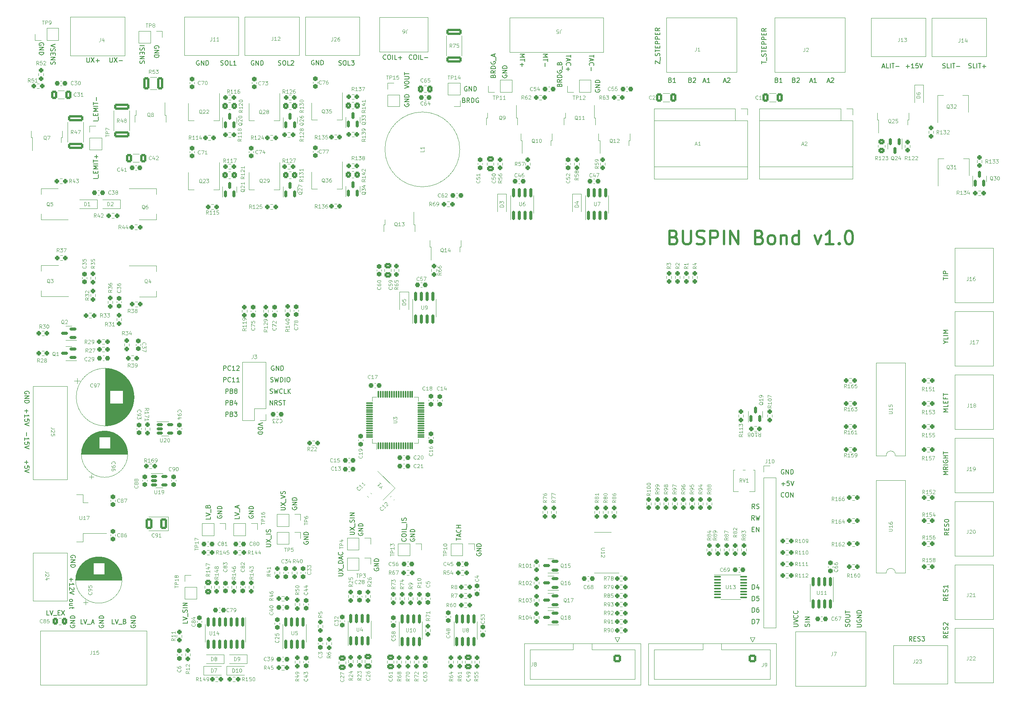
<source format=gto>
G04 #@! TF.GenerationSoftware,KiCad,Pcbnew,6.0.7-f9a2dced07~116~ubuntu22.04.1*
G04 #@! TF.CreationDate,2022-08-10T15:47:32+03:00*
G04 #@! TF.ProjectId,Wirebonder,57697265-626f-46e6-9465-722e6b696361,rev?*
G04 #@! TF.SameCoordinates,Original*
G04 #@! TF.FileFunction,Legend,Top*
G04 #@! TF.FilePolarity,Positive*
%FSLAX46Y46*%
G04 Gerber Fmt 4.6, Leading zero omitted, Abs format (unit mm)*
G04 Created by KiCad (PCBNEW 6.0.7-f9a2dced07~116~ubuntu22.04.1) date 2022-08-10 15:47:32*
%MOMM*%
%LPD*%
G01*
G04 APERTURE LIST*
G04 Aperture macros list*
%AMRoundRect*
0 Rectangle with rounded corners*
0 $1 Rounding radius*
0 $2 $3 $4 $5 $6 $7 $8 $9 X,Y pos of 4 corners*
0 Add a 4 corners polygon primitive as box body*
4,1,4,$2,$3,$4,$5,$6,$7,$8,$9,$2,$3,0*
0 Add four circle primitives for the rounded corners*
1,1,$1+$1,$2,$3*
1,1,$1+$1,$4,$5*
1,1,$1+$1,$6,$7*
1,1,$1+$1,$8,$9*
0 Add four rect primitives between the rounded corners*
20,1,$1+$1,$2,$3,$4,$5,0*
20,1,$1+$1,$4,$5,$6,$7,0*
20,1,$1+$1,$6,$7,$8,$9,0*
20,1,$1+$1,$8,$9,$2,$3,0*%
%AMRotRect*
0 Rectangle, with rotation*
0 The origin of the aperture is its center*
0 $1 length*
0 $2 width*
0 $3 Rotation angle, in degrees counterclockwise*
0 Add horizontal line*
21,1,$1,$2,0,0,$3*%
G04 Aperture macros list end*
%ADD10C,0.150000*%
%ADD11C,0.500000*%
%ADD12C,0.100000*%
%ADD13C,0.120000*%
%ADD14C,2.500000*%
%ADD15RoundRect,0.250000X-0.475000X0.337500X-0.475000X-0.337500X0.475000X-0.337500X0.475000X0.337500X0*%
%ADD16RoundRect,0.237500X-0.250000X-0.237500X0.250000X-0.237500X0.250000X0.237500X-0.250000X0.237500X0*%
%ADD17RoundRect,0.237500X0.237500X-0.300000X0.237500X0.300000X-0.237500X0.300000X-0.237500X-0.300000X0*%
%ADD18RoundRect,0.237500X0.237500X-0.250000X0.237500X0.250000X-0.237500X0.250000X-0.237500X-0.250000X0*%
%ADD19R,1.200000X0.900000*%
%ADD20RoundRect,0.237500X0.250000X0.237500X-0.250000X0.237500X-0.250000X-0.237500X0.250000X-0.237500X0*%
%ADD21R,0.900000X1.200000*%
%ADD22RoundRect,0.237500X-0.300000X-0.237500X0.300000X-0.237500X0.300000X0.237500X-0.300000X0.237500X0*%
%ADD23RoundRect,0.237500X-0.237500X0.250000X-0.237500X-0.250000X0.237500X-0.250000X0.237500X0.250000X0*%
%ADD24R,1.700000X1.700000*%
%ADD25O,1.700000X1.700000*%
%ADD26R,2.000000X1.500000*%
%ADD27R,2.000000X3.800000*%
%ADD28RoundRect,0.237500X-0.044194X-0.380070X0.380070X0.044194X0.044194X0.380070X-0.380070X-0.044194X0*%
%ADD29RoundRect,0.150000X0.587500X0.150000X-0.587500X0.150000X-0.587500X-0.150000X0.587500X-0.150000X0*%
%ADD30RoundRect,0.250000X-0.450000X0.350000X-0.450000X-0.350000X0.450000X-0.350000X0.450000X0.350000X0*%
%ADD31R,1.200000X2.200000*%
%ADD32R,5.800000X6.400000*%
%ADD33RoundRect,0.150000X0.150000X-0.825000X0.150000X0.825000X-0.150000X0.825000X-0.150000X-0.825000X0*%
%ADD34RoundRect,0.250000X-0.600000X0.600000X-0.600000X-0.600000X0.600000X-0.600000X0.600000X0.600000X0*%
%ADD35C,1.700000*%
%ADD36RoundRect,0.237500X0.300000X0.237500X-0.300000X0.237500X-0.300000X-0.237500X0.300000X-0.237500X0*%
%ADD37RoundRect,0.075000X0.075000X-0.700000X0.075000X0.700000X-0.075000X0.700000X-0.075000X-0.700000X0*%
%ADD38RoundRect,0.075000X0.700000X-0.075000X0.700000X0.075000X-0.700000X0.075000X-0.700000X-0.075000X0*%
%ADD39RoundRect,0.237500X-0.237500X0.300000X-0.237500X-0.300000X0.237500X-0.300000X0.237500X0.300000X0*%
%ADD40RoundRect,0.250000X0.475000X-0.337500X0.475000X0.337500X-0.475000X0.337500X-0.475000X-0.337500X0*%
%ADD41R,1.500000X2.000000*%
%ADD42R,3.800000X2.000000*%
%ADD43RoundRect,0.150000X0.150000X-0.587500X0.150000X0.587500X-0.150000X0.587500X-0.150000X-0.587500X0*%
%ADD44RoundRect,0.250000X0.350000X0.450000X-0.350000X0.450000X-0.350000X-0.450000X0.350000X-0.450000X0*%
%ADD45R,1.600000X0.410000*%
%ADD46R,2.000000X2.000000*%
%ADD47C,2.000000*%
%ADD48RoundRect,0.237500X0.380070X-0.044194X-0.044194X0.380070X-0.380070X0.044194X0.044194X-0.380070X0*%
%ADD49RoundRect,0.250000X0.337500X0.475000X-0.337500X0.475000X-0.337500X-0.475000X0.337500X-0.475000X0*%
%ADD50RoundRect,0.250000X-0.412500X-0.650000X0.412500X-0.650000X0.412500X0.650000X-0.412500X0.650000X0*%
%ADD51RoundRect,0.249999X1.425001X-0.450001X1.425001X0.450001X-1.425001X0.450001X-1.425001X-0.450001X0*%
%ADD52R,1.600000X1.600000*%
%ADD53O,1.600000X1.600000*%
%ADD54R,2.000000X1.780000*%
%ADD55RoundRect,0.150000X-0.512500X-0.150000X0.512500X-0.150000X0.512500X0.150000X-0.512500X0.150000X0*%
%ADD56RoundRect,0.250000X0.412500X0.650000X-0.412500X0.650000X-0.412500X-0.650000X0.412500X-0.650000X0*%
%ADD57RoundRect,0.150000X-0.150000X0.587500X-0.150000X-0.587500X0.150000X-0.587500X0.150000X0.587500X0*%
%ADD58RoundRect,0.250000X-0.400000X-1.075000X0.400000X-1.075000X0.400000X1.075000X-0.400000X1.075000X0*%
%ADD59RoundRect,0.250001X0.499999X0.924999X-0.499999X0.924999X-0.499999X-0.924999X0.499999X-0.924999X0*%
%ADD60R,4.600000X1.100000*%
%ADD61R,9.400000X10.800000*%
%ADD62RoundRect,0.250000X-0.337500X-0.475000X0.337500X-0.475000X0.337500X0.475000X-0.337500X0.475000X0*%
%ADD63R,1.300000X1.300000*%
%ADD64R,2.000000X1.300000*%
%ADD65RoundRect,0.150000X-0.150000X0.825000X-0.150000X-0.825000X0.150000X-0.825000X0.150000X0.825000X0*%
%ADD66RotRect,1.600000X1.300000X135.000000*%
%ADD67RoundRect,0.100000X-0.637500X-0.100000X0.637500X-0.100000X0.637500X0.100000X-0.637500X0.100000X0*%
%ADD68R,2.400000X2.400000*%
%ADD69C,2.400000*%
G04 APERTURE END LIST*
D10*
X36123571Y-113014285D02*
X36123571Y-113776190D01*
X35742619Y-113395238D02*
X36504523Y-113395238D01*
X36742619Y-114728571D02*
X36742619Y-114252380D01*
X36266428Y-114204761D01*
X36314047Y-114252380D01*
X36361666Y-114347619D01*
X36361666Y-114585714D01*
X36314047Y-114680952D01*
X36266428Y-114728571D01*
X36171190Y-114776190D01*
X35933095Y-114776190D01*
X35837857Y-114728571D01*
X35790238Y-114680952D01*
X35742619Y-114585714D01*
X35742619Y-114347619D01*
X35790238Y-114252380D01*
X35837857Y-114204761D01*
X36742619Y-115061904D02*
X35742619Y-115395238D01*
X36742619Y-115728571D01*
X36123571Y-106823095D02*
X36123571Y-107585000D01*
X35742619Y-108585000D02*
X35742619Y-108013571D01*
X35742619Y-108299285D02*
X36742619Y-108299285D01*
X36599761Y-108204047D01*
X36504523Y-108108809D01*
X36456904Y-108013571D01*
X36742619Y-109489761D02*
X36742619Y-109013571D01*
X36266428Y-108965952D01*
X36314047Y-109013571D01*
X36361666Y-109108809D01*
X36361666Y-109346904D01*
X36314047Y-109442142D01*
X36266428Y-109489761D01*
X36171190Y-109537380D01*
X35933095Y-109537380D01*
X35837857Y-109489761D01*
X35790238Y-109442142D01*
X35742619Y-109346904D01*
X35742619Y-109108809D01*
X35790238Y-109013571D01*
X35837857Y-108965952D01*
X36742619Y-109823095D02*
X35742619Y-110156428D01*
X36742619Y-110489761D01*
X36123571Y-101743095D02*
X36123571Y-102505000D01*
X35742619Y-102124047D02*
X36504523Y-102124047D01*
X35742619Y-103505000D02*
X35742619Y-102933571D01*
X35742619Y-103219285D02*
X36742619Y-103219285D01*
X36599761Y-103124047D01*
X36504523Y-103028809D01*
X36456904Y-102933571D01*
X36742619Y-104409761D02*
X36742619Y-103933571D01*
X36266428Y-103885952D01*
X36314047Y-103933571D01*
X36361666Y-104028809D01*
X36361666Y-104266904D01*
X36314047Y-104362142D01*
X36266428Y-104409761D01*
X36171190Y-104457380D01*
X35933095Y-104457380D01*
X35837857Y-104409761D01*
X35790238Y-104362142D01*
X35742619Y-104266904D01*
X35742619Y-104028809D01*
X35790238Y-103933571D01*
X35837857Y-103885952D01*
X36742619Y-104743095D02*
X35742619Y-105076428D01*
X36742619Y-105409761D01*
X36695000Y-98298095D02*
X36742619Y-98202857D01*
X36742619Y-98060000D01*
X36695000Y-97917142D01*
X36599761Y-97821904D01*
X36504523Y-97774285D01*
X36314047Y-97726666D01*
X36171190Y-97726666D01*
X35980714Y-97774285D01*
X35885476Y-97821904D01*
X35790238Y-97917142D01*
X35742619Y-98060000D01*
X35742619Y-98155238D01*
X35790238Y-98298095D01*
X35837857Y-98345714D01*
X36171190Y-98345714D01*
X36171190Y-98155238D01*
X35742619Y-98774285D02*
X36742619Y-98774285D01*
X35742619Y-99345714D01*
X36742619Y-99345714D01*
X35742619Y-99821904D02*
X36742619Y-99821904D01*
X36742619Y-100060000D01*
X36695000Y-100202857D01*
X36599761Y-100298095D01*
X36504523Y-100345714D01*
X36314047Y-100393333D01*
X36171190Y-100393333D01*
X35980714Y-100345714D01*
X35885476Y-100298095D01*
X35790238Y-100202857D01*
X35742619Y-100060000D01*
X35742619Y-99821904D01*
X45991180Y-138910683D02*
X45991180Y-139672588D01*
X45610228Y-139291636D02*
X46372132Y-139291636D01*
X45610228Y-140672588D02*
X45610228Y-140101159D01*
X45610228Y-140386874D02*
X46610228Y-140386874D01*
X46467370Y-140291636D01*
X46372132Y-140196397D01*
X46324513Y-140101159D01*
X46514989Y-141053540D02*
X46562609Y-141101159D01*
X46610228Y-141196397D01*
X46610228Y-141434493D01*
X46562609Y-141529731D01*
X46514989Y-141577350D01*
X46419751Y-141624969D01*
X46324513Y-141624969D01*
X46181656Y-141577350D01*
X45610228Y-141005921D01*
X45610228Y-141624969D01*
X46610228Y-141910683D02*
X45610228Y-142244017D01*
X46610228Y-142577350D01*
X45610228Y-143815445D02*
X45657847Y-143720207D01*
X45705466Y-143672588D01*
X45800704Y-143624969D01*
X46086418Y-143624969D01*
X46181656Y-143672588D01*
X46229275Y-143720207D01*
X46276894Y-143815445D01*
X46276894Y-143958302D01*
X46229275Y-144053540D01*
X46181656Y-144101159D01*
X46086418Y-144148778D01*
X45800704Y-144148778D01*
X45705466Y-144101159D01*
X45657847Y-144053540D01*
X45610228Y-143958302D01*
X45610228Y-143815445D01*
X46276894Y-145005921D02*
X45610228Y-145005921D01*
X46276894Y-144577350D02*
X45753085Y-144577350D01*
X45657847Y-144624969D01*
X45610228Y-144720207D01*
X45610228Y-144863064D01*
X45657847Y-144958302D01*
X45705466Y-145005921D01*
X46276894Y-145339255D02*
X46276894Y-145720207D01*
X46610228Y-145482112D02*
X45753085Y-145482112D01*
X45657847Y-145529731D01*
X45610228Y-145624969D01*
X45610228Y-145720207D01*
X46855000Y-134493095D02*
X46902619Y-134397857D01*
X46902619Y-134255000D01*
X46855000Y-134112142D01*
X46759761Y-134016904D01*
X46664523Y-133969285D01*
X46474047Y-133921666D01*
X46331190Y-133921666D01*
X46140714Y-133969285D01*
X46045476Y-134016904D01*
X45950238Y-134112142D01*
X45902619Y-134255000D01*
X45902619Y-134350238D01*
X45950238Y-134493095D01*
X45997857Y-134540714D01*
X46331190Y-134540714D01*
X46331190Y-134350238D01*
X45902619Y-134969285D02*
X46902619Y-134969285D01*
X45902619Y-135540714D01*
X46902619Y-135540714D01*
X45902619Y-136016904D02*
X46902619Y-136016904D01*
X46902619Y-136255000D01*
X46855000Y-136397857D01*
X46759761Y-136493095D01*
X46664523Y-136540714D01*
X46474047Y-136588333D01*
X46331190Y-136588333D01*
X46140714Y-136540714D01*
X46045476Y-136493095D01*
X45950238Y-136397857D01*
X45902619Y-136255000D01*
X45902619Y-136016904D01*
X153598571Y-30249523D02*
X153646190Y-30106666D01*
X153693809Y-30059047D01*
X153789047Y-30011428D01*
X153931904Y-30011428D01*
X154027142Y-30059047D01*
X154074761Y-30106666D01*
X154122380Y-30201904D01*
X154122380Y-30582857D01*
X153122380Y-30582857D01*
X153122380Y-30249523D01*
X153170000Y-30154285D01*
X153217619Y-30106666D01*
X153312857Y-30059047D01*
X153408095Y-30059047D01*
X153503333Y-30106666D01*
X153550952Y-30154285D01*
X153598571Y-30249523D01*
X153598571Y-30582857D01*
X154122380Y-29011428D02*
X153646190Y-29344761D01*
X154122380Y-29582857D02*
X153122380Y-29582857D01*
X153122380Y-29201904D01*
X153170000Y-29106666D01*
X153217619Y-29059047D01*
X153312857Y-29011428D01*
X153455714Y-29011428D01*
X153550952Y-29059047D01*
X153598571Y-29106666D01*
X153646190Y-29201904D01*
X153646190Y-29582857D01*
X154122380Y-28582857D02*
X153122380Y-28582857D01*
X153122380Y-28344761D01*
X153170000Y-28201904D01*
X153265238Y-28106666D01*
X153360476Y-28059047D01*
X153550952Y-28011428D01*
X153693809Y-28011428D01*
X153884285Y-28059047D01*
X153979523Y-28106666D01*
X154074761Y-28201904D01*
X154122380Y-28344761D01*
X154122380Y-28582857D01*
X153170000Y-27059047D02*
X153122380Y-27154285D01*
X153122380Y-27297142D01*
X153170000Y-27440000D01*
X153265238Y-27535238D01*
X153360476Y-27582857D01*
X153550952Y-27630476D01*
X153693809Y-27630476D01*
X153884285Y-27582857D01*
X153979523Y-27535238D01*
X154074761Y-27440000D01*
X154122380Y-27297142D01*
X154122380Y-27201904D01*
X154074761Y-27059047D01*
X154027142Y-27011428D01*
X153693809Y-27011428D01*
X153693809Y-27201904D01*
X154217619Y-26820952D02*
X154217619Y-26059047D01*
X153598571Y-25487619D02*
X153646190Y-25344761D01*
X153693809Y-25297142D01*
X153789047Y-25249523D01*
X153931904Y-25249523D01*
X154027142Y-25297142D01*
X154074761Y-25344761D01*
X154122380Y-25440000D01*
X154122380Y-25820952D01*
X153122380Y-25820952D01*
X153122380Y-25487619D01*
X153170000Y-25392380D01*
X153217619Y-25344761D01*
X153312857Y-25297142D01*
X153408095Y-25297142D01*
X153503333Y-25344761D01*
X153550952Y-25392380D01*
X153598571Y-25487619D01*
X153598571Y-25820952D01*
X89797142Y-100782380D02*
X89797142Y-99782380D01*
X90368571Y-100782380D01*
X90368571Y-99782380D01*
X91416190Y-100782380D02*
X91082857Y-100306190D01*
X90844761Y-100782380D02*
X90844761Y-99782380D01*
X91225714Y-99782380D01*
X91320952Y-99830000D01*
X91368571Y-99877619D01*
X91416190Y-99972857D01*
X91416190Y-100115714D01*
X91368571Y-100210952D01*
X91320952Y-100258571D01*
X91225714Y-100306190D01*
X90844761Y-100306190D01*
X91797142Y-100734761D02*
X91940000Y-100782380D01*
X92178095Y-100782380D01*
X92273333Y-100734761D01*
X92320952Y-100687142D01*
X92368571Y-100591904D01*
X92368571Y-100496666D01*
X92320952Y-100401428D01*
X92273333Y-100353809D01*
X92178095Y-100306190D01*
X91987619Y-100258571D01*
X91892380Y-100210952D01*
X91844761Y-100163333D01*
X91797142Y-100068095D01*
X91797142Y-99972857D01*
X91844761Y-99877619D01*
X91892380Y-99830000D01*
X91987619Y-99782380D01*
X92225714Y-99782380D01*
X92368571Y-99830000D01*
X92654285Y-99782380D02*
X93225714Y-99782380D01*
X92940000Y-100782380D02*
X92940000Y-99782380D01*
X196588095Y-126182380D02*
X196254761Y-125706190D01*
X196016666Y-126182380D02*
X196016666Y-125182380D01*
X196397619Y-125182380D01*
X196492857Y-125230000D01*
X196540476Y-125277619D01*
X196588095Y-125372857D01*
X196588095Y-125515714D01*
X196540476Y-125610952D01*
X196492857Y-125658571D01*
X196397619Y-125706190D01*
X196016666Y-125706190D01*
X196921428Y-125182380D02*
X197159523Y-126182380D01*
X197350000Y-125468095D01*
X197540476Y-126182380D01*
X197778571Y-125182380D01*
X74168095Y-24900000D02*
X74072857Y-24852380D01*
X73930000Y-24852380D01*
X73787142Y-24900000D01*
X73691904Y-24995238D01*
X73644285Y-25090476D01*
X73596666Y-25280952D01*
X73596666Y-25423809D01*
X73644285Y-25614285D01*
X73691904Y-25709523D01*
X73787142Y-25804761D01*
X73930000Y-25852380D01*
X74025238Y-25852380D01*
X74168095Y-25804761D01*
X74215714Y-25757142D01*
X74215714Y-25423809D01*
X74025238Y-25423809D01*
X74644285Y-25852380D02*
X74644285Y-24852380D01*
X75215714Y-25852380D01*
X75215714Y-24852380D01*
X75691904Y-25852380D02*
X75691904Y-24852380D01*
X75930000Y-24852380D01*
X76072857Y-24900000D01*
X76168095Y-24995238D01*
X76215714Y-25090476D01*
X76263333Y-25280952D01*
X76263333Y-25423809D01*
X76215714Y-25614285D01*
X76168095Y-25709523D01*
X76072857Y-25804761D01*
X75930000Y-25852380D01*
X75691904Y-25852380D01*
X196111904Y-141422380D02*
X196111904Y-140422380D01*
X196350000Y-140422380D01*
X196492857Y-140470000D01*
X196588095Y-140565238D01*
X196635714Y-140660476D01*
X196683333Y-140850952D01*
X196683333Y-140993809D01*
X196635714Y-141184285D01*
X196588095Y-141279523D01*
X196492857Y-141374761D01*
X196350000Y-141422380D01*
X196111904Y-141422380D01*
X197540476Y-140755714D02*
X197540476Y-141422380D01*
X197302380Y-140374761D02*
X197064285Y-141089047D01*
X197683333Y-141089047D01*
X104989523Y-25804761D02*
X105132380Y-25852380D01*
X105370476Y-25852380D01*
X105465714Y-25804761D01*
X105513333Y-25757142D01*
X105560952Y-25661904D01*
X105560952Y-25566666D01*
X105513333Y-25471428D01*
X105465714Y-25423809D01*
X105370476Y-25376190D01*
X105180000Y-25328571D01*
X105084761Y-25280952D01*
X105037142Y-25233333D01*
X104989523Y-25138095D01*
X104989523Y-25042857D01*
X105037142Y-24947619D01*
X105084761Y-24900000D01*
X105180000Y-24852380D01*
X105418095Y-24852380D01*
X105560952Y-24900000D01*
X106180000Y-24852380D02*
X106370476Y-24852380D01*
X106465714Y-24900000D01*
X106560952Y-24995238D01*
X106608571Y-25185714D01*
X106608571Y-25519047D01*
X106560952Y-25709523D01*
X106465714Y-25804761D01*
X106370476Y-25852380D01*
X106180000Y-25852380D01*
X106084761Y-25804761D01*
X105989523Y-25709523D01*
X105941904Y-25519047D01*
X105941904Y-25185714D01*
X105989523Y-24995238D01*
X106084761Y-24900000D01*
X106180000Y-24852380D01*
X107513333Y-25852380D02*
X107037142Y-25852380D01*
X107037142Y-24852380D01*
X107751428Y-24852380D02*
X108370476Y-24852380D01*
X108037142Y-25233333D01*
X108180000Y-25233333D01*
X108275238Y-25280952D01*
X108322857Y-25328571D01*
X108370476Y-25423809D01*
X108370476Y-25661904D01*
X108322857Y-25757142D01*
X108275238Y-25804761D01*
X108180000Y-25852380D01*
X107894285Y-25852380D01*
X107799047Y-25804761D01*
X107751428Y-25757142D01*
X217574761Y-149669285D02*
X217622380Y-149526428D01*
X217622380Y-149288333D01*
X217574761Y-149193095D01*
X217527142Y-149145476D01*
X217431904Y-149097857D01*
X217336666Y-149097857D01*
X217241428Y-149145476D01*
X217193809Y-149193095D01*
X217146190Y-149288333D01*
X217098571Y-149478809D01*
X217050952Y-149574047D01*
X217003333Y-149621666D01*
X216908095Y-149669285D01*
X216812857Y-149669285D01*
X216717619Y-149621666D01*
X216670000Y-149574047D01*
X216622380Y-149478809D01*
X216622380Y-149240714D01*
X216670000Y-149097857D01*
X216622380Y-148478809D02*
X216622380Y-148288333D01*
X216670000Y-148193095D01*
X216765238Y-148097857D01*
X216955714Y-148050238D01*
X217289047Y-148050238D01*
X217479523Y-148097857D01*
X217574761Y-148193095D01*
X217622380Y-148288333D01*
X217622380Y-148478809D01*
X217574761Y-148574047D01*
X217479523Y-148669285D01*
X217289047Y-148716904D01*
X216955714Y-148716904D01*
X216765238Y-148669285D01*
X216670000Y-148574047D01*
X216622380Y-148478809D01*
X216622380Y-147621666D02*
X217431904Y-147621666D01*
X217527142Y-147574047D01*
X217574761Y-147526428D01*
X217622380Y-147431190D01*
X217622380Y-147240714D01*
X217574761Y-147145476D01*
X217527142Y-147097857D01*
X217431904Y-147050238D01*
X216622380Y-147050238D01*
X216622380Y-146716904D02*
X216622380Y-146145476D01*
X217622380Y-146431190D02*
X216622380Y-146431190D01*
X196111904Y-143962380D02*
X196111904Y-142962380D01*
X196350000Y-142962380D01*
X196492857Y-143010000D01*
X196588095Y-143105238D01*
X196635714Y-143200476D01*
X196683333Y-143390952D01*
X196683333Y-143533809D01*
X196635714Y-143724285D01*
X196588095Y-143819523D01*
X196492857Y-143914761D01*
X196350000Y-143962380D01*
X196111904Y-143962380D01*
X197588095Y-142962380D02*
X197111904Y-142962380D01*
X197064285Y-143438571D01*
X197111904Y-143390952D01*
X197207142Y-143343333D01*
X197445238Y-143343333D01*
X197540476Y-143390952D01*
X197588095Y-143438571D01*
X197635714Y-143533809D01*
X197635714Y-143771904D01*
X197588095Y-143867142D01*
X197540476Y-143914761D01*
X197445238Y-143962380D01*
X197207142Y-143962380D01*
X197111904Y-143914761D01*
X197064285Y-143867142D01*
X41116428Y-147137380D02*
X40640238Y-147137380D01*
X40640238Y-146137380D01*
X41306904Y-146137380D02*
X41640238Y-147137380D01*
X41973571Y-146137380D01*
X42068809Y-147232619D02*
X42830714Y-147232619D01*
X43068809Y-146613571D02*
X43402142Y-146613571D01*
X43545000Y-147137380D02*
X43068809Y-147137380D01*
X43068809Y-146137380D01*
X43545000Y-146137380D01*
X43878333Y-146137380D02*
X44545000Y-147137380D01*
X44545000Y-146137380D02*
X43878333Y-147137380D01*
X239453659Y-128850087D02*
X238977469Y-129183420D01*
X239453659Y-129421515D02*
X238453659Y-129421515D01*
X238453659Y-129040563D01*
X238501279Y-128945325D01*
X238548898Y-128897706D01*
X238644136Y-128850087D01*
X238786993Y-128850087D01*
X238882231Y-128897706D01*
X238929850Y-128945325D01*
X238977469Y-129040563D01*
X238977469Y-129421515D01*
X238929850Y-128421515D02*
X238929850Y-128088182D01*
X239453659Y-127945325D02*
X239453659Y-128421515D01*
X238453659Y-128421515D01*
X238453659Y-127945325D01*
X239406040Y-127564372D02*
X239453659Y-127421515D01*
X239453659Y-127183420D01*
X239406040Y-127088182D01*
X239358421Y-127040563D01*
X239263183Y-126992944D01*
X239167945Y-126992944D01*
X239072707Y-127040563D01*
X239025088Y-127088182D01*
X238977469Y-127183420D01*
X238929850Y-127373896D01*
X238882231Y-127469134D01*
X238834612Y-127516753D01*
X238739374Y-127564372D01*
X238644136Y-127564372D01*
X238548898Y-127516753D01*
X238501279Y-127469134D01*
X238453659Y-127373896D01*
X238453659Y-127135801D01*
X238501279Y-126992944D01*
X238453659Y-126373896D02*
X238453659Y-126278658D01*
X238501279Y-126183420D01*
X238548898Y-126135801D01*
X238644136Y-126088182D01*
X238834612Y-126040563D01*
X239072707Y-126040563D01*
X239263183Y-126088182D01*
X239358421Y-126135801D01*
X239406040Y-126183420D01*
X239453659Y-126278658D01*
X239453659Y-126373896D01*
X239406040Y-126469134D01*
X239358421Y-126516753D01*
X239263183Y-126564372D01*
X239072707Y-126611991D01*
X238834612Y-126611991D01*
X238644136Y-126564372D01*
X238548898Y-126516753D01*
X238501279Y-126469134D01*
X238453659Y-126373896D01*
X99493972Y-24842173D02*
X99398734Y-24794553D01*
X99255877Y-24794553D01*
X99113019Y-24842173D01*
X99017781Y-24937411D01*
X98970162Y-25032649D01*
X98922543Y-25223125D01*
X98922543Y-25365982D01*
X98970162Y-25556458D01*
X99017781Y-25651696D01*
X99113019Y-25746934D01*
X99255877Y-25794553D01*
X99351115Y-25794553D01*
X99493972Y-25746934D01*
X99541591Y-25699315D01*
X99541591Y-25365982D01*
X99351115Y-25365982D01*
X99970162Y-25794553D02*
X99970162Y-24794553D01*
X100541591Y-25794553D01*
X100541591Y-24794553D01*
X101017781Y-25794553D02*
X101017781Y-24794553D01*
X101255877Y-24794553D01*
X101398734Y-24842173D01*
X101493972Y-24937411D01*
X101541591Y-25032649D01*
X101589210Y-25223125D01*
X101589210Y-25365982D01*
X101541591Y-25556458D01*
X101493972Y-25651696D01*
X101398734Y-25746934D01*
X101255877Y-25794553D01*
X101017781Y-25794553D01*
X88177619Y-104711666D02*
X87177619Y-105045000D01*
X88177619Y-105378333D01*
X87177619Y-105711666D02*
X88177619Y-105711666D01*
X88177619Y-105949761D01*
X88130000Y-106092619D01*
X88034761Y-106187857D01*
X87939523Y-106235476D01*
X87749047Y-106283095D01*
X87606190Y-106283095D01*
X87415714Y-106235476D01*
X87320476Y-106187857D01*
X87225238Y-106092619D01*
X87177619Y-105949761D01*
X87177619Y-105711666D01*
X87177619Y-106711666D02*
X88177619Y-106711666D01*
X88177619Y-106949761D01*
X88130000Y-107092619D01*
X88034761Y-107187857D01*
X87939523Y-107235476D01*
X87749047Y-107283095D01*
X87606190Y-107283095D01*
X87415714Y-107235476D01*
X87320476Y-107187857D01*
X87225238Y-107092619D01*
X87177619Y-106949761D01*
X87177619Y-106711666D01*
X85225000Y-125221904D02*
X85177380Y-125317142D01*
X85177380Y-125460000D01*
X85225000Y-125602857D01*
X85320238Y-125698095D01*
X85415476Y-125745714D01*
X85605952Y-125793333D01*
X85748809Y-125793333D01*
X85939285Y-125745714D01*
X86034523Y-125698095D01*
X86129761Y-125602857D01*
X86177380Y-125460000D01*
X86177380Y-125364761D01*
X86129761Y-125221904D01*
X86082142Y-125174285D01*
X85748809Y-125174285D01*
X85748809Y-125364761D01*
X86177380Y-124745714D02*
X85177380Y-124745714D01*
X86177380Y-124174285D01*
X85177380Y-124174285D01*
X86177380Y-123698095D02*
X85177380Y-123698095D01*
X85177380Y-123460000D01*
X85225000Y-123317142D01*
X85320238Y-123221904D01*
X85415476Y-123174285D01*
X85605952Y-123126666D01*
X85748809Y-123126666D01*
X85939285Y-123174285D01*
X86034523Y-123221904D01*
X86129761Y-123317142D01*
X86177380Y-123460000D01*
X86177380Y-123698095D01*
X238212380Y-73203809D02*
X238212380Y-72632380D01*
X239212380Y-72918095D02*
X238212380Y-72918095D01*
X239212380Y-72299047D02*
X238212380Y-72299047D01*
X239212380Y-71822857D02*
X238212380Y-71822857D01*
X238212380Y-71441904D01*
X238260000Y-71346666D01*
X238307619Y-71299047D01*
X238402857Y-71251428D01*
X238545714Y-71251428D01*
X238640952Y-71299047D01*
X238688571Y-71346666D01*
X238736190Y-71441904D01*
X238736190Y-71822857D01*
X202549285Y-118181428D02*
X203311190Y-118181428D01*
X202930238Y-118562380D02*
X202930238Y-117800476D01*
X204263571Y-117562380D02*
X203787380Y-117562380D01*
X203739761Y-118038571D01*
X203787380Y-117990952D01*
X203882619Y-117943333D01*
X204120714Y-117943333D01*
X204215952Y-117990952D01*
X204263571Y-118038571D01*
X204311190Y-118133809D01*
X204311190Y-118371904D01*
X204263571Y-118467142D01*
X204215952Y-118514761D01*
X204120714Y-118562380D01*
X203882619Y-118562380D01*
X203787380Y-118514761D01*
X203739761Y-118467142D01*
X204596904Y-117562380D02*
X204930238Y-118562380D01*
X205263571Y-117562380D01*
X178030238Y-29138571D02*
X178173095Y-29186190D01*
X178220714Y-29233809D01*
X178268333Y-29329047D01*
X178268333Y-29471904D01*
X178220714Y-29567142D01*
X178173095Y-29614761D01*
X178077857Y-29662380D01*
X177696904Y-29662380D01*
X177696904Y-28662380D01*
X178030238Y-28662380D01*
X178125476Y-28710000D01*
X178173095Y-28757619D01*
X178220714Y-28852857D01*
X178220714Y-28948095D01*
X178173095Y-29043333D01*
X178125476Y-29090952D01*
X178030238Y-29138571D01*
X177696904Y-29138571D01*
X179220714Y-29662380D02*
X178649285Y-29662380D01*
X178935000Y-29662380D02*
X178935000Y-28662380D01*
X178839761Y-28805238D01*
X178744523Y-28900476D01*
X178649285Y-28948095D01*
X161202619Y-23566666D02*
X161202619Y-24138095D01*
X160202619Y-23852380D02*
X161202619Y-23852380D01*
X160488333Y-24423809D02*
X160488333Y-24900000D01*
X160202619Y-24328571D02*
X161202619Y-24661904D01*
X160202619Y-24995238D01*
X160297857Y-25900000D02*
X160250238Y-25852380D01*
X160202619Y-25709523D01*
X160202619Y-25614285D01*
X160250238Y-25471428D01*
X160345476Y-25376190D01*
X160440714Y-25328571D01*
X160631190Y-25280952D01*
X160774047Y-25280952D01*
X160964523Y-25328571D01*
X161059761Y-25376190D01*
X161155000Y-25471428D01*
X161202619Y-25614285D01*
X161202619Y-25709523D01*
X161155000Y-25852380D01*
X161107380Y-25900000D01*
X160583571Y-26328571D02*
X160583571Y-27090476D01*
X92162380Y-123967619D02*
X92971904Y-123967619D01*
X93067142Y-123920000D01*
X93114761Y-123872380D01*
X93162380Y-123777142D01*
X93162380Y-123586666D01*
X93114761Y-123491428D01*
X93067142Y-123443809D01*
X92971904Y-123396190D01*
X92162380Y-123396190D01*
X92162380Y-123015238D02*
X93162380Y-122348571D01*
X92162380Y-122348571D02*
X93162380Y-123015238D01*
X93257619Y-122205714D02*
X93257619Y-121443809D01*
X92162380Y-121348571D02*
X93162380Y-121015238D01*
X92162380Y-120681904D01*
X93114761Y-120396190D02*
X93162380Y-120253333D01*
X93162380Y-120015238D01*
X93114761Y-119920000D01*
X93067142Y-119872380D01*
X92971904Y-119824761D01*
X92876666Y-119824761D01*
X92781428Y-119872380D01*
X92733809Y-119920000D01*
X92686190Y-120015238D01*
X92638571Y-120205714D01*
X92590952Y-120300952D01*
X92543333Y-120348571D01*
X92448095Y-120396190D01*
X92352857Y-120396190D01*
X92257619Y-120348571D01*
X92210000Y-120300952D01*
X92162380Y-120205714D01*
X92162380Y-119967619D01*
X92210000Y-119824761D01*
X185340714Y-29376666D02*
X185816904Y-29376666D01*
X185245476Y-29662380D02*
X185578809Y-28662380D01*
X185912142Y-29662380D01*
X186769285Y-29662380D02*
X186197857Y-29662380D01*
X186483571Y-29662380D02*
X186483571Y-28662380D01*
X186388333Y-28805238D01*
X186293095Y-28900476D01*
X186197857Y-28948095D01*
X89955952Y-95654761D02*
X90098809Y-95702380D01*
X90336904Y-95702380D01*
X90432142Y-95654761D01*
X90479761Y-95607142D01*
X90527380Y-95511904D01*
X90527380Y-95416666D01*
X90479761Y-95321428D01*
X90432142Y-95273809D01*
X90336904Y-95226190D01*
X90146428Y-95178571D01*
X90051190Y-95130952D01*
X90003571Y-95083333D01*
X89955952Y-94988095D01*
X89955952Y-94892857D01*
X90003571Y-94797619D01*
X90051190Y-94750000D01*
X90146428Y-94702380D01*
X90384523Y-94702380D01*
X90527380Y-94750000D01*
X90860714Y-94702380D02*
X91098809Y-95702380D01*
X91289285Y-94988095D01*
X91479761Y-95702380D01*
X91717857Y-94702380D01*
X92098809Y-95702380D02*
X92098809Y-94702380D01*
X92336904Y-94702380D01*
X92479761Y-94750000D01*
X92575000Y-94845238D01*
X92622619Y-94940476D01*
X92670238Y-95130952D01*
X92670238Y-95273809D01*
X92622619Y-95464285D01*
X92575000Y-95559523D01*
X92479761Y-95654761D01*
X92336904Y-95702380D01*
X92098809Y-95702380D01*
X93098809Y-95702380D02*
X93098809Y-94702380D01*
X93765476Y-94702380D02*
X93955952Y-94702380D01*
X94051190Y-94750000D01*
X94146428Y-94845238D01*
X94194047Y-95035714D01*
X94194047Y-95369047D01*
X94146428Y-95559523D01*
X94051190Y-95654761D01*
X93955952Y-95702380D01*
X93765476Y-95702380D01*
X93670238Y-95654761D01*
X93575000Y-95559523D01*
X93527380Y-95369047D01*
X93527380Y-95035714D01*
X93575000Y-94845238D01*
X93670238Y-94750000D01*
X93765476Y-94702380D01*
X212645714Y-29376666D02*
X213121904Y-29376666D01*
X212550476Y-29662380D02*
X212883809Y-28662380D01*
X213217142Y-29662380D01*
X213502857Y-28757619D02*
X213550476Y-28710000D01*
X213645714Y-28662380D01*
X213883809Y-28662380D01*
X213979047Y-28710000D01*
X214026666Y-28757619D01*
X214074285Y-28852857D01*
X214074285Y-28948095D01*
X214026666Y-29090952D01*
X213455238Y-29662380D01*
X214074285Y-29662380D01*
X119467380Y-30971904D02*
X120467380Y-30638571D01*
X119467380Y-30305238D01*
X119467380Y-29781428D02*
X119467380Y-29590952D01*
X119515000Y-29495714D01*
X119610238Y-29400476D01*
X119800714Y-29352857D01*
X120134047Y-29352857D01*
X120324523Y-29400476D01*
X120419761Y-29495714D01*
X120467380Y-29590952D01*
X120467380Y-29781428D01*
X120419761Y-29876666D01*
X120324523Y-29971904D01*
X120134047Y-30019523D01*
X119800714Y-30019523D01*
X119610238Y-29971904D01*
X119515000Y-29876666D01*
X119467380Y-29781428D01*
X119467380Y-28924285D02*
X120276904Y-28924285D01*
X120372142Y-28876666D01*
X120419761Y-28829047D01*
X120467380Y-28733809D01*
X120467380Y-28543333D01*
X120419761Y-28448095D01*
X120372142Y-28400476D01*
X120276904Y-28352857D01*
X119467380Y-28352857D01*
X119467380Y-28019523D02*
X119467380Y-27448095D01*
X120467380Y-27733809D02*
X119467380Y-27733809D01*
X112837250Y-136804652D02*
X112789630Y-136899890D01*
X112789630Y-137042748D01*
X112837250Y-137185605D01*
X112932488Y-137280843D01*
X113027726Y-137328462D01*
X113218202Y-137376081D01*
X113361059Y-137376081D01*
X113551535Y-137328462D01*
X113646773Y-137280843D01*
X113742011Y-137185605D01*
X113789630Y-137042748D01*
X113789630Y-136947509D01*
X113742011Y-136804652D01*
X113694392Y-136757033D01*
X113361059Y-136757033D01*
X113361059Y-136947509D01*
X113789630Y-136328462D02*
X112789630Y-136328462D01*
X113789630Y-135757033D01*
X112789630Y-135757033D01*
X113789630Y-135280843D02*
X112789630Y-135280843D01*
X112789630Y-135042748D01*
X112837250Y-134899890D01*
X112932488Y-134804652D01*
X113027726Y-134757033D01*
X113218202Y-134709414D01*
X113361059Y-134709414D01*
X113551535Y-134757033D01*
X113646773Y-134804652D01*
X113742011Y-134899890D01*
X113789630Y-135042748D01*
X113789630Y-135280843D01*
X71572380Y-148423095D02*
X71572380Y-148899285D01*
X70572380Y-148899285D01*
X70572380Y-148232619D02*
X71572380Y-147899285D01*
X70572380Y-147565952D01*
X71667619Y-147470714D02*
X71667619Y-146708809D01*
X71524761Y-146518333D02*
X71572380Y-146375476D01*
X71572380Y-146137380D01*
X71524761Y-146042142D01*
X71477142Y-145994523D01*
X71381904Y-145946904D01*
X71286666Y-145946904D01*
X71191428Y-145994523D01*
X71143809Y-146042142D01*
X71096190Y-146137380D01*
X71048571Y-146327857D01*
X71000952Y-146423095D01*
X70953333Y-146470714D01*
X70858095Y-146518333D01*
X70762857Y-146518333D01*
X70667619Y-146470714D01*
X70620000Y-146423095D01*
X70572380Y-146327857D01*
X70572380Y-146089761D01*
X70620000Y-145946904D01*
X71572380Y-145518333D02*
X70572380Y-145518333D01*
X71572380Y-145042142D02*
X70572380Y-145042142D01*
X71572380Y-144470714D01*
X70572380Y-144470714D01*
X80041904Y-103322380D02*
X80041904Y-102322380D01*
X80422857Y-102322380D01*
X80518095Y-102370000D01*
X80565714Y-102417619D01*
X80613333Y-102512857D01*
X80613333Y-102655714D01*
X80565714Y-102750952D01*
X80518095Y-102798571D01*
X80422857Y-102846190D01*
X80041904Y-102846190D01*
X81375238Y-102798571D02*
X81518095Y-102846190D01*
X81565714Y-102893809D01*
X81613333Y-102989047D01*
X81613333Y-103131904D01*
X81565714Y-103227142D01*
X81518095Y-103274761D01*
X81422857Y-103322380D01*
X81041904Y-103322380D01*
X81041904Y-102322380D01*
X81375238Y-102322380D01*
X81470476Y-102370000D01*
X81518095Y-102417619D01*
X81565714Y-102512857D01*
X81565714Y-102608095D01*
X81518095Y-102703333D01*
X81470476Y-102750952D01*
X81375238Y-102798571D01*
X81041904Y-102798571D01*
X81946666Y-102322380D02*
X82565714Y-102322380D01*
X82232380Y-102703333D01*
X82375238Y-102703333D01*
X82470476Y-102750952D01*
X82518095Y-102798571D01*
X82565714Y-102893809D01*
X82565714Y-103131904D01*
X82518095Y-103227142D01*
X82470476Y-103274761D01*
X82375238Y-103322380D01*
X82089523Y-103322380D01*
X81994285Y-103274761D01*
X81946666Y-103227142D01*
X219162380Y-149764523D02*
X219971904Y-149764523D01*
X220067142Y-149716904D01*
X220114761Y-149669285D01*
X220162380Y-149574047D01*
X220162380Y-149383571D01*
X220114761Y-149288333D01*
X220067142Y-149240714D01*
X219971904Y-149193095D01*
X219162380Y-149193095D01*
X219210000Y-148193095D02*
X219162380Y-148288333D01*
X219162380Y-148431190D01*
X219210000Y-148574047D01*
X219305238Y-148669285D01*
X219400476Y-148716904D01*
X219590952Y-148764523D01*
X219733809Y-148764523D01*
X219924285Y-148716904D01*
X220019523Y-148669285D01*
X220114761Y-148574047D01*
X220162380Y-148431190D01*
X220162380Y-148335952D01*
X220114761Y-148193095D01*
X220067142Y-148145476D01*
X219733809Y-148145476D01*
X219733809Y-148335952D01*
X220162380Y-147716904D02*
X219162380Y-147716904D01*
X220162380Y-147145476D01*
X219162380Y-147145476D01*
X220162380Y-146669285D02*
X219162380Y-146669285D01*
X219162380Y-146431190D01*
X219210000Y-146288333D01*
X219305238Y-146193095D01*
X219400476Y-146145476D01*
X219590952Y-146097857D01*
X219733809Y-146097857D01*
X219924285Y-146145476D01*
X220019523Y-146193095D01*
X220114761Y-146288333D01*
X220162380Y-146431190D01*
X220162380Y-146669285D01*
X109355000Y-129031904D02*
X109307380Y-129127142D01*
X109307380Y-129270000D01*
X109355000Y-129412857D01*
X109450238Y-129508095D01*
X109545476Y-129555714D01*
X109735952Y-129603333D01*
X109878809Y-129603333D01*
X110069285Y-129555714D01*
X110164523Y-129508095D01*
X110259761Y-129412857D01*
X110307380Y-129270000D01*
X110307380Y-129174761D01*
X110259761Y-129031904D01*
X110212142Y-128984285D01*
X109878809Y-128984285D01*
X109878809Y-129174761D01*
X110307380Y-128555714D02*
X109307380Y-128555714D01*
X110307380Y-127984285D01*
X109307380Y-127984285D01*
X110307380Y-127508095D02*
X109307380Y-127508095D01*
X109307380Y-127270000D01*
X109355000Y-127127142D01*
X109450238Y-127031904D01*
X109545476Y-126984285D01*
X109735952Y-126936666D01*
X109878809Y-126936666D01*
X110069285Y-126984285D01*
X110164523Y-127031904D01*
X110259761Y-127127142D01*
X110307380Y-127270000D01*
X110307380Y-127508095D01*
X196111904Y-149042380D02*
X196111904Y-148042380D01*
X196350000Y-148042380D01*
X196492857Y-148090000D01*
X196588095Y-148185238D01*
X196635714Y-148280476D01*
X196683333Y-148470952D01*
X196683333Y-148613809D01*
X196635714Y-148804285D01*
X196588095Y-148899523D01*
X196492857Y-148994761D01*
X196350000Y-149042380D01*
X196111904Y-149042380D01*
X197016666Y-148042380D02*
X197683333Y-148042380D01*
X197254761Y-149042380D01*
X119515000Y-34416904D02*
X119467380Y-34512142D01*
X119467380Y-34655000D01*
X119515000Y-34797857D01*
X119610238Y-34893095D01*
X119705476Y-34940714D01*
X119895952Y-34988333D01*
X120038809Y-34988333D01*
X120229285Y-34940714D01*
X120324523Y-34893095D01*
X120419761Y-34797857D01*
X120467380Y-34655000D01*
X120467380Y-34559761D01*
X120419761Y-34416904D01*
X120372142Y-34369285D01*
X120038809Y-34369285D01*
X120038809Y-34559761D01*
X120467380Y-33940714D02*
X119467380Y-33940714D01*
X120467380Y-33369285D01*
X119467380Y-33369285D01*
X120467380Y-32893095D02*
X119467380Y-32893095D01*
X119467380Y-32655000D01*
X119515000Y-32512142D01*
X119610238Y-32416904D01*
X119705476Y-32369285D01*
X119895952Y-32321666D01*
X120038809Y-32321666D01*
X120229285Y-32369285D01*
X120324523Y-32416904D01*
X120419761Y-32512142D01*
X120467380Y-32655000D01*
X120467380Y-32893095D01*
X138993571Y-28273095D02*
X139041190Y-28130238D01*
X139088809Y-28082619D01*
X139184047Y-28035000D01*
X139326904Y-28035000D01*
X139422142Y-28082619D01*
X139469761Y-28130238D01*
X139517380Y-28225476D01*
X139517380Y-28606428D01*
X138517380Y-28606428D01*
X138517380Y-28273095D01*
X138565000Y-28177857D01*
X138612619Y-28130238D01*
X138707857Y-28082619D01*
X138803095Y-28082619D01*
X138898333Y-28130238D01*
X138945952Y-28177857D01*
X138993571Y-28273095D01*
X138993571Y-28606428D01*
X139517380Y-27035000D02*
X139041190Y-27368333D01*
X139517380Y-27606428D02*
X138517380Y-27606428D01*
X138517380Y-27225476D01*
X138565000Y-27130238D01*
X138612619Y-27082619D01*
X138707857Y-27035000D01*
X138850714Y-27035000D01*
X138945952Y-27082619D01*
X138993571Y-27130238D01*
X139041190Y-27225476D01*
X139041190Y-27606428D01*
X139517380Y-26606428D02*
X138517380Y-26606428D01*
X138517380Y-26368333D01*
X138565000Y-26225476D01*
X138660238Y-26130238D01*
X138755476Y-26082619D01*
X138945952Y-26035000D01*
X139088809Y-26035000D01*
X139279285Y-26082619D01*
X139374523Y-26130238D01*
X139469761Y-26225476D01*
X139517380Y-26368333D01*
X139517380Y-26606428D01*
X138565000Y-25082619D02*
X138517380Y-25177857D01*
X138517380Y-25320714D01*
X138565000Y-25463571D01*
X138660238Y-25558809D01*
X138755476Y-25606428D01*
X138945952Y-25654047D01*
X139088809Y-25654047D01*
X139279285Y-25606428D01*
X139374523Y-25558809D01*
X139469761Y-25463571D01*
X139517380Y-25320714D01*
X139517380Y-25225476D01*
X139469761Y-25082619D01*
X139422142Y-25035000D01*
X139088809Y-25035000D01*
X139088809Y-25225476D01*
X139612619Y-24844523D02*
X139612619Y-24082619D01*
X139231666Y-23892142D02*
X139231666Y-23415952D01*
X139517380Y-23987380D02*
X138517380Y-23654047D01*
X139517380Y-23320714D01*
X205335238Y-29138571D02*
X205478095Y-29186190D01*
X205525714Y-29233809D01*
X205573333Y-29329047D01*
X205573333Y-29471904D01*
X205525714Y-29567142D01*
X205478095Y-29614761D01*
X205382857Y-29662380D01*
X205001904Y-29662380D01*
X205001904Y-28662380D01*
X205335238Y-28662380D01*
X205430476Y-28710000D01*
X205478095Y-28757619D01*
X205525714Y-28852857D01*
X205525714Y-28948095D01*
X205478095Y-29043333D01*
X205430476Y-29090952D01*
X205335238Y-29138571D01*
X205001904Y-29138571D01*
X205954285Y-28757619D02*
X206001904Y-28710000D01*
X206097142Y-28662380D01*
X206335238Y-28662380D01*
X206430476Y-28710000D01*
X206478095Y-28757619D01*
X206525714Y-28852857D01*
X206525714Y-28948095D01*
X206478095Y-29090952D01*
X205906666Y-29662380D01*
X206525714Y-29662380D01*
X239212380Y-102330000D02*
X238212380Y-102330000D01*
X238926666Y-101996666D01*
X238212380Y-101663333D01*
X239212380Y-101663333D01*
X239212380Y-100710952D02*
X239212380Y-101187142D01*
X238212380Y-101187142D01*
X238688571Y-100377619D02*
X238688571Y-100044285D01*
X239212380Y-99901428D02*
X239212380Y-100377619D01*
X238212380Y-100377619D01*
X238212380Y-99901428D01*
X238688571Y-99139523D02*
X238688571Y-99472857D01*
X239212380Y-99472857D02*
X238212380Y-99472857D01*
X238212380Y-98996666D01*
X238212380Y-98758571D02*
X238212380Y-98187142D01*
X239212380Y-98472857D02*
X238212380Y-98472857D01*
X198207380Y-25518571D02*
X198207380Y-24947142D01*
X199207380Y-25232857D02*
X198207380Y-25232857D01*
X199302619Y-24851904D02*
X199302619Y-24090000D01*
X199159761Y-23899523D02*
X199207380Y-23756666D01*
X199207380Y-23518571D01*
X199159761Y-23423333D01*
X199112142Y-23375714D01*
X199016904Y-23328095D01*
X198921666Y-23328095D01*
X198826428Y-23375714D01*
X198778809Y-23423333D01*
X198731190Y-23518571D01*
X198683571Y-23709047D01*
X198635952Y-23804285D01*
X198588333Y-23851904D01*
X198493095Y-23899523D01*
X198397857Y-23899523D01*
X198302619Y-23851904D01*
X198255000Y-23804285D01*
X198207380Y-23709047D01*
X198207380Y-23470952D01*
X198255000Y-23328095D01*
X198207380Y-23042380D02*
X198207380Y-22470952D01*
X199207380Y-22756666D02*
X198207380Y-22756666D01*
X198683571Y-22137619D02*
X198683571Y-21804285D01*
X199207380Y-21661428D02*
X199207380Y-22137619D01*
X198207380Y-22137619D01*
X198207380Y-21661428D01*
X199207380Y-21232857D02*
X198207380Y-21232857D01*
X198207380Y-20851904D01*
X198255000Y-20756666D01*
X198302619Y-20709047D01*
X198397857Y-20661428D01*
X198540714Y-20661428D01*
X198635952Y-20709047D01*
X198683571Y-20756666D01*
X198731190Y-20851904D01*
X198731190Y-21232857D01*
X199207380Y-20232857D02*
X198207380Y-20232857D01*
X198207380Y-19851904D01*
X198255000Y-19756666D01*
X198302619Y-19709047D01*
X198397857Y-19661428D01*
X198540714Y-19661428D01*
X198635952Y-19709047D01*
X198683571Y-19756666D01*
X198731190Y-19851904D01*
X198731190Y-20232857D01*
X198683571Y-19232857D02*
X198683571Y-18899523D01*
X199207380Y-18756666D02*
X199207380Y-19232857D01*
X198207380Y-19232857D01*
X198207380Y-18756666D01*
X199207380Y-17756666D02*
X198731190Y-18090000D01*
X199207380Y-18328095D02*
X198207380Y-18328095D01*
X198207380Y-17947142D01*
X198255000Y-17851904D01*
X198302619Y-17804285D01*
X198397857Y-17756666D01*
X198540714Y-17756666D01*
X198635952Y-17804285D01*
X198683571Y-17851904D01*
X198731190Y-17947142D01*
X198731190Y-18328095D01*
X76652380Y-125460000D02*
X76652380Y-125936190D01*
X75652380Y-125936190D01*
X75652380Y-125269523D02*
X76652380Y-124936190D01*
X75652380Y-124602857D01*
X76747619Y-124507619D02*
X76747619Y-123745714D01*
X76128571Y-123174285D02*
X76176190Y-123031428D01*
X76223809Y-122983809D01*
X76319047Y-122936190D01*
X76461904Y-122936190D01*
X76557142Y-122983809D01*
X76604761Y-123031428D01*
X76652380Y-123126666D01*
X76652380Y-123507619D01*
X75652380Y-123507619D01*
X75652380Y-123174285D01*
X75700000Y-123079047D01*
X75747619Y-123031428D01*
X75842857Y-122983809D01*
X75938095Y-122983809D01*
X76033333Y-123031428D01*
X76080952Y-123079047D01*
X76128571Y-123174285D01*
X76128571Y-123507619D01*
X83002380Y-125388571D02*
X83002380Y-125864761D01*
X82002380Y-125864761D01*
X82002380Y-125198095D02*
X83002380Y-124864761D01*
X82002380Y-124531428D01*
X83097619Y-124436190D02*
X83097619Y-123674285D01*
X82716666Y-123483809D02*
X82716666Y-123007619D01*
X83002380Y-123579047D02*
X82002380Y-123245714D01*
X83002380Y-122912380D01*
X65270000Y-22098095D02*
X65317619Y-22002857D01*
X65317619Y-21860000D01*
X65270000Y-21717142D01*
X65174761Y-21621904D01*
X65079523Y-21574285D01*
X64889047Y-21526666D01*
X64746190Y-21526666D01*
X64555714Y-21574285D01*
X64460476Y-21621904D01*
X64365238Y-21717142D01*
X64317619Y-21860000D01*
X64317619Y-21955238D01*
X64365238Y-22098095D01*
X64412857Y-22145714D01*
X64746190Y-22145714D01*
X64746190Y-21955238D01*
X64317619Y-22574285D02*
X65317619Y-22574285D01*
X64317619Y-23145714D01*
X65317619Y-23145714D01*
X64317619Y-23621904D02*
X65317619Y-23621904D01*
X65317619Y-23860000D01*
X65270000Y-24002857D01*
X65174761Y-24098095D01*
X65079523Y-24145714D01*
X64889047Y-24193333D01*
X64746190Y-24193333D01*
X64555714Y-24145714D01*
X64460476Y-24098095D01*
X64365238Y-24002857D01*
X64317619Y-23860000D01*
X64317619Y-23621904D01*
X78240000Y-125221904D02*
X78192380Y-125317142D01*
X78192380Y-125460000D01*
X78240000Y-125602857D01*
X78335238Y-125698095D01*
X78430476Y-125745714D01*
X78620952Y-125793333D01*
X78763809Y-125793333D01*
X78954285Y-125745714D01*
X79049523Y-125698095D01*
X79144761Y-125602857D01*
X79192380Y-125460000D01*
X79192380Y-125364761D01*
X79144761Y-125221904D01*
X79097142Y-125174285D01*
X78763809Y-125174285D01*
X78763809Y-125364761D01*
X79192380Y-124745714D02*
X78192380Y-124745714D01*
X79192380Y-124174285D01*
X78192380Y-124174285D01*
X79192380Y-123698095D02*
X78192380Y-123698095D01*
X78192380Y-123460000D01*
X78240000Y-123317142D01*
X78335238Y-123221904D01*
X78430476Y-123174285D01*
X78620952Y-123126666D01*
X78763809Y-123126666D01*
X78954285Y-123174285D01*
X79049523Y-123221904D01*
X79144761Y-123317142D01*
X79192380Y-123460000D01*
X79192380Y-123698095D01*
X135390000Y-133476904D02*
X135342380Y-133572142D01*
X135342380Y-133715000D01*
X135390000Y-133857857D01*
X135485238Y-133953095D01*
X135580476Y-134000714D01*
X135770952Y-134048333D01*
X135913809Y-134048333D01*
X136104285Y-134000714D01*
X136199523Y-133953095D01*
X136294761Y-133857857D01*
X136342380Y-133715000D01*
X136342380Y-133619761D01*
X136294761Y-133476904D01*
X136247142Y-133429285D01*
X135913809Y-133429285D01*
X135913809Y-133619761D01*
X136342380Y-133000714D02*
X135342380Y-133000714D01*
X136342380Y-132429285D01*
X135342380Y-132429285D01*
X136342380Y-131953095D02*
X135342380Y-131953095D01*
X135342380Y-131715000D01*
X135390000Y-131572142D01*
X135485238Y-131476904D01*
X135580476Y-131429285D01*
X135770952Y-131381666D01*
X135913809Y-131381666D01*
X136104285Y-131429285D01*
X136199523Y-131476904D01*
X136294761Y-131572142D01*
X136342380Y-131715000D01*
X136342380Y-131953095D01*
X49419047Y-24217380D02*
X49419047Y-25026904D01*
X49466666Y-25122142D01*
X49514285Y-25169761D01*
X49609523Y-25217380D01*
X49800000Y-25217380D01*
X49895238Y-25169761D01*
X49942857Y-25122142D01*
X49990476Y-25026904D01*
X49990476Y-24217380D01*
X50371428Y-24217380D02*
X51038095Y-25217380D01*
X51038095Y-24217380D02*
X50371428Y-25217380D01*
X51419047Y-24836428D02*
X52180952Y-24836428D01*
X51800000Y-25217380D02*
X51800000Y-24455476D01*
X97290000Y-130936904D02*
X97242380Y-131032142D01*
X97242380Y-131175000D01*
X97290000Y-131317857D01*
X97385238Y-131413095D01*
X97480476Y-131460714D01*
X97670952Y-131508333D01*
X97813809Y-131508333D01*
X98004285Y-131460714D01*
X98099523Y-131413095D01*
X98194761Y-131317857D01*
X98242380Y-131175000D01*
X98242380Y-131079761D01*
X98194761Y-130936904D01*
X98147142Y-130889285D01*
X97813809Y-130889285D01*
X97813809Y-131079761D01*
X98242380Y-130460714D02*
X97242380Y-130460714D01*
X98242380Y-129889285D01*
X97242380Y-129889285D01*
X98242380Y-129413095D02*
X97242380Y-129413095D01*
X97242380Y-129175000D01*
X97290000Y-129032142D01*
X97385238Y-128936904D01*
X97480476Y-128889285D01*
X97670952Y-128841666D01*
X97813809Y-128841666D01*
X98004285Y-128889285D01*
X98099523Y-128936904D01*
X98194761Y-129032142D01*
X98242380Y-129175000D01*
X98242380Y-129413095D01*
D11*
X178857142Y-63785714D02*
X179285714Y-63928571D01*
X179428571Y-64071428D01*
X179571428Y-64357142D01*
X179571428Y-64785714D01*
X179428571Y-65071428D01*
X179285714Y-65214285D01*
X179000000Y-65357142D01*
X177857142Y-65357142D01*
X177857142Y-62357142D01*
X178857142Y-62357142D01*
X179142857Y-62500000D01*
X179285714Y-62642857D01*
X179428571Y-62928571D01*
X179428571Y-63214285D01*
X179285714Y-63500000D01*
X179142857Y-63642857D01*
X178857142Y-63785714D01*
X177857142Y-63785714D01*
X180857142Y-62357142D02*
X180857142Y-64785714D01*
X181000000Y-65071428D01*
X181142857Y-65214285D01*
X181428571Y-65357142D01*
X182000000Y-65357142D01*
X182285714Y-65214285D01*
X182428571Y-65071428D01*
X182571428Y-64785714D01*
X182571428Y-62357142D01*
X183857142Y-65214285D02*
X184285714Y-65357142D01*
X185000000Y-65357142D01*
X185285714Y-65214285D01*
X185428571Y-65071428D01*
X185571428Y-64785714D01*
X185571428Y-64500000D01*
X185428571Y-64214285D01*
X185285714Y-64071428D01*
X185000000Y-63928571D01*
X184428571Y-63785714D01*
X184142857Y-63642857D01*
X184000000Y-63500000D01*
X183857142Y-63214285D01*
X183857142Y-62928571D01*
X184000000Y-62642857D01*
X184142857Y-62500000D01*
X184428571Y-62357142D01*
X185142857Y-62357142D01*
X185571428Y-62500000D01*
X186857142Y-65357142D02*
X186857142Y-62357142D01*
X188000000Y-62357142D01*
X188285714Y-62500000D01*
X188428571Y-62642857D01*
X188571428Y-62928571D01*
X188571428Y-63357142D01*
X188428571Y-63642857D01*
X188285714Y-63785714D01*
X188000000Y-63928571D01*
X186857142Y-63928571D01*
X189857142Y-65357142D02*
X189857142Y-62357142D01*
X191285714Y-65357142D02*
X191285714Y-62357142D01*
X193000000Y-65357142D01*
X193000000Y-62357142D01*
X197714285Y-63785714D02*
X198142857Y-63928571D01*
X198285714Y-64071428D01*
X198428571Y-64357142D01*
X198428571Y-64785714D01*
X198285714Y-65071428D01*
X198142857Y-65214285D01*
X197857142Y-65357142D01*
X196714285Y-65357142D01*
X196714285Y-62357142D01*
X197714285Y-62357142D01*
X198000000Y-62500000D01*
X198142857Y-62642857D01*
X198285714Y-62928571D01*
X198285714Y-63214285D01*
X198142857Y-63500000D01*
X198000000Y-63642857D01*
X197714285Y-63785714D01*
X196714285Y-63785714D01*
X200142857Y-65357142D02*
X199857142Y-65214285D01*
X199714285Y-65071428D01*
X199571428Y-64785714D01*
X199571428Y-63928571D01*
X199714285Y-63642857D01*
X199857142Y-63500000D01*
X200142857Y-63357142D01*
X200571428Y-63357142D01*
X200857142Y-63500000D01*
X201000000Y-63642857D01*
X201142857Y-63928571D01*
X201142857Y-64785714D01*
X201000000Y-65071428D01*
X200857142Y-65214285D01*
X200571428Y-65357142D01*
X200142857Y-65357142D01*
X202428571Y-63357142D02*
X202428571Y-65357142D01*
X202428571Y-63642857D02*
X202571428Y-63500000D01*
X202857142Y-63357142D01*
X203285714Y-63357142D01*
X203571428Y-63500000D01*
X203714285Y-63785714D01*
X203714285Y-65357142D01*
X206428571Y-65357142D02*
X206428571Y-62357142D01*
X206428571Y-65214285D02*
X206142857Y-65357142D01*
X205571428Y-65357142D01*
X205285714Y-65214285D01*
X205142857Y-65071428D01*
X205000000Y-64785714D01*
X205000000Y-63928571D01*
X205142857Y-63642857D01*
X205285714Y-63500000D01*
X205571428Y-63357142D01*
X206142857Y-63357142D01*
X206428571Y-63500000D01*
X209857142Y-63357142D02*
X210571428Y-65357142D01*
X211285714Y-63357142D01*
X213999999Y-65357142D02*
X212285714Y-65357142D01*
X213142857Y-65357142D02*
X213142857Y-62357142D01*
X212857142Y-62785714D01*
X212571428Y-63071428D01*
X212285714Y-63214285D01*
X215285714Y-65071428D02*
X215428571Y-65214285D01*
X215285714Y-65357142D01*
X215142857Y-65214285D01*
X215285714Y-65071428D01*
X215285714Y-65357142D01*
X217285714Y-62357142D02*
X217571428Y-62357142D01*
X217857142Y-62500000D01*
X217999999Y-62642857D01*
X218142857Y-62928571D01*
X218285714Y-63500000D01*
X218285714Y-64214285D01*
X218142857Y-64785714D01*
X217999999Y-65071428D01*
X217857142Y-65214285D01*
X217571428Y-65357142D01*
X217285714Y-65357142D01*
X216999999Y-65214285D01*
X216857142Y-65071428D01*
X216714285Y-64785714D01*
X216571428Y-64214285D01*
X216571428Y-63500000D01*
X216714285Y-62928571D01*
X216857142Y-62642857D01*
X216999999Y-62500000D01*
X217285714Y-62357142D01*
D10*
X205192380Y-149669285D02*
X206001904Y-149669285D01*
X206097142Y-149621666D01*
X206144761Y-149574047D01*
X206192380Y-149478809D01*
X206192380Y-149288333D01*
X206144761Y-149193095D01*
X206097142Y-149145476D01*
X206001904Y-149097857D01*
X205192380Y-149097857D01*
X205192380Y-148764523D02*
X206192380Y-148431190D01*
X205192380Y-148097857D01*
X206097142Y-147193095D02*
X206144761Y-147240714D01*
X206192380Y-147383571D01*
X206192380Y-147478809D01*
X206144761Y-147621666D01*
X206049523Y-147716904D01*
X205954285Y-147764523D01*
X205763809Y-147812142D01*
X205620952Y-147812142D01*
X205430476Y-147764523D01*
X205335238Y-147716904D01*
X205240000Y-147621666D01*
X205192380Y-147478809D01*
X205192380Y-147383571D01*
X205240000Y-147240714D01*
X205287619Y-147193095D01*
X206097142Y-146193095D02*
X206144761Y-146240714D01*
X206192380Y-146383571D01*
X206192380Y-146478809D01*
X206144761Y-146621666D01*
X206049523Y-146716904D01*
X205954285Y-146764523D01*
X205763809Y-146812142D01*
X205620952Y-146812142D01*
X205430476Y-146764523D01*
X205335238Y-146716904D01*
X205240000Y-146621666D01*
X205192380Y-146478809D01*
X205192380Y-146383571D01*
X205240000Y-146240714D01*
X205287619Y-146193095D01*
X80041904Y-98242380D02*
X80041904Y-97242380D01*
X80422857Y-97242380D01*
X80518095Y-97290000D01*
X80565714Y-97337619D01*
X80613333Y-97432857D01*
X80613333Y-97575714D01*
X80565714Y-97670952D01*
X80518095Y-97718571D01*
X80422857Y-97766190D01*
X80041904Y-97766190D01*
X81375238Y-97718571D02*
X81518095Y-97766190D01*
X81565714Y-97813809D01*
X81613333Y-97909047D01*
X81613333Y-98051904D01*
X81565714Y-98147142D01*
X81518095Y-98194761D01*
X81422857Y-98242380D01*
X81041904Y-98242380D01*
X81041904Y-97242380D01*
X81375238Y-97242380D01*
X81470476Y-97290000D01*
X81518095Y-97337619D01*
X81565714Y-97432857D01*
X81565714Y-97528095D01*
X81518095Y-97623333D01*
X81470476Y-97670952D01*
X81375238Y-97718571D01*
X81041904Y-97718571D01*
X82184761Y-97670952D02*
X82089523Y-97623333D01*
X82041904Y-97575714D01*
X81994285Y-97480476D01*
X81994285Y-97432857D01*
X82041904Y-97337619D01*
X82089523Y-97290000D01*
X82184761Y-97242380D01*
X82375238Y-97242380D01*
X82470476Y-97290000D01*
X82518095Y-97337619D01*
X82565714Y-97432857D01*
X82565714Y-97480476D01*
X82518095Y-97575714D01*
X82470476Y-97623333D01*
X82375238Y-97670952D01*
X82184761Y-97670952D01*
X82089523Y-97718571D01*
X82041904Y-97766190D01*
X81994285Y-97861428D01*
X81994285Y-98051904D01*
X82041904Y-98147142D01*
X82089523Y-98194761D01*
X82184761Y-98242380D01*
X82375238Y-98242380D01*
X82470476Y-98194761D01*
X82518095Y-98147142D01*
X82565714Y-98051904D01*
X82565714Y-97861428D01*
X82518095Y-97766190D01*
X82470476Y-97718571D01*
X82375238Y-97670952D01*
X90678095Y-92210000D02*
X90582857Y-92162380D01*
X90440000Y-92162380D01*
X90297142Y-92210000D01*
X90201904Y-92305238D01*
X90154285Y-92400476D01*
X90106666Y-92590952D01*
X90106666Y-92733809D01*
X90154285Y-92924285D01*
X90201904Y-93019523D01*
X90297142Y-93114761D01*
X90440000Y-93162380D01*
X90535238Y-93162380D01*
X90678095Y-93114761D01*
X90725714Y-93067142D01*
X90725714Y-92733809D01*
X90535238Y-92733809D01*
X91154285Y-93162380D02*
X91154285Y-92162380D01*
X91725714Y-93162380D01*
X91725714Y-92162380D01*
X92201904Y-93162380D02*
X92201904Y-92162380D01*
X92440000Y-92162380D01*
X92582857Y-92210000D01*
X92678095Y-92305238D01*
X92725714Y-92400476D01*
X92773333Y-92590952D01*
X92773333Y-92733809D01*
X92725714Y-92924285D01*
X92678095Y-93019523D01*
X92582857Y-93114761D01*
X92440000Y-93162380D01*
X92201904Y-93162380D01*
X61142619Y-21566428D02*
X62142619Y-21566428D01*
X61190238Y-21995000D02*
X61142619Y-22137857D01*
X61142619Y-22375952D01*
X61190238Y-22471190D01*
X61237857Y-22518809D01*
X61333095Y-22566428D01*
X61428333Y-22566428D01*
X61523571Y-22518809D01*
X61571190Y-22471190D01*
X61618809Y-22375952D01*
X61666428Y-22185476D01*
X61714047Y-22090238D01*
X61761666Y-22042619D01*
X61856904Y-21995000D01*
X61952142Y-21995000D01*
X62047380Y-22042619D01*
X62095000Y-22090238D01*
X62142619Y-22185476D01*
X62142619Y-22423571D01*
X62095000Y-22566428D01*
X61666428Y-22995000D02*
X61666428Y-23328333D01*
X61142619Y-23471190D02*
X61142619Y-22995000D01*
X62142619Y-22995000D01*
X62142619Y-23471190D01*
X61142619Y-23899761D02*
X62142619Y-23899761D01*
X61142619Y-24471190D01*
X62142619Y-24471190D01*
X61190238Y-24899761D02*
X61142619Y-25042619D01*
X61142619Y-25280714D01*
X61190238Y-25375952D01*
X61237857Y-25423571D01*
X61333095Y-25471190D01*
X61428333Y-25471190D01*
X61523571Y-25423571D01*
X61571190Y-25375952D01*
X61618809Y-25280714D01*
X61666428Y-25090238D01*
X61714047Y-24995000D01*
X61761666Y-24947380D01*
X61856904Y-24899761D01*
X61952142Y-24899761D01*
X62047380Y-24947380D01*
X62095000Y-24995000D01*
X62142619Y-25090238D01*
X62142619Y-25328333D01*
X62095000Y-25471190D01*
X45855000Y-149351904D02*
X45807380Y-149447142D01*
X45807380Y-149590000D01*
X45855000Y-149732857D01*
X45950238Y-149828095D01*
X46045476Y-149875714D01*
X46235952Y-149923333D01*
X46378809Y-149923333D01*
X46569285Y-149875714D01*
X46664523Y-149828095D01*
X46759761Y-149732857D01*
X46807380Y-149590000D01*
X46807380Y-149494761D01*
X46759761Y-149351904D01*
X46712142Y-149304285D01*
X46378809Y-149304285D01*
X46378809Y-149494761D01*
X46807380Y-148875714D02*
X45807380Y-148875714D01*
X46807380Y-148304285D01*
X45807380Y-148304285D01*
X46807380Y-147828095D02*
X45807380Y-147828095D01*
X45807380Y-147590000D01*
X45855000Y-147447142D01*
X45950238Y-147351904D01*
X46045476Y-147304285D01*
X46235952Y-147256666D01*
X46378809Y-147256666D01*
X46569285Y-147304285D01*
X46664523Y-147351904D01*
X46759761Y-147447142D01*
X46807380Y-147590000D01*
X46807380Y-147828095D01*
X230013095Y-26106428D02*
X230775000Y-26106428D01*
X230394047Y-26487380D02*
X230394047Y-25725476D01*
X231775000Y-26487380D02*
X231203571Y-26487380D01*
X231489285Y-26487380D02*
X231489285Y-25487380D01*
X231394047Y-25630238D01*
X231298809Y-25725476D01*
X231203571Y-25773095D01*
X232679761Y-25487380D02*
X232203571Y-25487380D01*
X232155952Y-25963571D01*
X232203571Y-25915952D01*
X232298809Y-25868333D01*
X232536904Y-25868333D01*
X232632142Y-25915952D01*
X232679761Y-25963571D01*
X232727380Y-26058809D01*
X232727380Y-26296904D01*
X232679761Y-26392142D01*
X232632142Y-26439761D01*
X232536904Y-26487380D01*
X232298809Y-26487380D01*
X232203571Y-26439761D01*
X232155952Y-26392142D01*
X233013095Y-25487380D02*
X233346428Y-26487380D01*
X233679761Y-25487380D01*
X88987380Y-132032142D02*
X89796904Y-132032142D01*
X89892142Y-131984523D01*
X89939761Y-131936904D01*
X89987380Y-131841666D01*
X89987380Y-131651190D01*
X89939761Y-131555952D01*
X89892142Y-131508333D01*
X89796904Y-131460714D01*
X88987380Y-131460714D01*
X88987380Y-131079761D02*
X89987380Y-130413095D01*
X88987380Y-130413095D02*
X89987380Y-131079761D01*
X90082619Y-130270238D02*
X90082619Y-129508333D01*
X89987380Y-129270238D02*
X88987380Y-129270238D01*
X89939761Y-128841666D02*
X89987380Y-128698809D01*
X89987380Y-128460714D01*
X89939761Y-128365476D01*
X89892142Y-128317857D01*
X89796904Y-128270238D01*
X89701666Y-128270238D01*
X89606428Y-128317857D01*
X89558809Y-128365476D01*
X89511190Y-128460714D01*
X89463571Y-128651190D01*
X89415952Y-128746428D01*
X89368333Y-128794047D01*
X89273095Y-128841666D01*
X89177857Y-128841666D01*
X89082619Y-128794047D01*
X89035000Y-128746428D01*
X88987380Y-128651190D01*
X88987380Y-128413095D01*
X89035000Y-128270238D01*
X51887380Y-38202857D02*
X50887380Y-38202857D01*
X51982619Y-37964761D02*
X51982619Y-37202857D01*
X51363571Y-36964761D02*
X51363571Y-36631428D01*
X51887380Y-36488571D02*
X51887380Y-36964761D01*
X50887380Y-36964761D01*
X50887380Y-36488571D01*
X51887380Y-36060000D02*
X50887380Y-36060000D01*
X51601666Y-35726666D01*
X50887380Y-35393333D01*
X51887380Y-35393333D01*
X51887380Y-34917142D02*
X50887380Y-34917142D01*
X50887380Y-34583809D02*
X50887380Y-34012380D01*
X51887380Y-34298095D02*
X50887380Y-34298095D01*
X51506428Y-33679047D02*
X51506428Y-32917142D01*
X243816428Y-26439761D02*
X243959285Y-26487380D01*
X244197380Y-26487380D01*
X244292619Y-26439761D01*
X244340238Y-26392142D01*
X244387857Y-26296904D01*
X244387857Y-26201666D01*
X244340238Y-26106428D01*
X244292619Y-26058809D01*
X244197380Y-26011190D01*
X244006904Y-25963571D01*
X243911666Y-25915952D01*
X243864047Y-25868333D01*
X243816428Y-25773095D01*
X243816428Y-25677857D01*
X243864047Y-25582619D01*
X243911666Y-25535000D01*
X244006904Y-25487380D01*
X244245000Y-25487380D01*
X244387857Y-25535000D01*
X245292619Y-26487380D02*
X244816428Y-26487380D01*
X244816428Y-25487380D01*
X245625952Y-26487380D02*
X245625952Y-25487380D01*
X245959285Y-25487380D02*
X246530714Y-25487380D01*
X246245000Y-26487380D02*
X246245000Y-25487380D01*
X246864047Y-26106428D02*
X247625952Y-26106428D01*
X247245000Y-26487380D02*
X247245000Y-25725476D01*
X239212380Y-151590238D02*
X238736190Y-151923571D01*
X239212380Y-152161666D02*
X238212380Y-152161666D01*
X238212380Y-151780714D01*
X238260000Y-151685476D01*
X238307619Y-151637857D01*
X238402857Y-151590238D01*
X238545714Y-151590238D01*
X238640952Y-151637857D01*
X238688571Y-151685476D01*
X238736190Y-151780714D01*
X238736190Y-152161666D01*
X238688571Y-151161666D02*
X238688571Y-150828333D01*
X239212380Y-150685476D02*
X239212380Y-151161666D01*
X238212380Y-151161666D01*
X238212380Y-150685476D01*
X239164761Y-150304523D02*
X239212380Y-150161666D01*
X239212380Y-149923571D01*
X239164761Y-149828333D01*
X239117142Y-149780714D01*
X239021904Y-149733095D01*
X238926666Y-149733095D01*
X238831428Y-149780714D01*
X238783809Y-149828333D01*
X238736190Y-149923571D01*
X238688571Y-150114047D01*
X238640952Y-150209285D01*
X238593333Y-150256904D01*
X238498095Y-150304523D01*
X238402857Y-150304523D01*
X238307619Y-150256904D01*
X238260000Y-150209285D01*
X238212380Y-150114047D01*
X238212380Y-149875952D01*
X238260000Y-149733095D01*
X238307619Y-149352142D02*
X238260000Y-149304523D01*
X238212380Y-149209285D01*
X238212380Y-148971190D01*
X238260000Y-148875952D01*
X238307619Y-148828333D01*
X238402857Y-148780714D01*
X238498095Y-148780714D01*
X238640952Y-148828333D01*
X239212380Y-149399761D01*
X239212380Y-148780714D01*
X120785000Y-130301904D02*
X120737380Y-130397142D01*
X120737380Y-130540000D01*
X120785000Y-130682857D01*
X120880238Y-130778095D01*
X120975476Y-130825714D01*
X121165952Y-130873333D01*
X121308809Y-130873333D01*
X121499285Y-130825714D01*
X121594523Y-130778095D01*
X121689761Y-130682857D01*
X121737380Y-130540000D01*
X121737380Y-130444761D01*
X121689761Y-130301904D01*
X121642142Y-130254285D01*
X121308809Y-130254285D01*
X121308809Y-130444761D01*
X121737380Y-129825714D02*
X120737380Y-129825714D01*
X121737380Y-129254285D01*
X120737380Y-129254285D01*
X121737380Y-128778095D02*
X120737380Y-128778095D01*
X120737380Y-128540000D01*
X120785000Y-128397142D01*
X120880238Y-128301904D01*
X120975476Y-128254285D01*
X121165952Y-128206666D01*
X121308809Y-128206666D01*
X121499285Y-128254285D01*
X121594523Y-128301904D01*
X121689761Y-128397142D01*
X121737380Y-128540000D01*
X121737380Y-128778095D01*
X80041904Y-100782380D02*
X80041904Y-99782380D01*
X80422857Y-99782380D01*
X80518095Y-99830000D01*
X80565714Y-99877619D01*
X80613333Y-99972857D01*
X80613333Y-100115714D01*
X80565714Y-100210952D01*
X80518095Y-100258571D01*
X80422857Y-100306190D01*
X80041904Y-100306190D01*
X81375238Y-100258571D02*
X81518095Y-100306190D01*
X81565714Y-100353809D01*
X81613333Y-100449047D01*
X81613333Y-100591904D01*
X81565714Y-100687142D01*
X81518095Y-100734761D01*
X81422857Y-100782380D01*
X81041904Y-100782380D01*
X81041904Y-99782380D01*
X81375238Y-99782380D01*
X81470476Y-99830000D01*
X81518095Y-99877619D01*
X81565714Y-99972857D01*
X81565714Y-100068095D01*
X81518095Y-100163333D01*
X81470476Y-100210952D01*
X81375238Y-100258571D01*
X81041904Y-100258571D01*
X82470476Y-100115714D02*
X82470476Y-100782380D01*
X82232380Y-99734761D02*
X81994285Y-100449047D01*
X82613333Y-100449047D01*
X132556428Y-33583571D02*
X132699285Y-33631190D01*
X132746904Y-33678809D01*
X132794523Y-33774047D01*
X132794523Y-33916904D01*
X132746904Y-34012142D01*
X132699285Y-34059761D01*
X132604047Y-34107380D01*
X132223095Y-34107380D01*
X132223095Y-33107380D01*
X132556428Y-33107380D01*
X132651666Y-33155000D01*
X132699285Y-33202619D01*
X132746904Y-33297857D01*
X132746904Y-33393095D01*
X132699285Y-33488333D01*
X132651666Y-33535952D01*
X132556428Y-33583571D01*
X132223095Y-33583571D01*
X133794523Y-34107380D02*
X133461190Y-33631190D01*
X133223095Y-34107380D02*
X133223095Y-33107380D01*
X133604047Y-33107380D01*
X133699285Y-33155000D01*
X133746904Y-33202619D01*
X133794523Y-33297857D01*
X133794523Y-33440714D01*
X133746904Y-33535952D01*
X133699285Y-33583571D01*
X133604047Y-33631190D01*
X133223095Y-33631190D01*
X134223095Y-34107380D02*
X134223095Y-33107380D01*
X134461190Y-33107380D01*
X134604047Y-33155000D01*
X134699285Y-33250238D01*
X134746904Y-33345476D01*
X134794523Y-33535952D01*
X134794523Y-33678809D01*
X134746904Y-33869285D01*
X134699285Y-33964523D01*
X134604047Y-34059761D01*
X134461190Y-34107380D01*
X134223095Y-34107380D01*
X135746904Y-33155000D02*
X135651666Y-33107380D01*
X135508809Y-33107380D01*
X135365952Y-33155000D01*
X135270714Y-33250238D01*
X135223095Y-33345476D01*
X135175476Y-33535952D01*
X135175476Y-33678809D01*
X135223095Y-33869285D01*
X135270714Y-33964523D01*
X135365952Y-34059761D01*
X135508809Y-34107380D01*
X135604047Y-34107380D01*
X135746904Y-34059761D01*
X135794523Y-34012142D01*
X135794523Y-33678809D01*
X135604047Y-33678809D01*
X79565714Y-95702380D02*
X79565714Y-94702380D01*
X79946666Y-94702380D01*
X80041904Y-94750000D01*
X80089523Y-94797619D01*
X80137142Y-94892857D01*
X80137142Y-95035714D01*
X80089523Y-95130952D01*
X80041904Y-95178571D01*
X79946666Y-95226190D01*
X79565714Y-95226190D01*
X81137142Y-95607142D02*
X81089523Y-95654761D01*
X80946666Y-95702380D01*
X80851428Y-95702380D01*
X80708571Y-95654761D01*
X80613333Y-95559523D01*
X80565714Y-95464285D01*
X80518095Y-95273809D01*
X80518095Y-95130952D01*
X80565714Y-94940476D01*
X80613333Y-94845238D01*
X80708571Y-94750000D01*
X80851428Y-94702380D01*
X80946666Y-94702380D01*
X81089523Y-94750000D01*
X81137142Y-94797619D01*
X82089523Y-95702380D02*
X81518095Y-95702380D01*
X81803809Y-95702380D02*
X81803809Y-94702380D01*
X81708571Y-94845238D01*
X81613333Y-94940476D01*
X81518095Y-94988095D01*
X83041904Y-95702380D02*
X82470476Y-95702380D01*
X82756190Y-95702380D02*
X82756190Y-94702380D01*
X82660952Y-94845238D01*
X82565714Y-94940476D01*
X82470476Y-94988095D01*
X203073095Y-115070000D02*
X202977857Y-115022380D01*
X202835000Y-115022380D01*
X202692142Y-115070000D01*
X202596904Y-115165238D01*
X202549285Y-115260476D01*
X202501666Y-115450952D01*
X202501666Y-115593809D01*
X202549285Y-115784285D01*
X202596904Y-115879523D01*
X202692142Y-115974761D01*
X202835000Y-116022380D01*
X202930238Y-116022380D01*
X203073095Y-115974761D01*
X203120714Y-115927142D01*
X203120714Y-115593809D01*
X202930238Y-115593809D01*
X203549285Y-116022380D02*
X203549285Y-115022380D01*
X204120714Y-116022380D01*
X204120714Y-115022380D01*
X204596904Y-116022380D02*
X204596904Y-115022380D01*
X204835000Y-115022380D01*
X204977857Y-115070000D01*
X205073095Y-115165238D01*
X205120714Y-115260476D01*
X205168333Y-115450952D01*
X205168333Y-115593809D01*
X205120714Y-115784285D01*
X205073095Y-115879523D01*
X204977857Y-115974761D01*
X204835000Y-116022380D01*
X204596904Y-116022380D01*
X182475238Y-29138571D02*
X182618095Y-29186190D01*
X182665714Y-29233809D01*
X182713333Y-29329047D01*
X182713333Y-29471904D01*
X182665714Y-29567142D01*
X182618095Y-29614761D01*
X182522857Y-29662380D01*
X182141904Y-29662380D01*
X182141904Y-28662380D01*
X182475238Y-28662380D01*
X182570476Y-28710000D01*
X182618095Y-28757619D01*
X182665714Y-28852857D01*
X182665714Y-28948095D01*
X182618095Y-29043333D01*
X182570476Y-29090952D01*
X182475238Y-29138571D01*
X182141904Y-29138571D01*
X183094285Y-28757619D02*
X183141904Y-28710000D01*
X183237142Y-28662380D01*
X183475238Y-28662380D01*
X183570476Y-28710000D01*
X183618095Y-28757619D01*
X183665714Y-28852857D01*
X183665714Y-28948095D01*
X183618095Y-29090952D01*
X183046666Y-29662380D01*
X183665714Y-29662380D01*
X42457619Y-21233095D02*
X41457619Y-21566428D01*
X42457619Y-21899761D01*
X41505238Y-22185476D02*
X41457619Y-22328333D01*
X41457619Y-22566428D01*
X41505238Y-22661666D01*
X41552857Y-22709285D01*
X41648095Y-22756904D01*
X41743333Y-22756904D01*
X41838571Y-22709285D01*
X41886190Y-22661666D01*
X41933809Y-22566428D01*
X41981428Y-22375952D01*
X42029047Y-22280714D01*
X42076666Y-22233095D01*
X42171904Y-22185476D01*
X42267142Y-22185476D01*
X42362380Y-22233095D01*
X42410000Y-22280714D01*
X42457619Y-22375952D01*
X42457619Y-22614047D01*
X42410000Y-22756904D01*
X41981428Y-23185476D02*
X41981428Y-23518809D01*
X41457619Y-23661666D02*
X41457619Y-23185476D01*
X42457619Y-23185476D01*
X42457619Y-23661666D01*
X41457619Y-24090238D02*
X42457619Y-24090238D01*
X41457619Y-24661666D01*
X42457619Y-24661666D01*
X41505238Y-25090238D02*
X41457619Y-25233095D01*
X41457619Y-25471190D01*
X41505238Y-25566428D01*
X41552857Y-25614047D01*
X41648095Y-25661666D01*
X41743333Y-25661666D01*
X41838571Y-25614047D01*
X41886190Y-25566428D01*
X41933809Y-25471190D01*
X41981428Y-25280714D01*
X42029047Y-25185476D01*
X42076666Y-25137857D01*
X42171904Y-25090238D01*
X42267142Y-25090238D01*
X42362380Y-25137857D01*
X42410000Y-25185476D01*
X42457619Y-25280714D01*
X42457619Y-25518809D01*
X42410000Y-25661666D01*
X196111904Y-146502380D02*
X196111904Y-145502380D01*
X196350000Y-145502380D01*
X196492857Y-145550000D01*
X196588095Y-145645238D01*
X196635714Y-145740476D01*
X196683333Y-145930952D01*
X196683333Y-146073809D01*
X196635714Y-146264285D01*
X196588095Y-146359523D01*
X196492857Y-146454761D01*
X196350000Y-146502380D01*
X196111904Y-146502380D01*
X197540476Y-145502380D02*
X197350000Y-145502380D01*
X197254761Y-145550000D01*
X197207142Y-145597619D01*
X197111904Y-145740476D01*
X197064285Y-145930952D01*
X197064285Y-146311904D01*
X197111904Y-146407142D01*
X197159523Y-146454761D01*
X197254761Y-146502380D01*
X197445238Y-146502380D01*
X197540476Y-146454761D01*
X197588095Y-146407142D01*
X197635714Y-146311904D01*
X197635714Y-146073809D01*
X197588095Y-145978571D01*
X197540476Y-145930952D01*
X197445238Y-145883333D01*
X197254761Y-145883333D01*
X197159523Y-145930952D01*
X197111904Y-145978571D01*
X197064285Y-146073809D01*
X174712380Y-25566190D02*
X174712380Y-24899523D01*
X175712380Y-25566190D01*
X175712380Y-24899523D01*
X175807619Y-24756666D02*
X175807619Y-23994761D01*
X175664761Y-23804285D02*
X175712380Y-23661428D01*
X175712380Y-23423333D01*
X175664761Y-23328095D01*
X175617142Y-23280476D01*
X175521904Y-23232857D01*
X175426666Y-23232857D01*
X175331428Y-23280476D01*
X175283809Y-23328095D01*
X175236190Y-23423333D01*
X175188571Y-23613809D01*
X175140952Y-23709047D01*
X175093333Y-23756666D01*
X174998095Y-23804285D01*
X174902857Y-23804285D01*
X174807619Y-23756666D01*
X174760000Y-23709047D01*
X174712380Y-23613809D01*
X174712380Y-23375714D01*
X174760000Y-23232857D01*
X174712380Y-22947142D02*
X174712380Y-22375714D01*
X175712380Y-22661428D02*
X174712380Y-22661428D01*
X175188571Y-22042380D02*
X175188571Y-21709047D01*
X175712380Y-21566190D02*
X175712380Y-22042380D01*
X174712380Y-22042380D01*
X174712380Y-21566190D01*
X175712380Y-21137619D02*
X174712380Y-21137619D01*
X174712380Y-20756666D01*
X174760000Y-20661428D01*
X174807619Y-20613809D01*
X174902857Y-20566190D01*
X175045714Y-20566190D01*
X175140952Y-20613809D01*
X175188571Y-20661428D01*
X175236190Y-20756666D01*
X175236190Y-21137619D01*
X175712380Y-20137619D02*
X174712380Y-20137619D01*
X174712380Y-19756666D01*
X174760000Y-19661428D01*
X174807619Y-19613809D01*
X174902857Y-19566190D01*
X175045714Y-19566190D01*
X175140952Y-19613809D01*
X175188571Y-19661428D01*
X175236190Y-19756666D01*
X175236190Y-20137619D01*
X175188571Y-19137619D02*
X175188571Y-18804285D01*
X175712380Y-18661428D02*
X175712380Y-19137619D01*
X174712380Y-19137619D01*
X174712380Y-18661428D01*
X175712380Y-17661428D02*
X175236190Y-17994761D01*
X175712380Y-18232857D02*
X174712380Y-18232857D01*
X174712380Y-17851904D01*
X174760000Y-17756666D01*
X174807619Y-17709047D01*
X174902857Y-17661428D01*
X175045714Y-17661428D01*
X175140952Y-17709047D01*
X175188571Y-17756666D01*
X175236190Y-17851904D01*
X175236190Y-18232857D01*
X224814047Y-26201666D02*
X225290238Y-26201666D01*
X224718809Y-26487380D02*
X225052142Y-25487380D01*
X225385476Y-26487380D01*
X226195000Y-26487380D02*
X225718809Y-26487380D01*
X225718809Y-25487380D01*
X226528333Y-26487380D02*
X226528333Y-25487380D01*
X226861666Y-25487380D02*
X227433095Y-25487380D01*
X227147380Y-26487380D02*
X227147380Y-25487380D01*
X227766428Y-26106428D02*
X228528333Y-26106428D01*
X239212380Y-116141190D02*
X238212380Y-116141190D01*
X238926666Y-115807857D01*
X238212380Y-115474523D01*
X239212380Y-115474523D01*
X239212380Y-114426904D02*
X238736190Y-114760238D01*
X239212380Y-114998333D02*
X238212380Y-114998333D01*
X238212380Y-114617380D01*
X238260000Y-114522142D01*
X238307619Y-114474523D01*
X238402857Y-114426904D01*
X238545714Y-114426904D01*
X238640952Y-114474523D01*
X238688571Y-114522142D01*
X238736190Y-114617380D01*
X238736190Y-114998333D01*
X239212380Y-113998333D02*
X238212380Y-113998333D01*
X238260000Y-112998333D02*
X238212380Y-113093571D01*
X238212380Y-113236428D01*
X238260000Y-113379285D01*
X238355238Y-113474523D01*
X238450476Y-113522142D01*
X238640952Y-113569761D01*
X238783809Y-113569761D01*
X238974285Y-113522142D01*
X239069523Y-113474523D01*
X239164761Y-113379285D01*
X239212380Y-113236428D01*
X239212380Y-113141190D01*
X239164761Y-112998333D01*
X239117142Y-112950714D01*
X238783809Y-112950714D01*
X238783809Y-113141190D01*
X239212380Y-112522142D02*
X238212380Y-112522142D01*
X238688571Y-112522142D02*
X238688571Y-111950714D01*
X239212380Y-111950714D02*
X238212380Y-111950714D01*
X238212380Y-111617380D02*
X238212380Y-111045952D01*
X239212380Y-111331666D02*
X238212380Y-111331666D01*
X141105000Y-28066904D02*
X141057380Y-28162142D01*
X141057380Y-28305000D01*
X141105000Y-28447857D01*
X141200238Y-28543095D01*
X141295476Y-28590714D01*
X141485952Y-28638333D01*
X141628809Y-28638333D01*
X141819285Y-28590714D01*
X141914523Y-28543095D01*
X142009761Y-28447857D01*
X142057380Y-28305000D01*
X142057380Y-28209761D01*
X142009761Y-28066904D01*
X141962142Y-28019285D01*
X141628809Y-28019285D01*
X141628809Y-28209761D01*
X142057380Y-27590714D02*
X141057380Y-27590714D01*
X142057380Y-27019285D01*
X141057380Y-27019285D01*
X142057380Y-26543095D02*
X141057380Y-26543095D01*
X141057380Y-26305000D01*
X141105000Y-26162142D01*
X141200238Y-26066904D01*
X141295476Y-26019285D01*
X141485952Y-25971666D01*
X141628809Y-25971666D01*
X141819285Y-26019285D01*
X141914523Y-26066904D01*
X142009761Y-26162142D01*
X142057380Y-26305000D01*
X142057380Y-26543095D01*
X189785714Y-29376666D02*
X190261904Y-29376666D01*
X189690476Y-29662380D02*
X190023809Y-28662380D01*
X190357142Y-29662380D01*
X190642857Y-28757619D02*
X190690476Y-28710000D01*
X190785714Y-28662380D01*
X191023809Y-28662380D01*
X191119047Y-28710000D01*
X191166666Y-28757619D01*
X191214285Y-28852857D01*
X191214285Y-28948095D01*
X191166666Y-29090952D01*
X190595238Y-29662380D01*
X191214285Y-29662380D01*
X208835714Y-29376666D02*
X209311904Y-29376666D01*
X208740476Y-29662380D02*
X209073809Y-28662380D01*
X209407142Y-29662380D01*
X210264285Y-29662380D02*
X209692857Y-29662380D01*
X209978571Y-29662380D02*
X209978571Y-28662380D01*
X209883333Y-28805238D01*
X209788095Y-28900476D01*
X209692857Y-28948095D01*
X79565714Y-93162380D02*
X79565714Y-92162380D01*
X79946666Y-92162380D01*
X80041904Y-92210000D01*
X80089523Y-92257619D01*
X80137142Y-92352857D01*
X80137142Y-92495714D01*
X80089523Y-92590952D01*
X80041904Y-92638571D01*
X79946666Y-92686190D01*
X79565714Y-92686190D01*
X81137142Y-93067142D02*
X81089523Y-93114761D01*
X80946666Y-93162380D01*
X80851428Y-93162380D01*
X80708571Y-93114761D01*
X80613333Y-93019523D01*
X80565714Y-92924285D01*
X80518095Y-92733809D01*
X80518095Y-92590952D01*
X80565714Y-92400476D01*
X80613333Y-92305238D01*
X80708571Y-92210000D01*
X80851428Y-92162380D01*
X80946666Y-92162380D01*
X81089523Y-92210000D01*
X81137142Y-92257619D01*
X82089523Y-93162380D02*
X81518095Y-93162380D01*
X81803809Y-93162380D02*
X81803809Y-92162380D01*
X81708571Y-92305238D01*
X81613333Y-92400476D01*
X81518095Y-92448095D01*
X82470476Y-92257619D02*
X82518095Y-92210000D01*
X82613333Y-92162380D01*
X82851428Y-92162380D01*
X82946666Y-92210000D01*
X82994285Y-92257619D01*
X83041904Y-92352857D01*
X83041904Y-92448095D01*
X82994285Y-92590952D01*
X82422857Y-93162380D01*
X83041904Y-93162380D01*
X89813095Y-98194761D02*
X89955952Y-98242380D01*
X90194047Y-98242380D01*
X90289285Y-98194761D01*
X90336904Y-98147142D01*
X90384523Y-98051904D01*
X90384523Y-97956666D01*
X90336904Y-97861428D01*
X90289285Y-97813809D01*
X90194047Y-97766190D01*
X90003571Y-97718571D01*
X89908333Y-97670952D01*
X89860714Y-97623333D01*
X89813095Y-97528095D01*
X89813095Y-97432857D01*
X89860714Y-97337619D01*
X89908333Y-97290000D01*
X90003571Y-97242380D01*
X90241666Y-97242380D01*
X90384523Y-97290000D01*
X90717857Y-97242380D02*
X90955952Y-98242380D01*
X91146428Y-97528095D01*
X91336904Y-98242380D01*
X91575000Y-97242380D01*
X92527380Y-98147142D02*
X92479761Y-98194761D01*
X92336904Y-98242380D01*
X92241666Y-98242380D01*
X92098809Y-98194761D01*
X92003571Y-98099523D01*
X91955952Y-98004285D01*
X91908333Y-97813809D01*
X91908333Y-97670952D01*
X91955952Y-97480476D01*
X92003571Y-97385238D01*
X92098809Y-97290000D01*
X92241666Y-97242380D01*
X92336904Y-97242380D01*
X92479761Y-97290000D01*
X92527380Y-97337619D01*
X93432142Y-98242380D02*
X92955952Y-98242380D01*
X92955952Y-97242380D01*
X93765476Y-98242380D02*
X93765476Y-97242380D01*
X94336904Y-98242380D02*
X93908333Y-97670952D01*
X94336904Y-97242380D02*
X93765476Y-97813809D01*
X121078809Y-24487142D02*
X121031190Y-24534761D01*
X120888333Y-24582380D01*
X120793095Y-24582380D01*
X120650238Y-24534761D01*
X120555000Y-24439523D01*
X120507380Y-24344285D01*
X120459761Y-24153809D01*
X120459761Y-24010952D01*
X120507380Y-23820476D01*
X120555000Y-23725238D01*
X120650238Y-23630000D01*
X120793095Y-23582380D01*
X120888333Y-23582380D01*
X121031190Y-23630000D01*
X121078809Y-23677619D01*
X121697857Y-23582380D02*
X121888333Y-23582380D01*
X121983571Y-23630000D01*
X122078809Y-23725238D01*
X122126428Y-23915714D01*
X122126428Y-24249047D01*
X122078809Y-24439523D01*
X121983571Y-24534761D01*
X121888333Y-24582380D01*
X121697857Y-24582380D01*
X121602619Y-24534761D01*
X121507380Y-24439523D01*
X121459761Y-24249047D01*
X121459761Y-23915714D01*
X121507380Y-23725238D01*
X121602619Y-23630000D01*
X121697857Y-23582380D01*
X122555000Y-24582380D02*
X122555000Y-23582380D01*
X123507380Y-24582380D02*
X123031190Y-24582380D01*
X123031190Y-23582380D01*
X123840714Y-24201428D02*
X124602619Y-24201428D01*
X39870000Y-21463095D02*
X39917619Y-21367857D01*
X39917619Y-21225000D01*
X39870000Y-21082142D01*
X39774761Y-20986904D01*
X39679523Y-20939285D01*
X39489047Y-20891666D01*
X39346190Y-20891666D01*
X39155714Y-20939285D01*
X39060476Y-20986904D01*
X38965238Y-21082142D01*
X38917619Y-21225000D01*
X38917619Y-21320238D01*
X38965238Y-21463095D01*
X39012857Y-21510714D01*
X39346190Y-21510714D01*
X39346190Y-21320238D01*
X38917619Y-21939285D02*
X39917619Y-21939285D01*
X38917619Y-22510714D01*
X39917619Y-22510714D01*
X38917619Y-22986904D02*
X39917619Y-22986904D01*
X39917619Y-23225000D01*
X39870000Y-23367857D01*
X39774761Y-23463095D01*
X39679523Y-23510714D01*
X39489047Y-23558333D01*
X39346190Y-23558333D01*
X39155714Y-23510714D01*
X39060476Y-23463095D01*
X38965238Y-23367857D01*
X38917619Y-23225000D01*
X38917619Y-22986904D01*
X52205000Y-149351904D02*
X52157380Y-149447142D01*
X52157380Y-149590000D01*
X52205000Y-149732857D01*
X52300238Y-149828095D01*
X52395476Y-149875714D01*
X52585952Y-149923333D01*
X52728809Y-149923333D01*
X52919285Y-149875714D01*
X53014523Y-149828095D01*
X53109761Y-149732857D01*
X53157380Y-149590000D01*
X53157380Y-149494761D01*
X53109761Y-149351904D01*
X53062142Y-149304285D01*
X52728809Y-149304285D01*
X52728809Y-149494761D01*
X53157380Y-148875714D02*
X52157380Y-148875714D01*
X53157380Y-148304285D01*
X52157380Y-148304285D01*
X53157380Y-147828095D02*
X52157380Y-147828095D01*
X52157380Y-147590000D01*
X52205000Y-147447142D01*
X52300238Y-147351904D01*
X52395476Y-147304285D01*
X52585952Y-147256666D01*
X52728809Y-147256666D01*
X52919285Y-147304285D01*
X53014523Y-147351904D01*
X53109761Y-147447142D01*
X53157380Y-147590000D01*
X53157380Y-147828095D01*
X59190000Y-149351904D02*
X59142380Y-149447142D01*
X59142380Y-149590000D01*
X59190000Y-149732857D01*
X59285238Y-149828095D01*
X59380476Y-149875714D01*
X59570952Y-149923333D01*
X59713809Y-149923333D01*
X59904285Y-149875714D01*
X59999523Y-149828095D01*
X60094761Y-149732857D01*
X60142380Y-149590000D01*
X60142380Y-149494761D01*
X60094761Y-149351904D01*
X60047142Y-149304285D01*
X59713809Y-149304285D01*
X59713809Y-149494761D01*
X60142380Y-148875714D02*
X59142380Y-148875714D01*
X60142380Y-148304285D01*
X59142380Y-148304285D01*
X60142380Y-147828095D02*
X59142380Y-147828095D01*
X59142380Y-147590000D01*
X59190000Y-147447142D01*
X59285238Y-147351904D01*
X59380476Y-147304285D01*
X59570952Y-147256666D01*
X59713809Y-147256666D01*
X59904285Y-147304285D01*
X59999523Y-147351904D01*
X60094761Y-147447142D01*
X60142380Y-147590000D01*
X60142380Y-147828095D01*
X78954523Y-25804761D02*
X79097380Y-25852380D01*
X79335476Y-25852380D01*
X79430714Y-25804761D01*
X79478333Y-25757142D01*
X79525952Y-25661904D01*
X79525952Y-25566666D01*
X79478333Y-25471428D01*
X79430714Y-25423809D01*
X79335476Y-25376190D01*
X79145000Y-25328571D01*
X79049761Y-25280952D01*
X79002142Y-25233333D01*
X78954523Y-25138095D01*
X78954523Y-25042857D01*
X79002142Y-24947619D01*
X79049761Y-24900000D01*
X79145000Y-24852380D01*
X79383095Y-24852380D01*
X79525952Y-24900000D01*
X80145000Y-24852380D02*
X80335476Y-24852380D01*
X80430714Y-24900000D01*
X80525952Y-24995238D01*
X80573571Y-25185714D01*
X80573571Y-25519047D01*
X80525952Y-25709523D01*
X80430714Y-25804761D01*
X80335476Y-25852380D01*
X80145000Y-25852380D01*
X80049761Y-25804761D01*
X79954523Y-25709523D01*
X79906904Y-25519047D01*
X79906904Y-25185714D01*
X79954523Y-24995238D01*
X80049761Y-24900000D01*
X80145000Y-24852380D01*
X81478333Y-25852380D02*
X81002142Y-25852380D01*
X81002142Y-24852380D01*
X82335476Y-25852380D02*
X81764047Y-25852380D01*
X82049761Y-25852380D02*
X82049761Y-24852380D01*
X81954523Y-24995238D01*
X81859285Y-25090476D01*
X81764047Y-25138095D01*
X239212380Y-143335238D02*
X238736190Y-143668571D01*
X239212380Y-143906666D02*
X238212380Y-143906666D01*
X238212380Y-143525714D01*
X238260000Y-143430476D01*
X238307619Y-143382857D01*
X238402857Y-143335238D01*
X238545714Y-143335238D01*
X238640952Y-143382857D01*
X238688571Y-143430476D01*
X238736190Y-143525714D01*
X238736190Y-143906666D01*
X238688571Y-142906666D02*
X238688571Y-142573333D01*
X239212380Y-142430476D02*
X239212380Y-142906666D01*
X238212380Y-142906666D01*
X238212380Y-142430476D01*
X239164761Y-142049523D02*
X239212380Y-141906666D01*
X239212380Y-141668571D01*
X239164761Y-141573333D01*
X239117142Y-141525714D01*
X239021904Y-141478095D01*
X238926666Y-141478095D01*
X238831428Y-141525714D01*
X238783809Y-141573333D01*
X238736190Y-141668571D01*
X238688571Y-141859047D01*
X238640952Y-141954285D01*
X238593333Y-142001904D01*
X238498095Y-142049523D01*
X238402857Y-142049523D01*
X238307619Y-142001904D01*
X238260000Y-141954285D01*
X238212380Y-141859047D01*
X238212380Y-141620952D01*
X238260000Y-141478095D01*
X239212380Y-140525714D02*
X239212380Y-141097142D01*
X239212380Y-140811428D02*
X238212380Y-140811428D01*
X238355238Y-140906666D01*
X238450476Y-141001904D01*
X238498095Y-141097142D01*
X150042619Y-23431666D02*
X151042619Y-23431666D01*
X150328333Y-23765000D01*
X151042619Y-24098333D01*
X150042619Y-24098333D01*
X151042619Y-24431666D02*
X151042619Y-25003095D01*
X150042619Y-24717380D02*
X151042619Y-24717380D01*
X150423571Y-25336428D02*
X150423571Y-26098333D01*
X91654523Y-25804761D02*
X91797380Y-25852380D01*
X92035476Y-25852380D01*
X92130714Y-25804761D01*
X92178333Y-25757142D01*
X92225952Y-25661904D01*
X92225952Y-25566666D01*
X92178333Y-25471428D01*
X92130714Y-25423809D01*
X92035476Y-25376190D01*
X91845000Y-25328571D01*
X91749761Y-25280952D01*
X91702142Y-25233333D01*
X91654523Y-25138095D01*
X91654523Y-25042857D01*
X91702142Y-24947619D01*
X91749761Y-24900000D01*
X91845000Y-24852380D01*
X92083095Y-24852380D01*
X92225952Y-24900000D01*
X92845000Y-24852380D02*
X93035476Y-24852380D01*
X93130714Y-24900000D01*
X93225952Y-24995238D01*
X93273571Y-25185714D01*
X93273571Y-25519047D01*
X93225952Y-25709523D01*
X93130714Y-25804761D01*
X93035476Y-25852380D01*
X92845000Y-25852380D01*
X92749761Y-25804761D01*
X92654523Y-25709523D01*
X92606904Y-25519047D01*
X92606904Y-25185714D01*
X92654523Y-24995238D01*
X92749761Y-24900000D01*
X92845000Y-24852380D01*
X94178333Y-25852380D02*
X93702142Y-25852380D01*
X93702142Y-24852380D01*
X94464047Y-24947619D02*
X94511666Y-24900000D01*
X94606904Y-24852380D01*
X94845000Y-24852380D01*
X94940238Y-24900000D01*
X94987857Y-24947619D01*
X95035476Y-25042857D01*
X95035476Y-25138095D01*
X94987857Y-25280952D01*
X94416428Y-25852380D01*
X95035476Y-25852380D01*
X86233095Y-24900000D02*
X86137857Y-24852380D01*
X85995000Y-24852380D01*
X85852142Y-24900000D01*
X85756904Y-24995238D01*
X85709285Y-25090476D01*
X85661666Y-25280952D01*
X85661666Y-25423809D01*
X85709285Y-25614285D01*
X85756904Y-25709523D01*
X85852142Y-25804761D01*
X85995000Y-25852380D01*
X86090238Y-25852380D01*
X86233095Y-25804761D01*
X86280714Y-25757142D01*
X86280714Y-25423809D01*
X86090238Y-25423809D01*
X86709285Y-25852380D02*
X86709285Y-24852380D01*
X87280714Y-25852380D01*
X87280714Y-24852380D01*
X87756904Y-25852380D02*
X87756904Y-24852380D01*
X87995000Y-24852380D01*
X88137857Y-24900000D01*
X88233095Y-24995238D01*
X88280714Y-25090476D01*
X88328333Y-25280952D01*
X88328333Y-25423809D01*
X88280714Y-25614285D01*
X88233095Y-25709523D01*
X88137857Y-25804761D01*
X87995000Y-25852380D01*
X87756904Y-25852380D01*
X208684761Y-149637619D02*
X208732380Y-149494761D01*
X208732380Y-149256666D01*
X208684761Y-149161428D01*
X208637142Y-149113809D01*
X208541904Y-149066190D01*
X208446666Y-149066190D01*
X208351428Y-149113809D01*
X208303809Y-149161428D01*
X208256190Y-149256666D01*
X208208571Y-149447142D01*
X208160952Y-149542380D01*
X208113333Y-149590000D01*
X208018095Y-149637619D01*
X207922857Y-149637619D01*
X207827619Y-149590000D01*
X207780000Y-149542380D01*
X207732380Y-149447142D01*
X207732380Y-149209047D01*
X207780000Y-149066190D01*
X208732380Y-148637619D02*
X207732380Y-148637619D01*
X208732380Y-148161428D02*
X207732380Y-148161428D01*
X208732380Y-147590000D01*
X207732380Y-147590000D01*
X238101428Y-26439761D02*
X238244285Y-26487380D01*
X238482380Y-26487380D01*
X238577619Y-26439761D01*
X238625238Y-26392142D01*
X238672857Y-26296904D01*
X238672857Y-26201666D01*
X238625238Y-26106428D01*
X238577619Y-26058809D01*
X238482380Y-26011190D01*
X238291904Y-25963571D01*
X238196666Y-25915952D01*
X238149047Y-25868333D01*
X238101428Y-25773095D01*
X238101428Y-25677857D01*
X238149047Y-25582619D01*
X238196666Y-25535000D01*
X238291904Y-25487380D01*
X238530000Y-25487380D01*
X238672857Y-25535000D01*
X239577619Y-26487380D02*
X239101428Y-26487380D01*
X239101428Y-25487380D01*
X239910952Y-26487380D02*
X239910952Y-25487380D01*
X240244285Y-25487380D02*
X240815714Y-25487380D01*
X240530000Y-26487380D02*
X240530000Y-25487380D01*
X241149047Y-26106428D02*
X241910952Y-26106428D01*
X203096904Y-121007142D02*
X203049285Y-121054761D01*
X202906428Y-121102380D01*
X202811190Y-121102380D01*
X202668333Y-121054761D01*
X202573095Y-120959523D01*
X202525476Y-120864285D01*
X202477857Y-120673809D01*
X202477857Y-120530952D01*
X202525476Y-120340476D01*
X202573095Y-120245238D01*
X202668333Y-120150000D01*
X202811190Y-120102380D01*
X202906428Y-120102380D01*
X203049285Y-120150000D01*
X203096904Y-120197619D01*
X203715952Y-120102380D02*
X203906428Y-120102380D01*
X204001666Y-120150000D01*
X204096904Y-120245238D01*
X204144523Y-120435714D01*
X204144523Y-120769047D01*
X204096904Y-120959523D01*
X204001666Y-121054761D01*
X203906428Y-121102380D01*
X203715952Y-121102380D01*
X203620714Y-121054761D01*
X203525476Y-120959523D01*
X203477857Y-120769047D01*
X203477857Y-120435714D01*
X203525476Y-120245238D01*
X203620714Y-120150000D01*
X203715952Y-120102380D01*
X204573095Y-121102380D02*
X204573095Y-120102380D01*
X205144523Y-121102380D01*
X205144523Y-120102380D01*
X104862380Y-138461428D02*
X105671904Y-138461428D01*
X105767142Y-138413809D01*
X105814761Y-138366190D01*
X105862380Y-138270952D01*
X105862380Y-138080476D01*
X105814761Y-137985238D01*
X105767142Y-137937619D01*
X105671904Y-137890000D01*
X104862380Y-137890000D01*
X104862380Y-137509047D02*
X105862380Y-136842380D01*
X104862380Y-136842380D02*
X105862380Y-137509047D01*
X105957619Y-136699523D02*
X105957619Y-135937619D01*
X105862380Y-135699523D02*
X104862380Y-135699523D01*
X104862380Y-135461428D01*
X104910000Y-135318571D01*
X105005238Y-135223333D01*
X105100476Y-135175714D01*
X105290952Y-135128095D01*
X105433809Y-135128095D01*
X105624285Y-135175714D01*
X105719523Y-135223333D01*
X105814761Y-135318571D01*
X105862380Y-135461428D01*
X105862380Y-135699523D01*
X105576666Y-134747142D02*
X105576666Y-134270952D01*
X105862380Y-134842380D02*
X104862380Y-134509047D01*
X105862380Y-134175714D01*
X105767142Y-133270952D02*
X105814761Y-133318571D01*
X105862380Y-133461428D01*
X105862380Y-133556666D01*
X105814761Y-133699523D01*
X105719523Y-133794761D01*
X105624285Y-133842380D01*
X105433809Y-133890000D01*
X105290952Y-133890000D01*
X105100476Y-133842380D01*
X105005238Y-133794761D01*
X104910000Y-133699523D01*
X104862380Y-133556666D01*
X104862380Y-133461428D01*
X104910000Y-133318571D01*
X104957619Y-133270952D01*
X196683333Y-123642380D02*
X196350000Y-123166190D01*
X196111904Y-123642380D02*
X196111904Y-122642380D01*
X196492857Y-122642380D01*
X196588095Y-122690000D01*
X196635714Y-122737619D01*
X196683333Y-122832857D01*
X196683333Y-122975714D01*
X196635714Y-123070952D01*
X196588095Y-123118571D01*
X196492857Y-123166190D01*
X196111904Y-123166190D01*
X197064285Y-123594761D02*
X197207142Y-123642380D01*
X197445238Y-123642380D01*
X197540476Y-123594761D01*
X197588095Y-123547142D01*
X197635714Y-123451904D01*
X197635714Y-123356666D01*
X197588095Y-123261428D01*
X197540476Y-123213809D01*
X197445238Y-123166190D01*
X197254761Y-123118571D01*
X197159523Y-123070952D01*
X197111904Y-123023333D01*
X197064285Y-122928095D01*
X197064285Y-122832857D01*
X197111904Y-122737619D01*
X197159523Y-122690000D01*
X197254761Y-122642380D01*
X197492857Y-122642380D01*
X197635714Y-122690000D01*
X231314761Y-152852380D02*
X230981428Y-152376190D01*
X230743333Y-152852380D02*
X230743333Y-151852380D01*
X231124285Y-151852380D01*
X231219523Y-151900000D01*
X231267142Y-151947619D01*
X231314761Y-152042857D01*
X231314761Y-152185714D01*
X231267142Y-152280952D01*
X231219523Y-152328571D01*
X231124285Y-152376190D01*
X230743333Y-152376190D01*
X231743333Y-152328571D02*
X232076666Y-152328571D01*
X232219523Y-152852380D02*
X231743333Y-152852380D01*
X231743333Y-151852380D01*
X232219523Y-151852380D01*
X232600476Y-152804761D02*
X232743333Y-152852380D01*
X232981428Y-152852380D01*
X233076666Y-152804761D01*
X233124285Y-152757142D01*
X233171904Y-152661904D01*
X233171904Y-152566666D01*
X233124285Y-152471428D01*
X233076666Y-152423809D01*
X232981428Y-152376190D01*
X232790952Y-152328571D01*
X232695714Y-152280952D01*
X232648095Y-152233333D01*
X232600476Y-152138095D01*
X232600476Y-152042857D01*
X232648095Y-151947619D01*
X232695714Y-151900000D01*
X232790952Y-151852380D01*
X233029047Y-151852380D01*
X233171904Y-151900000D01*
X233505238Y-151852380D02*
X234124285Y-151852380D01*
X233790952Y-152233333D01*
X233933809Y-152233333D01*
X234029047Y-152280952D01*
X234076666Y-152328571D01*
X234124285Y-152423809D01*
X234124285Y-152661904D01*
X234076666Y-152757142D01*
X234029047Y-152804761D01*
X233933809Y-152852380D01*
X233648095Y-152852380D01*
X233552857Y-152804761D01*
X233505238Y-152757142D01*
X51887380Y-50902857D02*
X50887380Y-50902857D01*
X51982619Y-50664761D02*
X51982619Y-49902857D01*
X51363571Y-49664761D02*
X51363571Y-49331428D01*
X51887380Y-49188571D02*
X51887380Y-49664761D01*
X50887380Y-49664761D01*
X50887380Y-49188571D01*
X51887380Y-48760000D02*
X50887380Y-48760000D01*
X51601666Y-48426666D01*
X50887380Y-48093333D01*
X51887380Y-48093333D01*
X51887380Y-47617142D02*
X50887380Y-47617142D01*
X50887380Y-47283809D02*
X50887380Y-46712380D01*
X51887380Y-46998095D02*
X50887380Y-46998095D01*
X51506428Y-46379047D02*
X51506428Y-45617142D01*
X51887380Y-45998095D02*
X51125476Y-45998095D01*
X196111904Y-128198571D02*
X196445238Y-128198571D01*
X196588095Y-128722380D02*
X196111904Y-128722380D01*
X196111904Y-127722380D01*
X196588095Y-127722380D01*
X197016666Y-128722380D02*
X197016666Y-127722380D01*
X197588095Y-128722380D01*
X197588095Y-127722380D01*
X48601428Y-149042380D02*
X48125238Y-149042380D01*
X48125238Y-148042380D01*
X48791904Y-148042380D02*
X49125238Y-149042380D01*
X49458571Y-148042380D01*
X49553809Y-149137619D02*
X50315714Y-149137619D01*
X50506190Y-148756666D02*
X50982380Y-148756666D01*
X50410952Y-149042380D02*
X50744285Y-148042380D01*
X51077619Y-149042380D01*
X107402380Y-129380952D02*
X108211904Y-129380952D01*
X108307142Y-129333333D01*
X108354761Y-129285714D01*
X108402380Y-129190476D01*
X108402380Y-129000000D01*
X108354761Y-128904761D01*
X108307142Y-128857142D01*
X108211904Y-128809523D01*
X107402380Y-128809523D01*
X107402380Y-128428571D02*
X108402380Y-127761904D01*
X107402380Y-127761904D02*
X108402380Y-128428571D01*
X108497619Y-127619047D02*
X108497619Y-126857142D01*
X108354761Y-126666666D02*
X108402380Y-126523809D01*
X108402380Y-126285714D01*
X108354761Y-126190476D01*
X108307142Y-126142857D01*
X108211904Y-126095238D01*
X108116666Y-126095238D01*
X108021428Y-126142857D01*
X107973809Y-126190476D01*
X107926190Y-126285714D01*
X107878571Y-126476190D01*
X107830952Y-126571428D01*
X107783333Y-126619047D01*
X107688095Y-126666666D01*
X107592857Y-126666666D01*
X107497619Y-126619047D01*
X107450000Y-126571428D01*
X107402380Y-126476190D01*
X107402380Y-126238095D01*
X107450000Y-126095238D01*
X108402380Y-125666666D02*
X107402380Y-125666666D01*
X108402380Y-125190476D02*
X107402380Y-125190476D01*
X108402380Y-124619047D01*
X107402380Y-124619047D01*
X238736190Y-86939285D02*
X239212380Y-86939285D01*
X238212380Y-87272619D02*
X238736190Y-86939285D01*
X238212380Y-86605952D01*
X239212380Y-85796428D02*
X239212380Y-86272619D01*
X238212380Y-86272619D01*
X239212380Y-85463095D02*
X238212380Y-85463095D01*
X239212380Y-84986904D02*
X238212380Y-84986904D01*
X238926666Y-84653571D01*
X238212380Y-84320238D01*
X239212380Y-84320238D01*
X119737142Y-130222380D02*
X119784761Y-130270000D01*
X119832380Y-130412857D01*
X119832380Y-130508095D01*
X119784761Y-130650952D01*
X119689523Y-130746190D01*
X119594285Y-130793809D01*
X119403809Y-130841428D01*
X119260952Y-130841428D01*
X119070476Y-130793809D01*
X118975238Y-130746190D01*
X118880000Y-130650952D01*
X118832380Y-130508095D01*
X118832380Y-130412857D01*
X118880000Y-130270000D01*
X118927619Y-130222380D01*
X118832380Y-129603333D02*
X118832380Y-129412857D01*
X118880000Y-129317619D01*
X118975238Y-129222380D01*
X119165714Y-129174761D01*
X119499047Y-129174761D01*
X119689523Y-129222380D01*
X119784761Y-129317619D01*
X119832380Y-129412857D01*
X119832380Y-129603333D01*
X119784761Y-129698571D01*
X119689523Y-129793809D01*
X119499047Y-129841428D01*
X119165714Y-129841428D01*
X118975238Y-129793809D01*
X118880000Y-129698571D01*
X118832380Y-129603333D01*
X119832380Y-128746190D02*
X118832380Y-128746190D01*
X119832380Y-127793809D02*
X119832380Y-128270000D01*
X118832380Y-128270000D01*
X119927619Y-127698571D02*
X119927619Y-126936666D01*
X119832380Y-126698571D02*
X118832380Y-126698571D01*
X119784761Y-126270000D02*
X119832380Y-126127142D01*
X119832380Y-125889047D01*
X119784761Y-125793809D01*
X119737142Y-125746190D01*
X119641904Y-125698571D01*
X119546666Y-125698571D01*
X119451428Y-125746190D01*
X119403809Y-125793809D01*
X119356190Y-125889047D01*
X119308571Y-126079523D01*
X119260952Y-126174761D01*
X119213333Y-126222380D01*
X119118095Y-126270000D01*
X119022857Y-126270000D01*
X118927619Y-126222380D01*
X118880000Y-126174761D01*
X118832380Y-126079523D01*
X118832380Y-125841428D01*
X118880000Y-125698571D01*
X161557765Y-31251950D02*
X161510145Y-31347188D01*
X161510145Y-31490046D01*
X161557765Y-31632903D01*
X161653003Y-31728141D01*
X161748241Y-31775760D01*
X161938717Y-31823379D01*
X162081574Y-31823379D01*
X162272050Y-31775760D01*
X162367288Y-31728141D01*
X162462526Y-31632903D01*
X162510145Y-31490046D01*
X162510145Y-31394807D01*
X162462526Y-31251950D01*
X162414907Y-31204331D01*
X162081574Y-31204331D01*
X162081574Y-31394807D01*
X162510145Y-30775760D02*
X161510145Y-30775760D01*
X162510145Y-30204331D01*
X161510145Y-30204331D01*
X162510145Y-29728141D02*
X161510145Y-29728141D01*
X161510145Y-29490046D01*
X161557765Y-29347188D01*
X161653003Y-29251950D01*
X161748241Y-29204331D01*
X161938717Y-29156712D01*
X162081574Y-29156712D01*
X162272050Y-29204331D01*
X162367288Y-29251950D01*
X162462526Y-29347188D01*
X162510145Y-29490046D01*
X162510145Y-29728141D01*
X144962619Y-23431666D02*
X145962619Y-23431666D01*
X145248333Y-23765000D01*
X145962619Y-24098333D01*
X144962619Y-24098333D01*
X145962619Y-24431666D02*
X145962619Y-25003095D01*
X144962619Y-24717380D02*
X145962619Y-24717380D01*
X145343571Y-25336428D02*
X145343571Y-26098333D01*
X144962619Y-25717380D02*
X145724523Y-25717380D01*
X130897380Y-130643095D02*
X130897380Y-130071666D01*
X131897380Y-130357380D02*
X130897380Y-130357380D01*
X131611666Y-129785952D02*
X131611666Y-129309761D01*
X131897380Y-129881190D02*
X130897380Y-129547857D01*
X131897380Y-129214523D01*
X131802142Y-128309761D02*
X131849761Y-128357380D01*
X131897380Y-128500238D01*
X131897380Y-128595476D01*
X131849761Y-128738333D01*
X131754523Y-128833571D01*
X131659285Y-128881190D01*
X131468809Y-128928809D01*
X131325952Y-128928809D01*
X131135476Y-128881190D01*
X131040238Y-128833571D01*
X130945000Y-128738333D01*
X130897380Y-128595476D01*
X130897380Y-128500238D01*
X130945000Y-128357380D01*
X130992619Y-128309761D01*
X131897380Y-127881190D02*
X130897380Y-127881190D01*
X131373571Y-127881190D02*
X131373571Y-127309761D01*
X131897380Y-127309761D02*
X130897380Y-127309761D01*
X133223095Y-30615000D02*
X133127857Y-30567380D01*
X132985000Y-30567380D01*
X132842142Y-30615000D01*
X132746904Y-30710238D01*
X132699285Y-30805476D01*
X132651666Y-30995952D01*
X132651666Y-31138809D01*
X132699285Y-31329285D01*
X132746904Y-31424523D01*
X132842142Y-31519761D01*
X132985000Y-31567380D01*
X133080238Y-31567380D01*
X133223095Y-31519761D01*
X133270714Y-31472142D01*
X133270714Y-31138809D01*
X133080238Y-31138809D01*
X133699285Y-31567380D02*
X133699285Y-30567380D01*
X134270714Y-31567380D01*
X134270714Y-30567380D01*
X134746904Y-31567380D02*
X134746904Y-30567380D01*
X134985000Y-30567380D01*
X135127857Y-30615000D01*
X135223095Y-30710238D01*
X135270714Y-30805476D01*
X135318333Y-30995952D01*
X135318333Y-31138809D01*
X135270714Y-31329285D01*
X135223095Y-31424523D01*
X135127857Y-31519761D01*
X134985000Y-31567380D01*
X134746904Y-31567380D01*
X55515000Y-149042380D02*
X55038809Y-149042380D01*
X55038809Y-148042380D01*
X55705476Y-148042380D02*
X56038809Y-149042380D01*
X56372142Y-148042380D01*
X56467380Y-149137619D02*
X57229285Y-149137619D01*
X57800714Y-148518571D02*
X57943571Y-148566190D01*
X57991190Y-148613809D01*
X58038809Y-148709047D01*
X58038809Y-148851904D01*
X57991190Y-148947142D01*
X57943571Y-148994761D01*
X57848333Y-149042380D01*
X57467380Y-149042380D01*
X57467380Y-148042380D01*
X57800714Y-148042380D01*
X57895952Y-148090000D01*
X57943571Y-148137619D01*
X57991190Y-148232857D01*
X57991190Y-148328095D01*
X57943571Y-148423333D01*
X57895952Y-148470952D01*
X57800714Y-148518571D01*
X57467380Y-148518571D01*
X54499047Y-24217380D02*
X54499047Y-25026904D01*
X54546666Y-25122142D01*
X54594285Y-25169761D01*
X54689523Y-25217380D01*
X54880000Y-25217380D01*
X54975238Y-25169761D01*
X55022857Y-25122142D01*
X55070476Y-25026904D01*
X55070476Y-24217380D01*
X55451428Y-24217380D02*
X56118095Y-25217380D01*
X56118095Y-24217380D02*
X55451428Y-25217380D01*
X56499047Y-24836428D02*
X57260952Y-24836428D01*
X201525238Y-29138571D02*
X201668095Y-29186190D01*
X201715714Y-29233809D01*
X201763333Y-29329047D01*
X201763333Y-29471904D01*
X201715714Y-29567142D01*
X201668095Y-29614761D01*
X201572857Y-29662380D01*
X201191904Y-29662380D01*
X201191904Y-28662380D01*
X201525238Y-28662380D01*
X201620476Y-28710000D01*
X201668095Y-28757619D01*
X201715714Y-28852857D01*
X201715714Y-28948095D01*
X201668095Y-29043333D01*
X201620476Y-29090952D01*
X201525238Y-29138571D01*
X201191904Y-29138571D01*
X202715714Y-29662380D02*
X202144285Y-29662380D01*
X202430000Y-29662380D02*
X202430000Y-28662380D01*
X202334761Y-28805238D01*
X202239523Y-28900476D01*
X202144285Y-28948095D01*
X156122619Y-23566666D02*
X156122619Y-24138095D01*
X155122619Y-23852380D02*
X156122619Y-23852380D01*
X155408333Y-24423809D02*
X155408333Y-24900000D01*
X155122619Y-24328571D02*
X156122619Y-24661904D01*
X155122619Y-24995238D01*
X155217857Y-25900000D02*
X155170238Y-25852380D01*
X155122619Y-25709523D01*
X155122619Y-25614285D01*
X155170238Y-25471428D01*
X155265476Y-25376190D01*
X155360714Y-25328571D01*
X155551190Y-25280952D01*
X155694047Y-25280952D01*
X155884523Y-25328571D01*
X155979761Y-25376190D01*
X156075000Y-25471428D01*
X156122619Y-25614285D01*
X156122619Y-25709523D01*
X156075000Y-25852380D01*
X156027380Y-25900000D01*
X155503571Y-26328571D02*
X155503571Y-27090476D01*
X155122619Y-26709523D02*
X155884523Y-26709523D01*
X94750000Y-123316904D02*
X94702380Y-123412142D01*
X94702380Y-123555000D01*
X94750000Y-123697857D01*
X94845238Y-123793095D01*
X94940476Y-123840714D01*
X95130952Y-123888333D01*
X95273809Y-123888333D01*
X95464285Y-123840714D01*
X95559523Y-123793095D01*
X95654761Y-123697857D01*
X95702380Y-123555000D01*
X95702380Y-123459761D01*
X95654761Y-123316904D01*
X95607142Y-123269285D01*
X95273809Y-123269285D01*
X95273809Y-123459761D01*
X95702380Y-122840714D02*
X94702380Y-122840714D01*
X95702380Y-122269285D01*
X94702380Y-122269285D01*
X95702380Y-121793095D02*
X94702380Y-121793095D01*
X94702380Y-121555000D01*
X94750000Y-121412142D01*
X94845238Y-121316904D01*
X94940476Y-121269285D01*
X95130952Y-121221666D01*
X95273809Y-121221666D01*
X95464285Y-121269285D01*
X95559523Y-121316904D01*
X95654761Y-121412142D01*
X95702380Y-121555000D01*
X95702380Y-121793095D01*
X115363809Y-24487142D02*
X115316190Y-24534761D01*
X115173333Y-24582380D01*
X115078095Y-24582380D01*
X114935238Y-24534761D01*
X114840000Y-24439523D01*
X114792380Y-24344285D01*
X114744761Y-24153809D01*
X114744761Y-24010952D01*
X114792380Y-23820476D01*
X114840000Y-23725238D01*
X114935238Y-23630000D01*
X115078095Y-23582380D01*
X115173333Y-23582380D01*
X115316190Y-23630000D01*
X115363809Y-23677619D01*
X115982857Y-23582380D02*
X116173333Y-23582380D01*
X116268571Y-23630000D01*
X116363809Y-23725238D01*
X116411428Y-23915714D01*
X116411428Y-24249047D01*
X116363809Y-24439523D01*
X116268571Y-24534761D01*
X116173333Y-24582380D01*
X115982857Y-24582380D01*
X115887619Y-24534761D01*
X115792380Y-24439523D01*
X115744761Y-24249047D01*
X115744761Y-23915714D01*
X115792380Y-23725238D01*
X115887619Y-23630000D01*
X115982857Y-23582380D01*
X116840000Y-24582380D02*
X116840000Y-23582380D01*
X117792380Y-24582380D02*
X117316190Y-24582380D01*
X117316190Y-23582380D01*
X118125714Y-24201428D02*
X118887619Y-24201428D01*
X118506666Y-24582380D02*
X118506666Y-23820476D01*
D12*
X42348095Y-106032380D02*
X41776666Y-106032380D01*
X41662380Y-105994285D01*
X41586190Y-105918095D01*
X41548095Y-105803809D01*
X41548095Y-105727619D01*
X42271904Y-106375238D02*
X42310000Y-106413333D01*
X42348095Y-106489523D01*
X42348095Y-106680000D01*
X42310000Y-106756190D01*
X42271904Y-106794285D01*
X42195714Y-106832380D01*
X42119523Y-106832380D01*
X42005238Y-106794285D01*
X41548095Y-106337142D01*
X41548095Y-106832380D01*
X42348095Y-107556190D02*
X42348095Y-107175238D01*
X41967142Y-107137142D01*
X42005238Y-107175238D01*
X42043333Y-107251428D01*
X42043333Y-107441904D01*
X42005238Y-107518095D01*
X41967142Y-107556190D01*
X41890952Y-107594285D01*
X41700476Y-107594285D01*
X41624285Y-107556190D01*
X41586190Y-107518095D01*
X41548095Y-107441904D01*
X41548095Y-107251428D01*
X41586190Y-107175238D01*
X41624285Y-107137142D01*
X153751666Y-18853095D02*
X153751666Y-18281666D01*
X153789761Y-18167380D01*
X153865952Y-18091190D01*
X153980238Y-18053095D01*
X154056428Y-18053095D01*
X152989761Y-18853095D02*
X153370714Y-18853095D01*
X153408809Y-18472142D01*
X153370714Y-18510238D01*
X153294523Y-18548333D01*
X153104047Y-18548333D01*
X153027857Y-18510238D01*
X152989761Y-18472142D01*
X152951666Y-18395952D01*
X152951666Y-18205476D01*
X152989761Y-18129285D01*
X153027857Y-18091190D01*
X153104047Y-18053095D01*
X153294523Y-18053095D01*
X153370714Y-18091190D01*
X153408809Y-18129285D01*
X116694714Y-74799285D02*
X116732809Y-74837380D01*
X116770904Y-74951666D01*
X116770904Y-75027857D01*
X116732809Y-75142142D01*
X116656619Y-75218333D01*
X116580428Y-75256428D01*
X116428047Y-75294523D01*
X116313761Y-75294523D01*
X116161380Y-75256428D01*
X116085190Y-75218333D01*
X116009000Y-75142142D01*
X115970904Y-75027857D01*
X115970904Y-74951666D01*
X116009000Y-74837380D01*
X116047095Y-74799285D01*
X115970904Y-74075476D02*
X115970904Y-74456428D01*
X116351857Y-74494523D01*
X116313761Y-74456428D01*
X116275666Y-74380238D01*
X116275666Y-74189761D01*
X116313761Y-74113571D01*
X116351857Y-74075476D01*
X116428047Y-74037380D01*
X116618523Y-74037380D01*
X116694714Y-74075476D01*
X116732809Y-74113571D01*
X116770904Y-74189761D01*
X116770904Y-74380238D01*
X116732809Y-74456428D01*
X116694714Y-74494523D01*
X116770904Y-73656428D02*
X116770904Y-73504047D01*
X116732809Y-73427857D01*
X116694714Y-73389761D01*
X116580428Y-73313571D01*
X116428047Y-73275476D01*
X116123285Y-73275476D01*
X116047095Y-73313571D01*
X116009000Y-73351666D01*
X115970904Y-73427857D01*
X115970904Y-73580238D01*
X116009000Y-73656428D01*
X116047095Y-73694523D01*
X116123285Y-73732619D01*
X116313761Y-73732619D01*
X116389952Y-73694523D01*
X116428047Y-73656428D01*
X116466142Y-73580238D01*
X116466142Y-73427857D01*
X116428047Y-73351666D01*
X116389952Y-73313571D01*
X116313761Y-73275476D01*
X206064761Y-136241904D02*
X205798095Y-135860952D01*
X205607619Y-136241904D02*
X205607619Y-135441904D01*
X205912380Y-135441904D01*
X205988571Y-135480000D01*
X206026666Y-135518095D01*
X206064761Y-135594285D01*
X206064761Y-135708571D01*
X206026666Y-135784761D01*
X205988571Y-135822857D01*
X205912380Y-135860952D01*
X205607619Y-135860952D01*
X206826666Y-136241904D02*
X206369523Y-136241904D01*
X206598095Y-136241904D02*
X206598095Y-135441904D01*
X206521904Y-135556190D01*
X206445714Y-135632380D01*
X206369523Y-135670476D01*
X207588571Y-136241904D02*
X207131428Y-136241904D01*
X207360000Y-136241904D02*
X207360000Y-135441904D01*
X207283809Y-135556190D01*
X207207619Y-135632380D01*
X207131428Y-135670476D01*
X208350476Y-136241904D02*
X207893333Y-136241904D01*
X208121904Y-136241904D02*
X208121904Y-135441904D01*
X208045714Y-135556190D01*
X207969523Y-135632380D01*
X207893333Y-135670476D01*
X80245714Y-137039285D02*
X80283809Y-137077380D01*
X80321904Y-137191666D01*
X80321904Y-137267857D01*
X80283809Y-137382142D01*
X80207619Y-137458333D01*
X80131428Y-137496428D01*
X79979047Y-137534523D01*
X79864761Y-137534523D01*
X79712380Y-137496428D01*
X79636190Y-137458333D01*
X79560000Y-137382142D01*
X79521904Y-137267857D01*
X79521904Y-137191666D01*
X79560000Y-137077380D01*
X79598095Y-137039285D01*
X79864761Y-136582142D02*
X79826666Y-136658333D01*
X79788571Y-136696428D01*
X79712380Y-136734523D01*
X79674285Y-136734523D01*
X79598095Y-136696428D01*
X79560000Y-136658333D01*
X79521904Y-136582142D01*
X79521904Y-136429761D01*
X79560000Y-136353571D01*
X79598095Y-136315476D01*
X79674285Y-136277380D01*
X79712380Y-136277380D01*
X79788571Y-136315476D01*
X79826666Y-136353571D01*
X79864761Y-136429761D01*
X79864761Y-136582142D01*
X79902857Y-136658333D01*
X79940952Y-136696428D01*
X80017142Y-136734523D01*
X80169523Y-136734523D01*
X80245714Y-136696428D01*
X80283809Y-136658333D01*
X80321904Y-136582142D01*
X80321904Y-136429761D01*
X80283809Y-136353571D01*
X80245714Y-136315476D01*
X80169523Y-136277380D01*
X80017142Y-136277380D01*
X79940952Y-136315476D01*
X79902857Y-136353571D01*
X79864761Y-136429761D01*
X79521904Y-136010714D02*
X79521904Y-135515476D01*
X79826666Y-135782142D01*
X79826666Y-135667857D01*
X79864761Y-135591666D01*
X79902857Y-135553571D01*
X79979047Y-135515476D01*
X80169523Y-135515476D01*
X80245714Y-135553571D01*
X80283809Y-135591666D01*
X80321904Y-135667857D01*
X80321904Y-135896428D01*
X80283809Y-135972619D01*
X80245714Y-136010714D01*
X166046904Y-121789285D02*
X165665952Y-122055952D01*
X166046904Y-122246428D02*
X165246904Y-122246428D01*
X165246904Y-121941666D01*
X165285000Y-121865476D01*
X165323095Y-121827380D01*
X165399285Y-121789285D01*
X165513571Y-121789285D01*
X165589761Y-121827380D01*
X165627857Y-121865476D01*
X165665952Y-121941666D01*
X165665952Y-122246428D01*
X165589761Y-121332142D02*
X165551666Y-121408333D01*
X165513571Y-121446428D01*
X165437380Y-121484523D01*
X165399285Y-121484523D01*
X165323095Y-121446428D01*
X165285000Y-121408333D01*
X165246904Y-121332142D01*
X165246904Y-121179761D01*
X165285000Y-121103571D01*
X165323095Y-121065476D01*
X165399285Y-121027380D01*
X165437380Y-121027380D01*
X165513571Y-121065476D01*
X165551666Y-121103571D01*
X165589761Y-121179761D01*
X165589761Y-121332142D01*
X165627857Y-121408333D01*
X165665952Y-121446428D01*
X165742142Y-121484523D01*
X165894523Y-121484523D01*
X165970714Y-121446428D01*
X166008809Y-121408333D01*
X166046904Y-121332142D01*
X166046904Y-121179761D01*
X166008809Y-121103571D01*
X165970714Y-121065476D01*
X165894523Y-121027380D01*
X165742142Y-121027380D01*
X165665952Y-121065476D01*
X165627857Y-121103571D01*
X165589761Y-121179761D01*
X165246904Y-120341666D02*
X165246904Y-120494047D01*
X165285000Y-120570238D01*
X165323095Y-120608333D01*
X165437380Y-120684523D01*
X165589761Y-120722619D01*
X165894523Y-120722619D01*
X165970714Y-120684523D01*
X166008809Y-120646428D01*
X166046904Y-120570238D01*
X166046904Y-120417857D01*
X166008809Y-120341666D01*
X165970714Y-120303571D01*
X165894523Y-120265476D01*
X165704047Y-120265476D01*
X165627857Y-120303571D01*
X165589761Y-120341666D01*
X165551666Y-120417857D01*
X165551666Y-120570238D01*
X165589761Y-120646428D01*
X165627857Y-120684523D01*
X165704047Y-120722619D01*
X141281904Y-57095476D02*
X140481904Y-57095476D01*
X140481904Y-56905000D01*
X140520000Y-56790714D01*
X140596190Y-56714523D01*
X140672380Y-56676428D01*
X140824761Y-56638333D01*
X140939047Y-56638333D01*
X141091428Y-56676428D01*
X141167619Y-56714523D01*
X141243809Y-56790714D01*
X141281904Y-56905000D01*
X141281904Y-57095476D01*
X140481904Y-56371666D02*
X140481904Y-55876428D01*
X140786666Y-56143095D01*
X140786666Y-56028809D01*
X140824761Y-55952619D01*
X140862857Y-55914523D01*
X140939047Y-55876428D01*
X141129523Y-55876428D01*
X141205714Y-55914523D01*
X141243809Y-55952619D01*
X141281904Y-56028809D01*
X141281904Y-56257380D01*
X141243809Y-56333571D01*
X141205714Y-56371666D01*
X162236904Y-121789285D02*
X161855952Y-122055952D01*
X162236904Y-122246428D02*
X161436904Y-122246428D01*
X161436904Y-121941666D01*
X161475000Y-121865476D01*
X161513095Y-121827380D01*
X161589285Y-121789285D01*
X161703571Y-121789285D01*
X161779761Y-121827380D01*
X161817857Y-121865476D01*
X161855952Y-121941666D01*
X161855952Y-122246428D01*
X161779761Y-121332142D02*
X161741666Y-121408333D01*
X161703571Y-121446428D01*
X161627380Y-121484523D01*
X161589285Y-121484523D01*
X161513095Y-121446428D01*
X161475000Y-121408333D01*
X161436904Y-121332142D01*
X161436904Y-121179761D01*
X161475000Y-121103571D01*
X161513095Y-121065476D01*
X161589285Y-121027380D01*
X161627380Y-121027380D01*
X161703571Y-121065476D01*
X161741666Y-121103571D01*
X161779761Y-121179761D01*
X161779761Y-121332142D01*
X161817857Y-121408333D01*
X161855952Y-121446428D01*
X161932142Y-121484523D01*
X162084523Y-121484523D01*
X162160714Y-121446428D01*
X162198809Y-121408333D01*
X162236904Y-121332142D01*
X162236904Y-121179761D01*
X162198809Y-121103571D01*
X162160714Y-121065476D01*
X162084523Y-121027380D01*
X161932142Y-121027380D01*
X161855952Y-121065476D01*
X161817857Y-121103571D01*
X161779761Y-121179761D01*
X162236904Y-120265476D02*
X162236904Y-120722619D01*
X162236904Y-120494047D02*
X161436904Y-120494047D01*
X161551190Y-120570238D01*
X161627380Y-120646428D01*
X161665476Y-120722619D01*
X234004761Y-97646904D02*
X233738095Y-97265952D01*
X233547619Y-97646904D02*
X233547619Y-96846904D01*
X233852380Y-96846904D01*
X233928571Y-96885000D01*
X233966666Y-96923095D01*
X234004761Y-96999285D01*
X234004761Y-97113571D01*
X233966666Y-97189761D01*
X233928571Y-97227857D01*
X233852380Y-97265952D01*
X233547619Y-97265952D01*
X234766666Y-97646904D02*
X234309523Y-97646904D01*
X234538095Y-97646904D02*
X234538095Y-96846904D01*
X234461904Y-96961190D01*
X234385714Y-97037380D01*
X234309523Y-97075476D01*
X235490476Y-96846904D02*
X235109523Y-96846904D01*
X235071428Y-97227857D01*
X235109523Y-97189761D01*
X235185714Y-97151666D01*
X235376190Y-97151666D01*
X235452380Y-97189761D01*
X235490476Y-97227857D01*
X235528571Y-97304047D01*
X235528571Y-97494523D01*
X235490476Y-97570714D01*
X235452380Y-97608809D01*
X235376190Y-97646904D01*
X235185714Y-97646904D01*
X235109523Y-97608809D01*
X235071428Y-97570714D01*
X236290476Y-97646904D02*
X235833333Y-97646904D01*
X236061904Y-97646904D02*
X236061904Y-96846904D01*
X235985714Y-96961190D01*
X235909523Y-97037380D01*
X235833333Y-97075476D01*
X80009761Y-47301904D02*
X79743095Y-46920952D01*
X79552619Y-47301904D02*
X79552619Y-46501904D01*
X79857380Y-46501904D01*
X79933571Y-46540000D01*
X79971666Y-46578095D01*
X80009761Y-46654285D01*
X80009761Y-46768571D01*
X79971666Y-46844761D01*
X79933571Y-46882857D01*
X79857380Y-46920952D01*
X79552619Y-46920952D01*
X80771666Y-47301904D02*
X80314523Y-47301904D01*
X80543095Y-47301904D02*
X80543095Y-46501904D01*
X80466904Y-46616190D01*
X80390714Y-46692380D01*
X80314523Y-46730476D01*
X81533571Y-47301904D02*
X81076428Y-47301904D01*
X81305000Y-47301904D02*
X81305000Y-46501904D01*
X81228809Y-46616190D01*
X81152619Y-46692380D01*
X81076428Y-46730476D01*
X81800238Y-46501904D02*
X82333571Y-46501904D01*
X81990714Y-47301904D01*
X81528571Y-159736904D02*
X81528571Y-158936904D01*
X81719047Y-158936904D01*
X81833333Y-158975000D01*
X81909523Y-159051190D01*
X81947619Y-159127380D01*
X81985714Y-159279761D01*
X81985714Y-159394047D01*
X81947619Y-159546428D01*
X81909523Y-159622619D01*
X81833333Y-159698809D01*
X81719047Y-159736904D01*
X81528571Y-159736904D01*
X82747619Y-159736904D02*
X82290476Y-159736904D01*
X82519047Y-159736904D02*
X82519047Y-158936904D01*
X82442857Y-159051190D01*
X82366666Y-159127380D01*
X82290476Y-159165476D01*
X83242857Y-158936904D02*
X83319047Y-158936904D01*
X83395238Y-158975000D01*
X83433333Y-159013095D01*
X83471428Y-159089285D01*
X83509523Y-159241666D01*
X83509523Y-159432142D01*
X83471428Y-159584523D01*
X83433333Y-159660714D01*
X83395238Y-159698809D01*
X83319047Y-159736904D01*
X83242857Y-159736904D01*
X83166666Y-159698809D01*
X83128571Y-159660714D01*
X83090476Y-159584523D01*
X83052380Y-159432142D01*
X83052380Y-159241666D01*
X83090476Y-159089285D01*
X83128571Y-159013095D01*
X83166666Y-158975000D01*
X83242857Y-158936904D01*
X88960714Y-157120714D02*
X88922619Y-157158809D01*
X88808333Y-157196904D01*
X88732142Y-157196904D01*
X88617857Y-157158809D01*
X88541666Y-157082619D01*
X88503571Y-157006428D01*
X88465476Y-156854047D01*
X88465476Y-156739761D01*
X88503571Y-156587380D01*
X88541666Y-156511190D01*
X88617857Y-156435000D01*
X88732142Y-156396904D01*
X88808333Y-156396904D01*
X88922619Y-156435000D01*
X88960714Y-156473095D01*
X89227380Y-156396904D02*
X89722619Y-156396904D01*
X89455952Y-156701666D01*
X89570238Y-156701666D01*
X89646428Y-156739761D01*
X89684523Y-156777857D01*
X89722619Y-156854047D01*
X89722619Y-157044523D01*
X89684523Y-157120714D01*
X89646428Y-157158809D01*
X89570238Y-157196904D01*
X89341666Y-157196904D01*
X89265476Y-157158809D01*
X89227380Y-157120714D01*
X90103571Y-157196904D02*
X90255952Y-157196904D01*
X90332142Y-157158809D01*
X90370238Y-157120714D01*
X90446428Y-157006428D01*
X90484523Y-156854047D01*
X90484523Y-156549285D01*
X90446428Y-156473095D01*
X90408333Y-156435000D01*
X90332142Y-156396904D01*
X90179761Y-156396904D01*
X90103571Y-156435000D01*
X90065476Y-156473095D01*
X90027380Y-156549285D01*
X90027380Y-156739761D01*
X90065476Y-156815952D01*
X90103571Y-156854047D01*
X90179761Y-156892142D01*
X90332142Y-156892142D01*
X90408333Y-156854047D01*
X90446428Y-156815952D01*
X90484523Y-156739761D01*
X116503214Y-136165714D02*
X116465119Y-136203809D01*
X116350833Y-136241904D01*
X116274642Y-136241904D01*
X116160357Y-136203809D01*
X116084166Y-136127619D01*
X116046071Y-136051428D01*
X116007976Y-135899047D01*
X116007976Y-135784761D01*
X116046071Y-135632380D01*
X116084166Y-135556190D01*
X116160357Y-135480000D01*
X116274642Y-135441904D01*
X116350833Y-135441904D01*
X116465119Y-135480000D01*
X116503214Y-135518095D01*
X117227023Y-135441904D02*
X116846071Y-135441904D01*
X116807976Y-135822857D01*
X116846071Y-135784761D01*
X116922261Y-135746666D01*
X117112738Y-135746666D01*
X117188928Y-135784761D01*
X117227023Y-135822857D01*
X117265119Y-135899047D01*
X117265119Y-136089523D01*
X117227023Y-136165714D01*
X117188928Y-136203809D01*
X117112738Y-136241904D01*
X116922261Y-136241904D01*
X116846071Y-136203809D01*
X116807976Y-136165714D01*
X117950833Y-135441904D02*
X117798452Y-135441904D01*
X117722261Y-135480000D01*
X117684166Y-135518095D01*
X117607976Y-135632380D01*
X117569880Y-135784761D01*
X117569880Y-136089523D01*
X117607976Y-136165714D01*
X117646071Y-136203809D01*
X117722261Y-136241904D01*
X117874642Y-136241904D01*
X117950833Y-136203809D01*
X117988928Y-136165714D01*
X118027023Y-136089523D01*
X118027023Y-135899047D01*
X117988928Y-135822857D01*
X117950833Y-135784761D01*
X117874642Y-135746666D01*
X117722261Y-135746666D01*
X117646071Y-135784761D01*
X117607976Y-135822857D01*
X117569880Y-135899047D01*
X95370714Y-135616904D02*
X95104047Y-135235952D01*
X94913571Y-135616904D02*
X94913571Y-134816904D01*
X95218333Y-134816904D01*
X95294523Y-134855000D01*
X95332619Y-134893095D01*
X95370714Y-134969285D01*
X95370714Y-135083571D01*
X95332619Y-135159761D01*
X95294523Y-135197857D01*
X95218333Y-135235952D01*
X94913571Y-135235952D01*
X96056428Y-135083571D02*
X96056428Y-135616904D01*
X95865952Y-134778809D02*
X95675476Y-135350238D01*
X96170714Y-135350238D01*
X96627857Y-134816904D02*
X96704047Y-134816904D01*
X96780238Y-134855000D01*
X96818333Y-134893095D01*
X96856428Y-134969285D01*
X96894523Y-135121666D01*
X96894523Y-135312142D01*
X96856428Y-135464523D01*
X96818333Y-135540714D01*
X96780238Y-135578809D01*
X96704047Y-135616904D01*
X96627857Y-135616904D01*
X96551666Y-135578809D01*
X96513571Y-135540714D01*
X96475476Y-135464523D01*
X96437380Y-135312142D01*
X96437380Y-135121666D01*
X96475476Y-134969285D01*
X96513571Y-134893095D01*
X96551666Y-134855000D01*
X96627857Y-134816904D01*
X234004761Y-112886904D02*
X233738095Y-112505952D01*
X233547619Y-112886904D02*
X233547619Y-112086904D01*
X233852380Y-112086904D01*
X233928571Y-112125000D01*
X233966666Y-112163095D01*
X234004761Y-112239285D01*
X234004761Y-112353571D01*
X233966666Y-112429761D01*
X233928571Y-112467857D01*
X233852380Y-112505952D01*
X233547619Y-112505952D01*
X234766666Y-112886904D02*
X234309523Y-112886904D01*
X234538095Y-112886904D02*
X234538095Y-112086904D01*
X234461904Y-112201190D01*
X234385714Y-112277380D01*
X234309523Y-112315476D01*
X235490476Y-112086904D02*
X235109523Y-112086904D01*
X235071428Y-112467857D01*
X235109523Y-112429761D01*
X235185714Y-112391666D01*
X235376190Y-112391666D01*
X235452380Y-112429761D01*
X235490476Y-112467857D01*
X235528571Y-112544047D01*
X235528571Y-112734523D01*
X235490476Y-112810714D01*
X235452380Y-112848809D01*
X235376190Y-112886904D01*
X235185714Y-112886904D01*
X235109523Y-112848809D01*
X235071428Y-112810714D01*
X235795238Y-112086904D02*
X236328571Y-112086904D01*
X235985714Y-112886904D01*
X98710714Y-137674285D02*
X98748809Y-137712380D01*
X98786904Y-137826666D01*
X98786904Y-137902857D01*
X98748809Y-138017142D01*
X98672619Y-138093333D01*
X98596428Y-138131428D01*
X98444047Y-138169523D01*
X98329761Y-138169523D01*
X98177380Y-138131428D01*
X98101190Y-138093333D01*
X98025000Y-138017142D01*
X97986904Y-137902857D01*
X97986904Y-137826666D01*
X98025000Y-137712380D01*
X98063095Y-137674285D01*
X97986904Y-137407619D02*
X97986904Y-136912380D01*
X98291666Y-137179047D01*
X98291666Y-137064761D01*
X98329761Y-136988571D01*
X98367857Y-136950476D01*
X98444047Y-136912380D01*
X98634523Y-136912380D01*
X98710714Y-136950476D01*
X98748809Y-136988571D01*
X98786904Y-137064761D01*
X98786904Y-137293333D01*
X98748809Y-137369523D01*
X98710714Y-137407619D01*
X97986904Y-136645714D02*
X97986904Y-136150476D01*
X98291666Y-136417142D01*
X98291666Y-136302857D01*
X98329761Y-136226666D01*
X98367857Y-136188571D01*
X98444047Y-136150476D01*
X98634523Y-136150476D01*
X98710714Y-136188571D01*
X98748809Y-136226666D01*
X98786904Y-136302857D01*
X98786904Y-136531428D01*
X98748809Y-136607619D01*
X98710714Y-136645714D01*
X110851904Y-42170238D02*
X110470952Y-42436904D01*
X110851904Y-42627380D02*
X110051904Y-42627380D01*
X110051904Y-42322619D01*
X110090000Y-42246428D01*
X110128095Y-42208333D01*
X110204285Y-42170238D01*
X110318571Y-42170238D01*
X110394761Y-42208333D01*
X110432857Y-42246428D01*
X110470952Y-42322619D01*
X110470952Y-42627380D01*
X110851904Y-41408333D02*
X110851904Y-41865476D01*
X110851904Y-41636904D02*
X110051904Y-41636904D01*
X110166190Y-41713095D01*
X110242380Y-41789285D01*
X110280476Y-41865476D01*
X110051904Y-41141666D02*
X110051904Y-40646428D01*
X110356666Y-40913095D01*
X110356666Y-40798809D01*
X110394761Y-40722619D01*
X110432857Y-40684523D01*
X110509047Y-40646428D01*
X110699523Y-40646428D01*
X110775714Y-40684523D01*
X110813809Y-40722619D01*
X110851904Y-40798809D01*
X110851904Y-41027380D01*
X110813809Y-41103571D01*
X110775714Y-41141666D01*
X110851904Y-40265476D02*
X110851904Y-40113095D01*
X110813809Y-40036904D01*
X110775714Y-39998809D01*
X110661428Y-39922619D01*
X110509047Y-39884523D01*
X110204285Y-39884523D01*
X110128095Y-39922619D01*
X110090000Y-39960714D01*
X110051904Y-40036904D01*
X110051904Y-40189285D01*
X110090000Y-40265476D01*
X110128095Y-40303571D01*
X110204285Y-40341666D01*
X110394761Y-40341666D01*
X110470952Y-40303571D01*
X110509047Y-40265476D01*
X110547142Y-40189285D01*
X110547142Y-40036904D01*
X110509047Y-39960714D01*
X110470952Y-39922619D01*
X110394761Y-39884523D01*
X140901904Y-51304285D02*
X140520952Y-51570952D01*
X140901904Y-51761428D02*
X140101904Y-51761428D01*
X140101904Y-51456666D01*
X140140000Y-51380476D01*
X140178095Y-51342380D01*
X140254285Y-51304285D01*
X140368571Y-51304285D01*
X140444761Y-51342380D01*
X140482857Y-51380476D01*
X140520952Y-51456666D01*
X140520952Y-51761428D01*
X140101904Y-50580476D02*
X140101904Y-50961428D01*
X140482857Y-50999523D01*
X140444761Y-50961428D01*
X140406666Y-50885238D01*
X140406666Y-50694761D01*
X140444761Y-50618571D01*
X140482857Y-50580476D01*
X140559047Y-50542380D01*
X140749523Y-50542380D01*
X140825714Y-50580476D01*
X140863809Y-50618571D01*
X140901904Y-50694761D01*
X140901904Y-50885238D01*
X140863809Y-50961428D01*
X140825714Y-50999523D01*
X140101904Y-49856666D02*
X140101904Y-50009047D01*
X140140000Y-50085238D01*
X140178095Y-50123333D01*
X140292380Y-50199523D01*
X140444761Y-50237619D01*
X140749523Y-50237619D01*
X140825714Y-50199523D01*
X140863809Y-50161428D01*
X140901904Y-50085238D01*
X140901904Y-49932857D01*
X140863809Y-49856666D01*
X140825714Y-49818571D01*
X140749523Y-49780476D01*
X140559047Y-49780476D01*
X140482857Y-49818571D01*
X140444761Y-49856666D01*
X140406666Y-49932857D01*
X140406666Y-50085238D01*
X140444761Y-50161428D01*
X140482857Y-50199523D01*
X140559047Y-50237619D01*
X189528214Y-137435714D02*
X189490119Y-137473809D01*
X189375833Y-137511904D01*
X189299642Y-137511904D01*
X189185357Y-137473809D01*
X189109166Y-137397619D01*
X189071071Y-137321428D01*
X189032976Y-137169047D01*
X189032976Y-137054761D01*
X189071071Y-136902380D01*
X189109166Y-136826190D01*
X189185357Y-136750000D01*
X189299642Y-136711904D01*
X189375833Y-136711904D01*
X189490119Y-136750000D01*
X189528214Y-136788095D01*
X190213928Y-136711904D02*
X190061547Y-136711904D01*
X189985357Y-136750000D01*
X189947261Y-136788095D01*
X189871071Y-136902380D01*
X189832976Y-137054761D01*
X189832976Y-137359523D01*
X189871071Y-137435714D01*
X189909166Y-137473809D01*
X189985357Y-137511904D01*
X190137738Y-137511904D01*
X190213928Y-137473809D01*
X190252023Y-137435714D01*
X190290119Y-137359523D01*
X190290119Y-137169047D01*
X190252023Y-137092857D01*
X190213928Y-137054761D01*
X190137738Y-137016666D01*
X189985357Y-137016666D01*
X189909166Y-137054761D01*
X189871071Y-137092857D01*
X189832976Y-137169047D01*
X190671071Y-137511904D02*
X190823452Y-137511904D01*
X190899642Y-137473809D01*
X190937738Y-137435714D01*
X191013928Y-137321428D01*
X191052023Y-137169047D01*
X191052023Y-136864285D01*
X191013928Y-136788095D01*
X190975833Y-136750000D01*
X190899642Y-136711904D01*
X190747261Y-136711904D01*
X190671071Y-136750000D01*
X190632976Y-136788095D01*
X190594880Y-136864285D01*
X190594880Y-137054761D01*
X190632976Y-137130952D01*
X190671071Y-137169047D01*
X190747261Y-137207142D01*
X190899642Y-137207142D01*
X190975833Y-137169047D01*
X191013928Y-137130952D01*
X191052023Y-137054761D01*
X85732261Y-57461904D02*
X85465595Y-57080952D01*
X85275119Y-57461904D02*
X85275119Y-56661904D01*
X85579880Y-56661904D01*
X85656071Y-56700000D01*
X85694166Y-56738095D01*
X85732261Y-56814285D01*
X85732261Y-56928571D01*
X85694166Y-57004761D01*
X85656071Y-57042857D01*
X85579880Y-57080952D01*
X85275119Y-57080952D01*
X86494166Y-57461904D02*
X86037023Y-57461904D01*
X86265595Y-57461904D02*
X86265595Y-56661904D01*
X86189404Y-56776190D01*
X86113214Y-56852380D01*
X86037023Y-56890476D01*
X86798928Y-56738095D02*
X86837023Y-56700000D01*
X86913214Y-56661904D01*
X87103690Y-56661904D01*
X87179880Y-56700000D01*
X87217976Y-56738095D01*
X87256071Y-56814285D01*
X87256071Y-56890476D01*
X87217976Y-57004761D01*
X86760833Y-57461904D01*
X87256071Y-57461904D01*
X87979880Y-56661904D02*
X87598928Y-56661904D01*
X87560833Y-57042857D01*
X87598928Y-57004761D01*
X87675119Y-56966666D01*
X87865595Y-56966666D01*
X87941785Y-57004761D01*
X87979880Y-57042857D01*
X88017976Y-57119047D01*
X88017976Y-57309523D01*
X87979880Y-57385714D01*
X87941785Y-57423809D01*
X87865595Y-57461904D01*
X87675119Y-57461904D01*
X87598928Y-57423809D01*
X87560833Y-57385714D01*
X115449523Y-28136904D02*
X115906666Y-28136904D01*
X115678095Y-28936904D02*
X115678095Y-28136904D01*
X116173333Y-28936904D02*
X116173333Y-28136904D01*
X116478095Y-28136904D01*
X116554285Y-28175000D01*
X116592380Y-28213095D01*
X116630476Y-28289285D01*
X116630476Y-28403571D01*
X116592380Y-28479761D01*
X116554285Y-28517857D01*
X116478095Y-28555952D01*
X116173333Y-28555952D01*
X117392380Y-28936904D02*
X116935238Y-28936904D01*
X117163809Y-28936904D02*
X117163809Y-28136904D01*
X117087619Y-28251190D01*
X117011428Y-28327380D01*
X116935238Y-28365476D01*
X118116190Y-28136904D02*
X117735238Y-28136904D01*
X117697142Y-28517857D01*
X117735238Y-28479761D01*
X117811428Y-28441666D01*
X118001904Y-28441666D01*
X118078095Y-28479761D01*
X118116190Y-28517857D01*
X118154285Y-28594047D01*
X118154285Y-28784523D01*
X118116190Y-28860714D01*
X118078095Y-28898809D01*
X118001904Y-28936904D01*
X117811428Y-28936904D01*
X117735238Y-28898809D01*
X117697142Y-28860714D01*
X152711904Y-121789285D02*
X152330952Y-122055952D01*
X152711904Y-122246428D02*
X151911904Y-122246428D01*
X151911904Y-121941666D01*
X151950000Y-121865476D01*
X151988095Y-121827380D01*
X152064285Y-121789285D01*
X152178571Y-121789285D01*
X152254761Y-121827380D01*
X152292857Y-121865476D01*
X152330952Y-121941666D01*
X152330952Y-122246428D01*
X151911904Y-121522619D02*
X151911904Y-120989285D01*
X152711904Y-121332142D01*
X151911904Y-120760714D02*
X151911904Y-120227380D01*
X152711904Y-120570238D01*
X187001904Y-130044285D02*
X186620952Y-130310952D01*
X187001904Y-130501428D02*
X186201904Y-130501428D01*
X186201904Y-130196666D01*
X186240000Y-130120476D01*
X186278095Y-130082380D01*
X186354285Y-130044285D01*
X186468571Y-130044285D01*
X186544761Y-130082380D01*
X186582857Y-130120476D01*
X186620952Y-130196666D01*
X186620952Y-130501428D01*
X186544761Y-129587142D02*
X186506666Y-129663333D01*
X186468571Y-129701428D01*
X186392380Y-129739523D01*
X186354285Y-129739523D01*
X186278095Y-129701428D01*
X186240000Y-129663333D01*
X186201904Y-129587142D01*
X186201904Y-129434761D01*
X186240000Y-129358571D01*
X186278095Y-129320476D01*
X186354285Y-129282380D01*
X186392380Y-129282380D01*
X186468571Y-129320476D01*
X186506666Y-129358571D01*
X186544761Y-129434761D01*
X186544761Y-129587142D01*
X186582857Y-129663333D01*
X186620952Y-129701428D01*
X186697142Y-129739523D01*
X186849523Y-129739523D01*
X186925714Y-129701428D01*
X186963809Y-129663333D01*
X187001904Y-129587142D01*
X187001904Y-129434761D01*
X186963809Y-129358571D01*
X186925714Y-129320476D01*
X186849523Y-129282380D01*
X186697142Y-129282380D01*
X186620952Y-129320476D01*
X186582857Y-129358571D01*
X186544761Y-129434761D01*
X186468571Y-128596666D02*
X187001904Y-128596666D01*
X186163809Y-128787142D02*
X186735238Y-128977619D01*
X186735238Y-128482380D01*
X41198809Y-56953095D02*
X41122619Y-56915000D01*
X41046428Y-56838809D01*
X40932142Y-56724523D01*
X40855952Y-56686428D01*
X40779761Y-56686428D01*
X40817857Y-56876904D02*
X40741666Y-56838809D01*
X40665476Y-56762619D01*
X40627380Y-56610238D01*
X40627380Y-56343571D01*
X40665476Y-56191190D01*
X40741666Y-56115000D01*
X40817857Y-56076904D01*
X40970238Y-56076904D01*
X41046428Y-56115000D01*
X41122619Y-56191190D01*
X41160714Y-56343571D01*
X41160714Y-56610238D01*
X41122619Y-56762619D01*
X41046428Y-56838809D01*
X40970238Y-56876904D01*
X40817857Y-56876904D01*
X41884523Y-56076904D02*
X41503571Y-56076904D01*
X41465476Y-56457857D01*
X41503571Y-56419761D01*
X41579761Y-56381666D01*
X41770238Y-56381666D01*
X41846428Y-56419761D01*
X41884523Y-56457857D01*
X41922619Y-56534047D01*
X41922619Y-56724523D01*
X41884523Y-56800714D01*
X41846428Y-56838809D01*
X41770238Y-56876904D01*
X41579761Y-56876904D01*
X41503571Y-56838809D01*
X41465476Y-56800714D01*
X53964523Y-56866904D02*
X53964523Y-56066904D01*
X54155000Y-56066904D01*
X54269285Y-56105000D01*
X54345476Y-56181190D01*
X54383571Y-56257380D01*
X54421666Y-56409761D01*
X54421666Y-56524047D01*
X54383571Y-56676428D01*
X54345476Y-56752619D01*
X54269285Y-56828809D01*
X54155000Y-56866904D01*
X53964523Y-56866904D01*
X54726428Y-56143095D02*
X54764523Y-56105000D01*
X54840714Y-56066904D01*
X55031190Y-56066904D01*
X55107380Y-56105000D01*
X55145476Y-56143095D01*
X55183571Y-56219285D01*
X55183571Y-56295476D01*
X55145476Y-56409761D01*
X54688333Y-56866904D01*
X55183571Y-56866904D01*
X114773374Y-123755685D02*
X114773374Y-123809560D01*
X114719499Y-123917309D01*
X114665624Y-123971184D01*
X114557875Y-124025059D01*
X114450125Y-124025059D01*
X114369313Y-123998122D01*
X114234626Y-123917309D01*
X114153814Y-123836497D01*
X114073002Y-123701810D01*
X114046064Y-123620998D01*
X114046064Y-123513248D01*
X114099939Y-123405499D01*
X114153814Y-123351624D01*
X114261563Y-123297749D01*
X114315438Y-123297749D01*
X115365997Y-123270812D02*
X115042748Y-123594061D01*
X115204373Y-123432436D02*
X114638687Y-122866751D01*
X114665624Y-123001438D01*
X114665624Y-123109187D01*
X114638687Y-123190000D01*
X115069686Y-122543502D02*
X115069686Y-122489627D01*
X115096623Y-122408815D01*
X115231310Y-122274128D01*
X115312122Y-122247190D01*
X115365997Y-122247190D01*
X115446809Y-122274128D01*
X115500684Y-122328003D01*
X115554559Y-122435752D01*
X115554559Y-123082250D01*
X115904745Y-122732064D01*
X144265714Y-47986904D02*
X143999047Y-47605952D01*
X143808571Y-47986904D02*
X143808571Y-47186904D01*
X144113333Y-47186904D01*
X144189523Y-47225000D01*
X144227619Y-47263095D01*
X144265714Y-47339285D01*
X144265714Y-47453571D01*
X144227619Y-47529761D01*
X144189523Y-47567857D01*
X144113333Y-47605952D01*
X143808571Y-47605952D01*
X144989523Y-47186904D02*
X144608571Y-47186904D01*
X144570476Y-47567857D01*
X144608571Y-47529761D01*
X144684761Y-47491666D01*
X144875238Y-47491666D01*
X144951428Y-47529761D01*
X144989523Y-47567857D01*
X145027619Y-47644047D01*
X145027619Y-47834523D01*
X144989523Y-47910714D01*
X144951428Y-47948809D01*
X144875238Y-47986904D01*
X144684761Y-47986904D01*
X144608571Y-47948809D01*
X144570476Y-47910714D01*
X145294285Y-47186904D02*
X145827619Y-47186904D01*
X145484761Y-47986904D01*
X145154761Y-148029404D02*
X144888095Y-147648452D01*
X144697619Y-148029404D02*
X144697619Y-147229404D01*
X145002380Y-147229404D01*
X145078571Y-147267500D01*
X145116666Y-147305595D01*
X145154761Y-147381785D01*
X145154761Y-147496071D01*
X145116666Y-147572261D01*
X145078571Y-147610357D01*
X145002380Y-147648452D01*
X144697619Y-147648452D01*
X145916666Y-148029404D02*
X145459523Y-148029404D01*
X145688095Y-148029404D02*
X145688095Y-147229404D01*
X145611904Y-147343690D01*
X145535714Y-147419880D01*
X145459523Y-147457976D01*
X146411904Y-147229404D02*
X146488095Y-147229404D01*
X146564285Y-147267500D01*
X146602380Y-147305595D01*
X146640476Y-147381785D01*
X146678571Y-147534166D01*
X146678571Y-147724642D01*
X146640476Y-147877023D01*
X146602380Y-147953214D01*
X146564285Y-147991309D01*
X146488095Y-148029404D01*
X146411904Y-148029404D01*
X146335714Y-147991309D01*
X146297619Y-147953214D01*
X146259523Y-147877023D01*
X146221428Y-147724642D01*
X146221428Y-147534166D01*
X146259523Y-147381785D01*
X146297619Y-147305595D01*
X146335714Y-147267500D01*
X146411904Y-147229404D01*
X147364285Y-147496071D02*
X147364285Y-148029404D01*
X147173809Y-147191309D02*
X146983333Y-147762738D01*
X147478571Y-147762738D01*
X86089761Y-42221904D02*
X85823095Y-41840952D01*
X85632619Y-42221904D02*
X85632619Y-41421904D01*
X85937380Y-41421904D01*
X86013571Y-41460000D01*
X86051666Y-41498095D01*
X86089761Y-41574285D01*
X86089761Y-41688571D01*
X86051666Y-41764761D01*
X86013571Y-41802857D01*
X85937380Y-41840952D01*
X85632619Y-41840952D01*
X86851666Y-42221904D02*
X86394523Y-42221904D01*
X86623095Y-42221904D02*
X86623095Y-41421904D01*
X86546904Y-41536190D01*
X86470714Y-41612380D01*
X86394523Y-41650476D01*
X87156428Y-41498095D02*
X87194523Y-41460000D01*
X87270714Y-41421904D01*
X87461190Y-41421904D01*
X87537380Y-41460000D01*
X87575476Y-41498095D01*
X87613571Y-41574285D01*
X87613571Y-41650476D01*
X87575476Y-41764761D01*
X87118333Y-42221904D01*
X87613571Y-42221904D01*
X88299285Y-41688571D02*
X88299285Y-42221904D01*
X88108809Y-41383809D02*
X87918333Y-41955238D01*
X88413571Y-41955238D01*
X86048333Y-89731904D02*
X86048333Y-90303333D01*
X86010238Y-90417619D01*
X85934047Y-90493809D01*
X85819761Y-90531904D01*
X85743571Y-90531904D01*
X86353095Y-89731904D02*
X86848333Y-89731904D01*
X86581666Y-90036666D01*
X86695952Y-90036666D01*
X86772142Y-90074761D01*
X86810238Y-90112857D01*
X86848333Y-90189047D01*
X86848333Y-90379523D01*
X86810238Y-90455714D01*
X86772142Y-90493809D01*
X86695952Y-90531904D01*
X86467380Y-90531904D01*
X86391190Y-90493809D01*
X86353095Y-90455714D01*
X78810714Y-131720714D02*
X78772619Y-131758809D01*
X78658333Y-131796904D01*
X78582142Y-131796904D01*
X78467857Y-131758809D01*
X78391666Y-131682619D01*
X78353571Y-131606428D01*
X78315476Y-131454047D01*
X78315476Y-131339761D01*
X78353571Y-131187380D01*
X78391666Y-131111190D01*
X78467857Y-131035000D01*
X78582142Y-130996904D01*
X78658333Y-130996904D01*
X78772619Y-131035000D01*
X78810714Y-131073095D01*
X79267857Y-131339761D02*
X79191666Y-131301666D01*
X79153571Y-131263571D01*
X79115476Y-131187380D01*
X79115476Y-131149285D01*
X79153571Y-131073095D01*
X79191666Y-131035000D01*
X79267857Y-130996904D01*
X79420238Y-130996904D01*
X79496428Y-131035000D01*
X79534523Y-131073095D01*
X79572619Y-131149285D01*
X79572619Y-131187380D01*
X79534523Y-131263571D01*
X79496428Y-131301666D01*
X79420238Y-131339761D01*
X79267857Y-131339761D01*
X79191666Y-131377857D01*
X79153571Y-131415952D01*
X79115476Y-131492142D01*
X79115476Y-131644523D01*
X79153571Y-131720714D01*
X79191666Y-131758809D01*
X79267857Y-131796904D01*
X79420238Y-131796904D01*
X79496428Y-131758809D01*
X79534523Y-131720714D01*
X79572619Y-131644523D01*
X79572619Y-131492142D01*
X79534523Y-131415952D01*
X79496428Y-131377857D01*
X79420238Y-131339761D01*
X80334523Y-131796904D02*
X79877380Y-131796904D01*
X80105952Y-131796904D02*
X80105952Y-130996904D01*
X80029761Y-131111190D01*
X79953571Y-131187380D01*
X79877380Y-131225476D01*
X119851666Y-18853095D02*
X119851666Y-18281666D01*
X119889761Y-18167380D01*
X119965952Y-18091190D01*
X120080238Y-18053095D01*
X120156428Y-18053095D01*
X119127857Y-18853095D02*
X119280238Y-18853095D01*
X119356428Y-18815000D01*
X119394523Y-18776904D01*
X119470714Y-18662619D01*
X119508809Y-18510238D01*
X119508809Y-18205476D01*
X119470714Y-18129285D01*
X119432619Y-18091190D01*
X119356428Y-18053095D01*
X119204047Y-18053095D01*
X119127857Y-18091190D01*
X119089761Y-18129285D01*
X119051666Y-18205476D01*
X119051666Y-18395952D01*
X119089761Y-18472142D01*
X119127857Y-18510238D01*
X119204047Y-18548333D01*
X119356428Y-18548333D01*
X119432619Y-18510238D01*
X119470714Y-18472142D01*
X119508809Y-18395952D01*
X68891904Y-152269285D02*
X68510952Y-152535952D01*
X68891904Y-152726428D02*
X68091904Y-152726428D01*
X68091904Y-152421666D01*
X68130000Y-152345476D01*
X68168095Y-152307380D01*
X68244285Y-152269285D01*
X68358571Y-152269285D01*
X68434761Y-152307380D01*
X68472857Y-152345476D01*
X68510952Y-152421666D01*
X68510952Y-152726428D01*
X68891904Y-151507380D02*
X68891904Y-151964523D01*
X68891904Y-151735952D02*
X68091904Y-151735952D01*
X68206190Y-151812142D01*
X68282380Y-151888333D01*
X68320476Y-151964523D01*
X68891904Y-150745476D02*
X68891904Y-151202619D01*
X68891904Y-150974047D02*
X68091904Y-150974047D01*
X68206190Y-151050238D01*
X68282380Y-151126428D01*
X68320476Y-151202619D01*
X42468809Y-89973095D02*
X42392619Y-89935000D01*
X42316428Y-89858809D01*
X42202142Y-89744523D01*
X42125952Y-89706428D01*
X42049761Y-89706428D01*
X42087857Y-89896904D02*
X42011666Y-89858809D01*
X41935476Y-89782619D01*
X41897380Y-89630238D01*
X41897380Y-89363571D01*
X41935476Y-89211190D01*
X42011666Y-89135000D01*
X42087857Y-89096904D01*
X42240238Y-89096904D01*
X42316428Y-89135000D01*
X42392619Y-89211190D01*
X42430714Y-89363571D01*
X42430714Y-89630238D01*
X42392619Y-89782619D01*
X42316428Y-89858809D01*
X42240238Y-89896904D01*
X42087857Y-89896904D01*
X43192619Y-89896904D02*
X42735476Y-89896904D01*
X42964047Y-89896904D02*
X42964047Y-89096904D01*
X42887857Y-89211190D01*
X42811666Y-89287380D01*
X42735476Y-89325476D01*
X183768333Y-21971904D02*
X183768333Y-22543333D01*
X183730238Y-22657619D01*
X183654047Y-22733809D01*
X183539761Y-22771904D01*
X183463571Y-22771904D01*
X184568333Y-22771904D02*
X184111190Y-22771904D01*
X184339761Y-22771904D02*
X184339761Y-21971904D01*
X184263571Y-22086190D01*
X184187380Y-22162380D01*
X184111190Y-22200476D01*
X85795714Y-131720714D02*
X85757619Y-131758809D01*
X85643333Y-131796904D01*
X85567142Y-131796904D01*
X85452857Y-131758809D01*
X85376666Y-131682619D01*
X85338571Y-131606428D01*
X85300476Y-131454047D01*
X85300476Y-131339761D01*
X85338571Y-131187380D01*
X85376666Y-131111190D01*
X85452857Y-131035000D01*
X85567142Y-130996904D01*
X85643333Y-130996904D01*
X85757619Y-131035000D01*
X85795714Y-131073095D01*
X86252857Y-131339761D02*
X86176666Y-131301666D01*
X86138571Y-131263571D01*
X86100476Y-131187380D01*
X86100476Y-131149285D01*
X86138571Y-131073095D01*
X86176666Y-131035000D01*
X86252857Y-130996904D01*
X86405238Y-130996904D01*
X86481428Y-131035000D01*
X86519523Y-131073095D01*
X86557619Y-131149285D01*
X86557619Y-131187380D01*
X86519523Y-131263571D01*
X86481428Y-131301666D01*
X86405238Y-131339761D01*
X86252857Y-131339761D01*
X86176666Y-131377857D01*
X86138571Y-131415952D01*
X86100476Y-131492142D01*
X86100476Y-131644523D01*
X86138571Y-131720714D01*
X86176666Y-131758809D01*
X86252857Y-131796904D01*
X86405238Y-131796904D01*
X86481428Y-131758809D01*
X86519523Y-131720714D01*
X86557619Y-131644523D01*
X86557619Y-131492142D01*
X86519523Y-131415952D01*
X86481428Y-131377857D01*
X86405238Y-131339761D01*
X87052857Y-130996904D02*
X87129047Y-130996904D01*
X87205238Y-131035000D01*
X87243333Y-131073095D01*
X87281428Y-131149285D01*
X87319523Y-131301666D01*
X87319523Y-131492142D01*
X87281428Y-131644523D01*
X87243333Y-131720714D01*
X87205238Y-131758809D01*
X87129047Y-131796904D01*
X87052857Y-131796904D01*
X86976666Y-131758809D01*
X86938571Y-131720714D01*
X86900476Y-131644523D01*
X86862380Y-131492142D01*
X86862380Y-131301666D01*
X86900476Y-131149285D01*
X86938571Y-131073095D01*
X86976666Y-131035000D01*
X87052857Y-130996904D01*
X241872380Y-19986904D02*
X241872380Y-20558333D01*
X241834285Y-20672619D01*
X241758095Y-20748809D01*
X241643809Y-20786904D01*
X241567619Y-20786904D01*
X242672380Y-20786904D02*
X242215238Y-20786904D01*
X242443809Y-20786904D02*
X242443809Y-19986904D01*
X242367619Y-20101190D01*
X242291428Y-20177380D01*
X242215238Y-20215476D01*
X243358095Y-20253571D02*
X243358095Y-20786904D01*
X243167619Y-19948809D02*
X242977142Y-20520238D01*
X243472380Y-20520238D01*
X243662380Y-142291904D02*
X243662380Y-142863333D01*
X243624285Y-142977619D01*
X243548095Y-143053809D01*
X243433809Y-143091904D01*
X243357619Y-143091904D01*
X244005238Y-142368095D02*
X244043333Y-142330000D01*
X244119523Y-142291904D01*
X244310000Y-142291904D01*
X244386190Y-142330000D01*
X244424285Y-142368095D01*
X244462380Y-142444285D01*
X244462380Y-142520476D01*
X244424285Y-142634761D01*
X243967142Y-143091904D01*
X244462380Y-143091904D01*
X245224285Y-143091904D02*
X244767142Y-143091904D01*
X244995714Y-143091904D02*
X244995714Y-142291904D01*
X244919523Y-142406190D01*
X244843333Y-142482380D01*
X244767142Y-142520476D01*
X41078095Y-137782380D02*
X40506666Y-137782380D01*
X40392380Y-137744285D01*
X40316190Y-137668095D01*
X40278095Y-137553809D01*
X40278095Y-137477619D01*
X41001904Y-138125238D02*
X41040000Y-138163333D01*
X41078095Y-138239523D01*
X41078095Y-138430000D01*
X41040000Y-138506190D01*
X41001904Y-138544285D01*
X40925714Y-138582380D01*
X40849523Y-138582380D01*
X40735238Y-138544285D01*
X40278095Y-138087142D01*
X40278095Y-138582380D01*
X40811428Y-139268095D02*
X40278095Y-139268095D01*
X41116190Y-139077619D02*
X40544761Y-138887142D01*
X40544761Y-139382380D01*
X223709761Y-46716904D02*
X223443095Y-46335952D01*
X223252619Y-46716904D02*
X223252619Y-45916904D01*
X223557380Y-45916904D01*
X223633571Y-45955000D01*
X223671666Y-45993095D01*
X223709761Y-46069285D01*
X223709761Y-46183571D01*
X223671666Y-46259761D01*
X223633571Y-46297857D01*
X223557380Y-46335952D01*
X223252619Y-46335952D01*
X224471666Y-46716904D02*
X224014523Y-46716904D01*
X224243095Y-46716904D02*
X224243095Y-45916904D01*
X224166904Y-46031190D01*
X224090714Y-46107380D01*
X224014523Y-46145476D01*
X224776428Y-45993095D02*
X224814523Y-45955000D01*
X224890714Y-45916904D01*
X225081190Y-45916904D01*
X225157380Y-45955000D01*
X225195476Y-45993095D01*
X225233571Y-46069285D01*
X225233571Y-46145476D01*
X225195476Y-46259761D01*
X224738333Y-46716904D01*
X225233571Y-46716904D01*
X225500238Y-45916904D02*
X225995476Y-45916904D01*
X225728809Y-46221666D01*
X225843095Y-46221666D01*
X225919285Y-46259761D01*
X225957380Y-46297857D01*
X225995476Y-46374047D01*
X225995476Y-46564523D01*
X225957380Y-46640714D01*
X225919285Y-46678809D01*
X225843095Y-46716904D01*
X225614523Y-46716904D01*
X225538333Y-46678809D01*
X225500238Y-46640714D01*
X144215714Y-50440714D02*
X144177619Y-50478809D01*
X144063333Y-50516904D01*
X143987142Y-50516904D01*
X143872857Y-50478809D01*
X143796666Y-50402619D01*
X143758571Y-50326428D01*
X143720476Y-50174047D01*
X143720476Y-50059761D01*
X143758571Y-49907380D01*
X143796666Y-49831190D01*
X143872857Y-49755000D01*
X143987142Y-49716904D01*
X144063333Y-49716904D01*
X144177619Y-49755000D01*
X144215714Y-49793095D01*
X144901428Y-49983571D02*
X144901428Y-50516904D01*
X144710952Y-49678809D02*
X144520476Y-50250238D01*
X145015714Y-50250238D01*
X145663333Y-49716904D02*
X145510952Y-49716904D01*
X145434761Y-49755000D01*
X145396666Y-49793095D01*
X145320476Y-49907380D01*
X145282380Y-50059761D01*
X145282380Y-50364523D01*
X145320476Y-50440714D01*
X145358571Y-50478809D01*
X145434761Y-50516904D01*
X145587142Y-50516904D01*
X145663333Y-50478809D01*
X145701428Y-50440714D01*
X145739523Y-50364523D01*
X145739523Y-50174047D01*
X145701428Y-50097857D01*
X145663333Y-50059761D01*
X145587142Y-50021666D01*
X145434761Y-50021666D01*
X145358571Y-50059761D01*
X145320476Y-50097857D01*
X145282380Y-50174047D01*
X148132857Y-42983095D02*
X148056666Y-42945000D01*
X147980476Y-42868809D01*
X147866190Y-42754523D01*
X147790000Y-42716428D01*
X147713809Y-42716428D01*
X147751904Y-42906904D02*
X147675714Y-42868809D01*
X147599523Y-42792619D01*
X147561428Y-42640238D01*
X147561428Y-42373571D01*
X147599523Y-42221190D01*
X147675714Y-42145000D01*
X147751904Y-42106904D01*
X147904285Y-42106904D01*
X147980476Y-42145000D01*
X148056666Y-42221190D01*
X148094761Y-42373571D01*
X148094761Y-42640238D01*
X148056666Y-42792619D01*
X147980476Y-42868809D01*
X147904285Y-42906904D01*
X147751904Y-42906904D01*
X148856666Y-42906904D02*
X148399523Y-42906904D01*
X148628095Y-42906904D02*
X148628095Y-42106904D01*
X148551904Y-42221190D01*
X148475714Y-42297380D01*
X148399523Y-42335476D01*
X149351904Y-42106904D02*
X149428095Y-42106904D01*
X149504285Y-42145000D01*
X149542380Y-42183095D01*
X149580476Y-42259285D01*
X149618571Y-42411666D01*
X149618571Y-42602142D01*
X149580476Y-42754523D01*
X149542380Y-42830714D01*
X149504285Y-42868809D01*
X149428095Y-42906904D01*
X149351904Y-42906904D01*
X149275714Y-42868809D01*
X149237619Y-42830714D01*
X149199523Y-42754523D01*
X149161428Y-42602142D01*
X149161428Y-42411666D01*
X149199523Y-42259285D01*
X149237619Y-42183095D01*
X149275714Y-42145000D01*
X149351904Y-42106904D01*
X132277976Y-150046904D02*
X132277976Y-150694523D01*
X132316071Y-150770714D01*
X132354166Y-150808809D01*
X132430357Y-150846904D01*
X132582738Y-150846904D01*
X132658928Y-150808809D01*
X132697023Y-150770714D01*
X132735119Y-150694523D01*
X132735119Y-150046904D01*
X133230357Y-150389761D02*
X133154166Y-150351666D01*
X133116071Y-150313571D01*
X133077976Y-150237380D01*
X133077976Y-150199285D01*
X133116071Y-150123095D01*
X133154166Y-150085000D01*
X133230357Y-150046904D01*
X133382738Y-150046904D01*
X133458928Y-150085000D01*
X133497023Y-150123095D01*
X133535119Y-150199285D01*
X133535119Y-150237380D01*
X133497023Y-150313571D01*
X133458928Y-150351666D01*
X133382738Y-150389761D01*
X133230357Y-150389761D01*
X133154166Y-150427857D01*
X133116071Y-150465952D01*
X133077976Y-150542142D01*
X133077976Y-150694523D01*
X133116071Y-150770714D01*
X133154166Y-150808809D01*
X133230357Y-150846904D01*
X133382738Y-150846904D01*
X133458928Y-150808809D01*
X133497023Y-150770714D01*
X133535119Y-150694523D01*
X133535119Y-150542142D01*
X133497023Y-150465952D01*
X133458928Y-150427857D01*
X133382738Y-150389761D01*
X198488333Y-157676904D02*
X198488333Y-158248333D01*
X198450238Y-158362619D01*
X198374047Y-158438809D01*
X198259761Y-158476904D01*
X198183571Y-158476904D01*
X198907380Y-158476904D02*
X199059761Y-158476904D01*
X199135952Y-158438809D01*
X199174047Y-158400714D01*
X199250238Y-158286428D01*
X199288333Y-158134047D01*
X199288333Y-157829285D01*
X199250238Y-157753095D01*
X199212142Y-157715000D01*
X199135952Y-157676904D01*
X198983571Y-157676904D01*
X198907380Y-157715000D01*
X198869285Y-157753095D01*
X198831190Y-157829285D01*
X198831190Y-158019761D01*
X198869285Y-158095952D01*
X198907380Y-158134047D01*
X198983571Y-158172142D01*
X199135952Y-158172142D01*
X199212142Y-158134047D01*
X199250238Y-158095952D01*
X199288333Y-158019761D01*
X173666904Y-120265238D02*
X173285952Y-120531904D01*
X173666904Y-120722380D02*
X172866904Y-120722380D01*
X172866904Y-120417619D01*
X172905000Y-120341428D01*
X172943095Y-120303333D01*
X173019285Y-120265238D01*
X173133571Y-120265238D01*
X173209761Y-120303333D01*
X173247857Y-120341428D01*
X173285952Y-120417619D01*
X173285952Y-120722380D01*
X173666904Y-119503333D02*
X173666904Y-119960476D01*
X173666904Y-119731904D02*
X172866904Y-119731904D01*
X172981190Y-119808095D01*
X173057380Y-119884285D01*
X173095476Y-119960476D01*
X172866904Y-119008095D02*
X172866904Y-118931904D01*
X172905000Y-118855714D01*
X172943095Y-118817619D01*
X173019285Y-118779523D01*
X173171666Y-118741428D01*
X173362142Y-118741428D01*
X173514523Y-118779523D01*
X173590714Y-118817619D01*
X173628809Y-118855714D01*
X173666904Y-118931904D01*
X173666904Y-119008095D01*
X173628809Y-119084285D01*
X173590714Y-119122380D01*
X173514523Y-119160476D01*
X173362142Y-119198571D01*
X173171666Y-119198571D01*
X173019285Y-119160476D01*
X172943095Y-119122380D01*
X172905000Y-119084285D01*
X172866904Y-119008095D01*
X172866904Y-118246190D02*
X172866904Y-118170000D01*
X172905000Y-118093809D01*
X172943095Y-118055714D01*
X173019285Y-118017619D01*
X173171666Y-117979523D01*
X173362142Y-117979523D01*
X173514523Y-118017619D01*
X173590714Y-118055714D01*
X173628809Y-118093809D01*
X173666904Y-118170000D01*
X173666904Y-118246190D01*
X173628809Y-118322380D01*
X173590714Y-118360476D01*
X173514523Y-118398571D01*
X173362142Y-118436666D01*
X173171666Y-118436666D01*
X173019285Y-118398571D01*
X172943095Y-118360476D01*
X172905000Y-118322380D01*
X172866904Y-118246190D01*
X243777380Y-100516904D02*
X243777380Y-101088333D01*
X243739285Y-101202619D01*
X243663095Y-101278809D01*
X243548809Y-101316904D01*
X243472619Y-101316904D01*
X244577380Y-101316904D02*
X244120238Y-101316904D01*
X244348809Y-101316904D02*
X244348809Y-100516904D01*
X244272619Y-100631190D01*
X244196428Y-100707380D01*
X244120238Y-100745476D01*
X245034523Y-100859761D02*
X244958333Y-100821666D01*
X244920238Y-100783571D01*
X244882142Y-100707380D01*
X244882142Y-100669285D01*
X244920238Y-100593095D01*
X244958333Y-100555000D01*
X245034523Y-100516904D01*
X245186904Y-100516904D01*
X245263095Y-100555000D01*
X245301190Y-100593095D01*
X245339285Y-100669285D01*
X245339285Y-100707380D01*
X245301190Y-100783571D01*
X245263095Y-100821666D01*
X245186904Y-100859761D01*
X245034523Y-100859761D01*
X244958333Y-100897857D01*
X244920238Y-100935952D01*
X244882142Y-101012142D01*
X244882142Y-101164523D01*
X244920238Y-101240714D01*
X244958333Y-101278809D01*
X245034523Y-101316904D01*
X245186904Y-101316904D01*
X245263095Y-101278809D01*
X245301190Y-101240714D01*
X245339285Y-101164523D01*
X245339285Y-101012142D01*
X245301190Y-100935952D01*
X245263095Y-100897857D01*
X245186904Y-100859761D01*
X107983154Y-140343035D02*
X107602202Y-140609702D01*
X107983154Y-140800178D02*
X107183154Y-140800178D01*
X107183154Y-140495416D01*
X107221250Y-140419226D01*
X107259345Y-140381130D01*
X107335535Y-140343035D01*
X107449821Y-140343035D01*
X107526011Y-140381130D01*
X107564107Y-140419226D01*
X107602202Y-140495416D01*
X107602202Y-140800178D01*
X107259345Y-140038273D02*
X107221250Y-140000178D01*
X107183154Y-139923988D01*
X107183154Y-139733511D01*
X107221250Y-139657321D01*
X107259345Y-139619226D01*
X107335535Y-139581130D01*
X107411726Y-139581130D01*
X107526011Y-139619226D01*
X107983154Y-140076369D01*
X107983154Y-139581130D01*
X107183154Y-138857321D02*
X107183154Y-139238273D01*
X107564107Y-139276369D01*
X107526011Y-139238273D01*
X107487916Y-139162083D01*
X107487916Y-138971607D01*
X107526011Y-138895416D01*
X107564107Y-138857321D01*
X107640297Y-138819226D01*
X107830773Y-138819226D01*
X107906964Y-138857321D01*
X107945059Y-138895416D01*
X107983154Y-138971607D01*
X107983154Y-139162083D01*
X107945059Y-139238273D01*
X107906964Y-139276369D01*
X217494761Y-138766904D02*
X217228095Y-138385952D01*
X217037619Y-138766904D02*
X217037619Y-137966904D01*
X217342380Y-137966904D01*
X217418571Y-138005000D01*
X217456666Y-138043095D01*
X217494761Y-138119285D01*
X217494761Y-138233571D01*
X217456666Y-138309761D01*
X217418571Y-138347857D01*
X217342380Y-138385952D01*
X217037619Y-138385952D01*
X218256666Y-138766904D02*
X217799523Y-138766904D01*
X218028095Y-138766904D02*
X218028095Y-137966904D01*
X217951904Y-138081190D01*
X217875714Y-138157380D01*
X217799523Y-138195476D01*
X218942380Y-137966904D02*
X218790000Y-137966904D01*
X218713809Y-138005000D01*
X218675714Y-138043095D01*
X218599523Y-138157380D01*
X218561428Y-138309761D01*
X218561428Y-138614523D01*
X218599523Y-138690714D01*
X218637619Y-138728809D01*
X218713809Y-138766904D01*
X218866190Y-138766904D01*
X218942380Y-138728809D01*
X218980476Y-138690714D01*
X219018571Y-138614523D01*
X219018571Y-138424047D01*
X218980476Y-138347857D01*
X218942380Y-138309761D01*
X218866190Y-138271666D01*
X218713809Y-138271666D01*
X218637619Y-138309761D01*
X218599523Y-138347857D01*
X218561428Y-138424047D01*
X219513809Y-137966904D02*
X219590000Y-137966904D01*
X219666190Y-138005000D01*
X219704285Y-138043095D01*
X219742380Y-138119285D01*
X219780476Y-138271666D01*
X219780476Y-138462142D01*
X219742380Y-138614523D01*
X219704285Y-138690714D01*
X219666190Y-138728809D01*
X219590000Y-138766904D01*
X219513809Y-138766904D01*
X219437619Y-138728809D01*
X219399523Y-138690714D01*
X219361428Y-138614523D01*
X219323333Y-138462142D01*
X219323333Y-138271666D01*
X219361428Y-138119285D01*
X219399523Y-138043095D01*
X219437619Y-138005000D01*
X219513809Y-137966904D01*
X96186904Y-142109285D02*
X95805952Y-142375952D01*
X96186904Y-142566428D02*
X95386904Y-142566428D01*
X95386904Y-142261666D01*
X95425000Y-142185476D01*
X95463095Y-142147380D01*
X95539285Y-142109285D01*
X95653571Y-142109285D01*
X95729761Y-142147380D01*
X95767857Y-142185476D01*
X95805952Y-142261666D01*
X95805952Y-142566428D01*
X95386904Y-141385476D02*
X95386904Y-141766428D01*
X95767857Y-141804523D01*
X95729761Y-141766428D01*
X95691666Y-141690238D01*
X95691666Y-141499761D01*
X95729761Y-141423571D01*
X95767857Y-141385476D01*
X95844047Y-141347380D01*
X96034523Y-141347380D01*
X96110714Y-141385476D01*
X96148809Y-141423571D01*
X96186904Y-141499761D01*
X96186904Y-141690238D01*
X96148809Y-141766428D01*
X96110714Y-141804523D01*
X95386904Y-140852142D02*
X95386904Y-140775952D01*
X95425000Y-140699761D01*
X95463095Y-140661666D01*
X95539285Y-140623571D01*
X95691666Y-140585476D01*
X95882142Y-140585476D01*
X96034523Y-140623571D01*
X96110714Y-140661666D01*
X96148809Y-140699761D01*
X96186904Y-140775952D01*
X96186904Y-140852142D01*
X96148809Y-140928333D01*
X96110714Y-140966428D01*
X96034523Y-141004523D01*
X95882142Y-141042619D01*
X95691666Y-141042619D01*
X95539285Y-141004523D01*
X95463095Y-140966428D01*
X95425000Y-140928333D01*
X95386904Y-140852142D01*
X108324761Y-46716904D02*
X108058095Y-46335952D01*
X107867619Y-46716904D02*
X107867619Y-45916904D01*
X108172380Y-45916904D01*
X108248571Y-45955000D01*
X108286666Y-45993095D01*
X108324761Y-46069285D01*
X108324761Y-46183571D01*
X108286666Y-46259761D01*
X108248571Y-46297857D01*
X108172380Y-46335952D01*
X107867619Y-46335952D01*
X109086666Y-46716904D02*
X108629523Y-46716904D01*
X108858095Y-46716904D02*
X108858095Y-45916904D01*
X108781904Y-46031190D01*
X108705714Y-46107380D01*
X108629523Y-46145476D01*
X109353333Y-45916904D02*
X109848571Y-45916904D01*
X109581904Y-46221666D01*
X109696190Y-46221666D01*
X109772380Y-46259761D01*
X109810476Y-46297857D01*
X109848571Y-46374047D01*
X109848571Y-46564523D01*
X109810476Y-46640714D01*
X109772380Y-46678809D01*
X109696190Y-46716904D01*
X109467619Y-46716904D01*
X109391428Y-46678809D01*
X109353333Y-46640714D01*
X110305714Y-46259761D02*
X110229523Y-46221666D01*
X110191428Y-46183571D01*
X110153333Y-46107380D01*
X110153333Y-46069285D01*
X110191428Y-45993095D01*
X110229523Y-45955000D01*
X110305714Y-45916904D01*
X110458095Y-45916904D01*
X110534285Y-45955000D01*
X110572380Y-45993095D01*
X110610476Y-46069285D01*
X110610476Y-46107380D01*
X110572380Y-46183571D01*
X110534285Y-46221666D01*
X110458095Y-46259761D01*
X110305714Y-46259761D01*
X110229523Y-46297857D01*
X110191428Y-46335952D01*
X110153333Y-46412142D01*
X110153333Y-46564523D01*
X110191428Y-46640714D01*
X110229523Y-46678809D01*
X110305714Y-46716904D01*
X110458095Y-46716904D01*
X110534285Y-46678809D01*
X110572380Y-46640714D01*
X110610476Y-46564523D01*
X110610476Y-46412142D01*
X110572380Y-46335952D01*
X110534285Y-46297857D01*
X110458095Y-46259761D01*
X87826904Y-127120476D02*
X87826904Y-126663333D01*
X88626904Y-126891904D02*
X87826904Y-126891904D01*
X88626904Y-126396666D02*
X87826904Y-126396666D01*
X87826904Y-126091904D01*
X87865000Y-126015714D01*
X87903095Y-125977619D01*
X87979285Y-125939523D01*
X88093571Y-125939523D01*
X88169761Y-125977619D01*
X88207857Y-126015714D01*
X88245952Y-126091904D01*
X88245952Y-126396666D01*
X88626904Y-125177619D02*
X88626904Y-125634761D01*
X88626904Y-125406190D02*
X87826904Y-125406190D01*
X87941190Y-125482380D01*
X88017380Y-125558571D01*
X88055476Y-125634761D01*
X87826904Y-124491904D02*
X87826904Y-124644285D01*
X87865000Y-124720476D01*
X87903095Y-124758571D01*
X88017380Y-124834761D01*
X88169761Y-124872857D01*
X88474523Y-124872857D01*
X88550714Y-124834761D01*
X88588809Y-124796666D01*
X88626904Y-124720476D01*
X88626904Y-124568095D01*
X88588809Y-124491904D01*
X88550714Y-124453809D01*
X88474523Y-124415714D01*
X88284047Y-124415714D01*
X88207857Y-124453809D01*
X88169761Y-124491904D01*
X88131666Y-124568095D01*
X88131666Y-124720476D01*
X88169761Y-124796666D01*
X88207857Y-124834761D01*
X88284047Y-124872857D01*
X56938214Y-61946904D02*
X56671547Y-61565952D01*
X56481071Y-61946904D02*
X56481071Y-61146904D01*
X56785833Y-61146904D01*
X56862023Y-61185000D01*
X56900119Y-61223095D01*
X56938214Y-61299285D01*
X56938214Y-61413571D01*
X56900119Y-61489761D01*
X56862023Y-61527857D01*
X56785833Y-61565952D01*
X56481071Y-61565952D01*
X57623928Y-61413571D02*
X57623928Y-61946904D01*
X57433452Y-61108809D02*
X57242976Y-61680238D01*
X57738214Y-61680238D01*
X58385833Y-61413571D02*
X58385833Y-61946904D01*
X58195357Y-61108809D02*
X58004880Y-61680238D01*
X58500119Y-61680238D01*
X101276904Y-147165833D02*
X100895952Y-147432500D01*
X101276904Y-147622976D02*
X100476904Y-147622976D01*
X100476904Y-147318214D01*
X100515000Y-147242023D01*
X100553095Y-147203928D01*
X100629285Y-147165833D01*
X100743571Y-147165833D01*
X100819761Y-147203928D01*
X100857857Y-147242023D01*
X100895952Y-147318214D01*
X100895952Y-147622976D01*
X100476904Y-146442023D02*
X100476904Y-146822976D01*
X100857857Y-146861071D01*
X100819761Y-146822976D01*
X100781666Y-146746785D01*
X100781666Y-146556309D01*
X100819761Y-146480119D01*
X100857857Y-146442023D01*
X100934047Y-146403928D01*
X101124523Y-146403928D01*
X101200714Y-146442023D01*
X101238809Y-146480119D01*
X101276904Y-146556309D01*
X101276904Y-146746785D01*
X101238809Y-146822976D01*
X101200714Y-146861071D01*
X54675714Y-54250714D02*
X54637619Y-54288809D01*
X54523333Y-54326904D01*
X54447142Y-54326904D01*
X54332857Y-54288809D01*
X54256666Y-54212619D01*
X54218571Y-54136428D01*
X54180476Y-53984047D01*
X54180476Y-53869761D01*
X54218571Y-53717380D01*
X54256666Y-53641190D01*
X54332857Y-53565000D01*
X54447142Y-53526904D01*
X54523333Y-53526904D01*
X54637619Y-53565000D01*
X54675714Y-53603095D01*
X54942380Y-53526904D02*
X55437619Y-53526904D01*
X55170952Y-53831666D01*
X55285238Y-53831666D01*
X55361428Y-53869761D01*
X55399523Y-53907857D01*
X55437619Y-53984047D01*
X55437619Y-54174523D01*
X55399523Y-54250714D01*
X55361428Y-54288809D01*
X55285238Y-54326904D01*
X55056666Y-54326904D01*
X54980476Y-54288809D01*
X54942380Y-54250714D01*
X55894761Y-53869761D02*
X55818571Y-53831666D01*
X55780476Y-53793571D01*
X55742380Y-53717380D01*
X55742380Y-53679285D01*
X55780476Y-53603095D01*
X55818571Y-53565000D01*
X55894761Y-53526904D01*
X56047142Y-53526904D01*
X56123333Y-53565000D01*
X56161428Y-53603095D01*
X56199523Y-53679285D01*
X56199523Y-53717380D01*
X56161428Y-53793571D01*
X56123333Y-53831666D01*
X56047142Y-53869761D01*
X55894761Y-53869761D01*
X55818571Y-53907857D01*
X55780476Y-53945952D01*
X55742380Y-54022142D01*
X55742380Y-54174523D01*
X55780476Y-54250714D01*
X55818571Y-54288809D01*
X55894761Y-54326904D01*
X56047142Y-54326904D01*
X56123333Y-54288809D01*
X56161428Y-54250714D01*
X56199523Y-54174523D01*
X56199523Y-54022142D01*
X56161428Y-53945952D01*
X56123333Y-53907857D01*
X56047142Y-53869761D01*
X100194761Y-57346904D02*
X99928095Y-56965952D01*
X99737619Y-57346904D02*
X99737619Y-56546904D01*
X100042380Y-56546904D01*
X100118571Y-56585000D01*
X100156666Y-56623095D01*
X100194761Y-56699285D01*
X100194761Y-56813571D01*
X100156666Y-56889761D01*
X100118571Y-56927857D01*
X100042380Y-56965952D01*
X99737619Y-56965952D01*
X100956666Y-57346904D02*
X100499523Y-57346904D01*
X100728095Y-57346904D02*
X100728095Y-56546904D01*
X100651904Y-56661190D01*
X100575714Y-56737380D01*
X100499523Y-56775476D01*
X101223333Y-56546904D02*
X101718571Y-56546904D01*
X101451904Y-56851666D01*
X101566190Y-56851666D01*
X101642380Y-56889761D01*
X101680476Y-56927857D01*
X101718571Y-57004047D01*
X101718571Y-57194523D01*
X101680476Y-57270714D01*
X101642380Y-57308809D01*
X101566190Y-57346904D01*
X101337619Y-57346904D01*
X101261428Y-57308809D01*
X101223333Y-57270714D01*
X102404285Y-56546904D02*
X102251904Y-56546904D01*
X102175714Y-56585000D01*
X102137619Y-56623095D01*
X102061428Y-56737380D01*
X102023333Y-56889761D01*
X102023333Y-57194523D01*
X102061428Y-57270714D01*
X102099523Y-57308809D01*
X102175714Y-57346904D01*
X102328095Y-57346904D01*
X102404285Y-57308809D01*
X102442380Y-57270714D01*
X102480476Y-57194523D01*
X102480476Y-57004047D01*
X102442380Y-56927857D01*
X102404285Y-56889761D01*
X102328095Y-56851666D01*
X102175714Y-56851666D01*
X102099523Y-56889761D01*
X102061428Y-56927857D01*
X102023333Y-57004047D01*
X86086904Y-138690238D02*
X85705952Y-138956904D01*
X86086904Y-139147380D02*
X85286904Y-139147380D01*
X85286904Y-138842619D01*
X85325000Y-138766428D01*
X85363095Y-138728333D01*
X85439285Y-138690238D01*
X85553571Y-138690238D01*
X85629761Y-138728333D01*
X85667857Y-138766428D01*
X85705952Y-138842619D01*
X85705952Y-139147380D01*
X86086904Y-137928333D02*
X86086904Y-138385476D01*
X86086904Y-138156904D02*
X85286904Y-138156904D01*
X85401190Y-138233095D01*
X85477380Y-138309285D01*
X85515476Y-138385476D01*
X85553571Y-137242619D02*
X86086904Y-137242619D01*
X85248809Y-137433095D02*
X85820238Y-137623571D01*
X85820238Y-137128333D01*
X85286904Y-136899761D02*
X85286904Y-136404523D01*
X85591666Y-136671190D01*
X85591666Y-136556904D01*
X85629761Y-136480714D01*
X85667857Y-136442619D01*
X85744047Y-136404523D01*
X85934523Y-136404523D01*
X86010714Y-136442619D01*
X86048809Y-136480714D01*
X86086904Y-136556904D01*
X86086904Y-136785476D01*
X86048809Y-136861666D01*
X86010714Y-136899761D01*
X116986904Y-104739523D02*
X117634523Y-104739523D01*
X117710714Y-104701428D01*
X117748809Y-104663333D01*
X117786904Y-104587142D01*
X117786904Y-104434761D01*
X117748809Y-104358571D01*
X117710714Y-104320476D01*
X117634523Y-104282380D01*
X116986904Y-104282380D01*
X116986904Y-103977619D02*
X116986904Y-103482380D01*
X117291666Y-103749047D01*
X117291666Y-103634761D01*
X117329761Y-103558571D01*
X117367857Y-103520476D01*
X117444047Y-103482380D01*
X117634523Y-103482380D01*
X117710714Y-103520476D01*
X117748809Y-103558571D01*
X117786904Y-103634761D01*
X117786904Y-103863333D01*
X117748809Y-103939523D01*
X117710714Y-103977619D01*
X228537380Y-19871904D02*
X228537380Y-20443333D01*
X228499285Y-20557619D01*
X228423095Y-20633809D01*
X228308809Y-20671904D01*
X228232619Y-20671904D01*
X229337380Y-20671904D02*
X228880238Y-20671904D01*
X229108809Y-20671904D02*
X229108809Y-19871904D01*
X229032619Y-19986190D01*
X228956428Y-20062380D01*
X228880238Y-20100476D01*
X229604047Y-19871904D02*
X230099285Y-19871904D01*
X229832619Y-20176666D01*
X229946904Y-20176666D01*
X230023095Y-20214761D01*
X230061190Y-20252857D01*
X230099285Y-20329047D01*
X230099285Y-20519523D01*
X230061190Y-20595714D01*
X230023095Y-20633809D01*
X229946904Y-20671904D01*
X229718333Y-20671904D01*
X229642142Y-20633809D01*
X229604047Y-20595714D01*
X145154761Y-144219404D02*
X144888095Y-143838452D01*
X144697619Y-144219404D02*
X144697619Y-143419404D01*
X145002380Y-143419404D01*
X145078571Y-143457500D01*
X145116666Y-143495595D01*
X145154761Y-143571785D01*
X145154761Y-143686071D01*
X145116666Y-143762261D01*
X145078571Y-143800357D01*
X145002380Y-143838452D01*
X144697619Y-143838452D01*
X145916666Y-144219404D02*
X145459523Y-144219404D01*
X145688095Y-144219404D02*
X145688095Y-143419404D01*
X145611904Y-143533690D01*
X145535714Y-143609880D01*
X145459523Y-143647976D01*
X146411904Y-143419404D02*
X146488095Y-143419404D01*
X146564285Y-143457500D01*
X146602380Y-143495595D01*
X146640476Y-143571785D01*
X146678571Y-143724166D01*
X146678571Y-143914642D01*
X146640476Y-144067023D01*
X146602380Y-144143214D01*
X146564285Y-144181309D01*
X146488095Y-144219404D01*
X146411904Y-144219404D01*
X146335714Y-144181309D01*
X146297619Y-144143214D01*
X146259523Y-144067023D01*
X146221428Y-143914642D01*
X146221428Y-143724166D01*
X146259523Y-143571785D01*
X146297619Y-143495595D01*
X146335714Y-143457500D01*
X146411904Y-143419404D01*
X146945238Y-143419404D02*
X147440476Y-143419404D01*
X147173809Y-143724166D01*
X147288095Y-143724166D01*
X147364285Y-143762261D01*
X147402380Y-143800357D01*
X147440476Y-143876547D01*
X147440476Y-144067023D01*
X147402380Y-144143214D01*
X147364285Y-144181309D01*
X147288095Y-144219404D01*
X147059523Y-144219404D01*
X146983333Y-144181309D01*
X146945238Y-144143214D01*
X124918214Y-140458333D02*
X124956309Y-140496428D01*
X124994404Y-140610714D01*
X124994404Y-140686904D01*
X124956309Y-140801190D01*
X124880119Y-140877380D01*
X124803928Y-140915476D01*
X124651547Y-140953571D01*
X124537261Y-140953571D01*
X124384880Y-140915476D01*
X124308690Y-140877380D01*
X124232500Y-140801190D01*
X124194404Y-140686904D01*
X124194404Y-140610714D01*
X124232500Y-140496428D01*
X124270595Y-140458333D01*
X124194404Y-139734523D02*
X124194404Y-140115476D01*
X124575357Y-140153571D01*
X124537261Y-140115476D01*
X124499166Y-140039285D01*
X124499166Y-139848809D01*
X124537261Y-139772619D01*
X124575357Y-139734523D01*
X124651547Y-139696428D01*
X124842023Y-139696428D01*
X124918214Y-139734523D01*
X124956309Y-139772619D01*
X124994404Y-139848809D01*
X124994404Y-140039285D01*
X124956309Y-140115476D01*
X124918214Y-140153571D01*
X163900714Y-143226904D02*
X163634047Y-142845952D01*
X163443571Y-143226904D02*
X163443571Y-142426904D01*
X163748333Y-142426904D01*
X163824523Y-142465000D01*
X163862619Y-142503095D01*
X163900714Y-142579285D01*
X163900714Y-142693571D01*
X163862619Y-142769761D01*
X163824523Y-142807857D01*
X163748333Y-142845952D01*
X163443571Y-142845952D01*
X164357857Y-142769761D02*
X164281666Y-142731666D01*
X164243571Y-142693571D01*
X164205476Y-142617380D01*
X164205476Y-142579285D01*
X164243571Y-142503095D01*
X164281666Y-142465000D01*
X164357857Y-142426904D01*
X164510238Y-142426904D01*
X164586428Y-142465000D01*
X164624523Y-142503095D01*
X164662619Y-142579285D01*
X164662619Y-142617380D01*
X164624523Y-142693571D01*
X164586428Y-142731666D01*
X164510238Y-142769761D01*
X164357857Y-142769761D01*
X164281666Y-142807857D01*
X164243571Y-142845952D01*
X164205476Y-142922142D01*
X164205476Y-143074523D01*
X164243571Y-143150714D01*
X164281666Y-143188809D01*
X164357857Y-143226904D01*
X164510238Y-143226904D01*
X164586428Y-143188809D01*
X164624523Y-143150714D01*
X164662619Y-143074523D01*
X164662619Y-142922142D01*
X164624523Y-142845952D01*
X164586428Y-142807857D01*
X164510238Y-142769761D01*
X165386428Y-142426904D02*
X165005476Y-142426904D01*
X164967380Y-142807857D01*
X165005476Y-142769761D01*
X165081666Y-142731666D01*
X165272142Y-142731666D01*
X165348333Y-142769761D01*
X165386428Y-142807857D01*
X165424523Y-142884047D01*
X165424523Y-143074523D01*
X165386428Y-143150714D01*
X165348333Y-143188809D01*
X165272142Y-143226904D01*
X165081666Y-143226904D01*
X165005476Y-143188809D01*
X164967380Y-143150714D01*
X234104761Y-135361904D02*
X233838095Y-134980952D01*
X233647619Y-135361904D02*
X233647619Y-134561904D01*
X233952380Y-134561904D01*
X234028571Y-134600000D01*
X234066666Y-134638095D01*
X234104761Y-134714285D01*
X234104761Y-134828571D01*
X234066666Y-134904761D01*
X234028571Y-134942857D01*
X233952380Y-134980952D01*
X233647619Y-134980952D01*
X234866666Y-135361904D02*
X234409523Y-135361904D01*
X234638095Y-135361904D02*
X234638095Y-134561904D01*
X234561904Y-134676190D01*
X234485714Y-134752380D01*
X234409523Y-134790476D01*
X235590476Y-134561904D02*
X235209523Y-134561904D01*
X235171428Y-134942857D01*
X235209523Y-134904761D01*
X235285714Y-134866666D01*
X235476190Y-134866666D01*
X235552380Y-134904761D01*
X235590476Y-134942857D01*
X235628571Y-135019047D01*
X235628571Y-135209523D01*
X235590476Y-135285714D01*
X235552380Y-135323809D01*
X235476190Y-135361904D01*
X235285714Y-135361904D01*
X235209523Y-135323809D01*
X235171428Y-135285714D01*
X236085714Y-134904761D02*
X236009523Y-134866666D01*
X235971428Y-134828571D01*
X235933333Y-134752380D01*
X235933333Y-134714285D01*
X235971428Y-134638095D01*
X236009523Y-134600000D01*
X236085714Y-134561904D01*
X236238095Y-134561904D01*
X236314285Y-134600000D01*
X236352380Y-134638095D01*
X236390476Y-134714285D01*
X236390476Y-134752380D01*
X236352380Y-134828571D01*
X236314285Y-134866666D01*
X236238095Y-134904761D01*
X236085714Y-134904761D01*
X236009523Y-134942857D01*
X235971428Y-134980952D01*
X235933333Y-135057142D01*
X235933333Y-135209523D01*
X235971428Y-135285714D01*
X236009523Y-135323809D01*
X236085714Y-135361904D01*
X236238095Y-135361904D01*
X236314285Y-135323809D01*
X236352380Y-135285714D01*
X236390476Y-135209523D01*
X236390476Y-135057142D01*
X236352380Y-134980952D01*
X236314285Y-134942857D01*
X236238095Y-134904761D01*
X111716964Y-161020535D02*
X111755059Y-161058630D01*
X111793154Y-161172916D01*
X111793154Y-161249107D01*
X111755059Y-161363392D01*
X111678869Y-161439583D01*
X111602678Y-161477678D01*
X111450297Y-161515773D01*
X111336011Y-161515773D01*
X111183630Y-161477678D01*
X111107440Y-161439583D01*
X111031250Y-161363392D01*
X110993154Y-161249107D01*
X110993154Y-161172916D01*
X111031250Y-161058630D01*
X111069345Y-161020535D01*
X111069345Y-160715773D02*
X111031250Y-160677678D01*
X110993154Y-160601488D01*
X110993154Y-160411011D01*
X111031250Y-160334821D01*
X111069345Y-160296726D01*
X111145535Y-160258630D01*
X111221726Y-160258630D01*
X111336011Y-160296726D01*
X111793154Y-160753869D01*
X111793154Y-160258630D01*
X110993154Y-159572916D02*
X110993154Y-159725297D01*
X111031250Y-159801488D01*
X111069345Y-159839583D01*
X111183630Y-159915773D01*
X111336011Y-159953869D01*
X111640773Y-159953869D01*
X111716964Y-159915773D01*
X111755059Y-159877678D01*
X111793154Y-159801488D01*
X111793154Y-159649107D01*
X111755059Y-159572916D01*
X111716964Y-159534821D01*
X111640773Y-159496726D01*
X111450297Y-159496726D01*
X111374107Y-159534821D01*
X111336011Y-159572916D01*
X111297916Y-159649107D01*
X111297916Y-159801488D01*
X111336011Y-159877678D01*
X111374107Y-159915773D01*
X111450297Y-159953869D01*
X88138857Y-51823095D02*
X88062666Y-51785000D01*
X87986476Y-51708809D01*
X87872190Y-51594523D01*
X87796000Y-51556428D01*
X87719809Y-51556428D01*
X87757904Y-51746904D02*
X87681714Y-51708809D01*
X87605523Y-51632619D01*
X87567428Y-51480238D01*
X87567428Y-51213571D01*
X87605523Y-51061190D01*
X87681714Y-50985000D01*
X87757904Y-50946904D01*
X87910285Y-50946904D01*
X87986476Y-50985000D01*
X88062666Y-51061190D01*
X88100761Y-51213571D01*
X88100761Y-51480238D01*
X88062666Y-51632619D01*
X87986476Y-51708809D01*
X87910285Y-51746904D01*
X87757904Y-51746904D01*
X88405523Y-51023095D02*
X88443619Y-50985000D01*
X88519809Y-50946904D01*
X88710285Y-50946904D01*
X88786476Y-50985000D01*
X88824571Y-51023095D01*
X88862666Y-51099285D01*
X88862666Y-51175476D01*
X88824571Y-51289761D01*
X88367428Y-51746904D01*
X88862666Y-51746904D01*
X89243619Y-51746904D02*
X89396000Y-51746904D01*
X89472190Y-51708809D01*
X89510285Y-51670714D01*
X89586476Y-51556428D01*
X89624571Y-51404047D01*
X89624571Y-51099285D01*
X89586476Y-51023095D01*
X89548380Y-50985000D01*
X89472190Y-50946904D01*
X89319809Y-50946904D01*
X89243619Y-50985000D01*
X89205523Y-51023095D01*
X89167428Y-51099285D01*
X89167428Y-51289761D01*
X89205523Y-51365952D01*
X89243619Y-51404047D01*
X89319809Y-51442142D01*
X89472190Y-51442142D01*
X89548380Y-51404047D01*
X89586476Y-51365952D01*
X89624571Y-51289761D01*
X135643154Y-161159285D02*
X135262202Y-161425952D01*
X135643154Y-161616428D02*
X134843154Y-161616428D01*
X134843154Y-161311666D01*
X134881250Y-161235476D01*
X134919345Y-161197380D01*
X134995535Y-161159285D01*
X135109821Y-161159285D01*
X135186011Y-161197380D01*
X135224107Y-161235476D01*
X135262202Y-161311666D01*
X135262202Y-161616428D01*
X134843154Y-160435476D02*
X134843154Y-160816428D01*
X135224107Y-160854523D01*
X135186011Y-160816428D01*
X135147916Y-160740238D01*
X135147916Y-160549761D01*
X135186011Y-160473571D01*
X135224107Y-160435476D01*
X135300297Y-160397380D01*
X135490773Y-160397380D01*
X135566964Y-160435476D01*
X135605059Y-160473571D01*
X135643154Y-160549761D01*
X135643154Y-160740238D01*
X135605059Y-160816428D01*
X135566964Y-160854523D01*
X134843154Y-159673571D02*
X134843154Y-160054523D01*
X135224107Y-160092619D01*
X135186011Y-160054523D01*
X135147916Y-159978333D01*
X135147916Y-159787857D01*
X135186011Y-159711666D01*
X135224107Y-159673571D01*
X135300297Y-159635476D01*
X135490773Y-159635476D01*
X135566964Y-159673571D01*
X135605059Y-159711666D01*
X135643154Y-159787857D01*
X135643154Y-159978333D01*
X135605059Y-160054523D01*
X135566964Y-160092619D01*
X239542857Y-35438095D02*
X239466666Y-35400000D01*
X239390476Y-35323809D01*
X239276190Y-35209523D01*
X239200000Y-35171428D01*
X239123809Y-35171428D01*
X239161904Y-35361904D02*
X239085714Y-35323809D01*
X239009523Y-35247619D01*
X238971428Y-35095238D01*
X238971428Y-34828571D01*
X239009523Y-34676190D01*
X239085714Y-34600000D01*
X239161904Y-34561904D01*
X239314285Y-34561904D01*
X239390476Y-34600000D01*
X239466666Y-34676190D01*
X239504761Y-34828571D01*
X239504761Y-35095238D01*
X239466666Y-35247619D01*
X239390476Y-35323809D01*
X239314285Y-35361904D01*
X239161904Y-35361904D01*
X239771428Y-34561904D02*
X240266666Y-34561904D01*
X240000000Y-34866666D01*
X240114285Y-34866666D01*
X240190476Y-34904761D01*
X240228571Y-34942857D01*
X240266666Y-35019047D01*
X240266666Y-35209523D01*
X240228571Y-35285714D01*
X240190476Y-35323809D01*
X240114285Y-35361904D01*
X239885714Y-35361904D01*
X239809523Y-35323809D01*
X239771428Y-35285714D01*
X240571428Y-34638095D02*
X240609523Y-34600000D01*
X240685714Y-34561904D01*
X240876190Y-34561904D01*
X240952380Y-34600000D01*
X240990476Y-34638095D01*
X241028571Y-34714285D01*
X241028571Y-34790476D01*
X240990476Y-34904761D01*
X240533333Y-35361904D01*
X241028571Y-35361904D01*
X144755476Y-56066904D02*
X144755476Y-56714523D01*
X144793571Y-56790714D01*
X144831666Y-56828809D01*
X144907857Y-56866904D01*
X145060238Y-56866904D01*
X145136428Y-56828809D01*
X145174523Y-56790714D01*
X145212619Y-56714523D01*
X145212619Y-56066904D01*
X145936428Y-56066904D02*
X145784047Y-56066904D01*
X145707857Y-56105000D01*
X145669761Y-56143095D01*
X145593571Y-56257380D01*
X145555476Y-56409761D01*
X145555476Y-56714523D01*
X145593571Y-56790714D01*
X145631666Y-56828809D01*
X145707857Y-56866904D01*
X145860238Y-56866904D01*
X145936428Y-56828809D01*
X145974523Y-56790714D01*
X146012619Y-56714523D01*
X146012619Y-56524047D01*
X145974523Y-56447857D01*
X145936428Y-56409761D01*
X145860238Y-56371666D01*
X145707857Y-56371666D01*
X145631666Y-56409761D01*
X145593571Y-56447857D01*
X145555476Y-56524047D01*
X128017857Y-67103095D02*
X127941666Y-67065000D01*
X127865476Y-66988809D01*
X127751190Y-66874523D01*
X127675000Y-66836428D01*
X127598809Y-66836428D01*
X127636904Y-67026904D02*
X127560714Y-66988809D01*
X127484523Y-66912619D01*
X127446428Y-66760238D01*
X127446428Y-66493571D01*
X127484523Y-66341190D01*
X127560714Y-66265000D01*
X127636904Y-66226904D01*
X127789285Y-66226904D01*
X127865476Y-66265000D01*
X127941666Y-66341190D01*
X127979761Y-66493571D01*
X127979761Y-66760238D01*
X127941666Y-66912619D01*
X127865476Y-66988809D01*
X127789285Y-67026904D01*
X127636904Y-67026904D01*
X128741666Y-67026904D02*
X128284523Y-67026904D01*
X128513095Y-67026904D02*
X128513095Y-66226904D01*
X128436904Y-66341190D01*
X128360714Y-66417380D01*
X128284523Y-66455476D01*
X129427380Y-66493571D02*
X129427380Y-67026904D01*
X129236904Y-66188809D02*
X129046428Y-66760238D01*
X129541666Y-66760238D01*
X156549523Y-32581904D02*
X157006666Y-32581904D01*
X156778095Y-33381904D02*
X156778095Y-32581904D01*
X157273333Y-33381904D02*
X157273333Y-32581904D01*
X157578095Y-32581904D01*
X157654285Y-32620000D01*
X157692380Y-32658095D01*
X157730476Y-32734285D01*
X157730476Y-32848571D01*
X157692380Y-32924761D01*
X157654285Y-32962857D01*
X157578095Y-33000952D01*
X157273333Y-33000952D01*
X158492380Y-33381904D02*
X158035238Y-33381904D01*
X158263809Y-33381904D02*
X158263809Y-32581904D01*
X158187619Y-32696190D01*
X158111428Y-32772380D01*
X158035238Y-32810476D01*
X158797142Y-32658095D02*
X158835238Y-32620000D01*
X158911428Y-32581904D01*
X159101904Y-32581904D01*
X159178095Y-32620000D01*
X159216190Y-32658095D01*
X159254285Y-32734285D01*
X159254285Y-32810476D01*
X159216190Y-32924761D01*
X158759047Y-33381904D01*
X159254285Y-33381904D01*
X74415714Y-30080714D02*
X74377619Y-30118809D01*
X74263333Y-30156904D01*
X74187142Y-30156904D01*
X74072857Y-30118809D01*
X73996666Y-30042619D01*
X73958571Y-29966428D01*
X73920476Y-29814047D01*
X73920476Y-29699761D01*
X73958571Y-29547380D01*
X73996666Y-29471190D01*
X74072857Y-29395000D01*
X74187142Y-29356904D01*
X74263333Y-29356904D01*
X74377619Y-29395000D01*
X74415714Y-29433095D01*
X74682380Y-29356904D02*
X75215714Y-29356904D01*
X74872857Y-30156904D01*
X75672857Y-29356904D02*
X75749047Y-29356904D01*
X75825238Y-29395000D01*
X75863333Y-29433095D01*
X75901428Y-29509285D01*
X75939523Y-29661666D01*
X75939523Y-29852142D01*
X75901428Y-30004523D01*
X75863333Y-30080714D01*
X75825238Y-30118809D01*
X75749047Y-30156904D01*
X75672857Y-30156904D01*
X75596666Y-30118809D01*
X75558571Y-30080714D01*
X75520476Y-30004523D01*
X75482380Y-29852142D01*
X75482380Y-29661666D01*
X75520476Y-29509285D01*
X75558571Y-29433095D01*
X75596666Y-29395000D01*
X75672857Y-29356904D01*
X68015714Y-115220714D02*
X67977619Y-115258809D01*
X67863333Y-115296904D01*
X67787142Y-115296904D01*
X67672857Y-115258809D01*
X67596666Y-115182619D01*
X67558571Y-115106428D01*
X67520476Y-114954047D01*
X67520476Y-114839761D01*
X67558571Y-114687380D01*
X67596666Y-114611190D01*
X67672857Y-114535000D01*
X67787142Y-114496904D01*
X67863333Y-114496904D01*
X67977619Y-114535000D01*
X68015714Y-114573095D01*
X68396666Y-115296904D02*
X68549047Y-115296904D01*
X68625238Y-115258809D01*
X68663333Y-115220714D01*
X68739523Y-115106428D01*
X68777619Y-114954047D01*
X68777619Y-114649285D01*
X68739523Y-114573095D01*
X68701428Y-114535000D01*
X68625238Y-114496904D01*
X68472857Y-114496904D01*
X68396666Y-114535000D01*
X68358571Y-114573095D01*
X68320476Y-114649285D01*
X68320476Y-114839761D01*
X68358571Y-114915952D01*
X68396666Y-114954047D01*
X68472857Y-114992142D01*
X68625238Y-114992142D01*
X68701428Y-114954047D01*
X68739523Y-114915952D01*
X68777619Y-114839761D01*
X69272857Y-114496904D02*
X69349047Y-114496904D01*
X69425238Y-114535000D01*
X69463333Y-114573095D01*
X69501428Y-114649285D01*
X69539523Y-114801666D01*
X69539523Y-114992142D01*
X69501428Y-115144523D01*
X69463333Y-115220714D01*
X69425238Y-115258809D01*
X69349047Y-115296904D01*
X69272857Y-115296904D01*
X69196666Y-115258809D01*
X69158571Y-115220714D01*
X69120476Y-115144523D01*
X69082380Y-114992142D01*
X69082380Y-114801666D01*
X69120476Y-114649285D01*
X69158571Y-114573095D01*
X69196666Y-114535000D01*
X69272857Y-114496904D01*
X123192976Y-78926904D02*
X123192976Y-79574523D01*
X123231071Y-79650714D01*
X123269166Y-79688809D01*
X123345357Y-79726904D01*
X123497738Y-79726904D01*
X123573928Y-79688809D01*
X123612023Y-79650714D01*
X123650119Y-79574523D01*
X123650119Y-78926904D01*
X124069166Y-79726904D02*
X124221547Y-79726904D01*
X124297738Y-79688809D01*
X124335833Y-79650714D01*
X124412023Y-79536428D01*
X124450119Y-79384047D01*
X124450119Y-79079285D01*
X124412023Y-79003095D01*
X124373928Y-78965000D01*
X124297738Y-78926904D01*
X124145357Y-78926904D01*
X124069166Y-78965000D01*
X124031071Y-79003095D01*
X123992976Y-79079285D01*
X123992976Y-79269761D01*
X124031071Y-79345952D01*
X124069166Y-79384047D01*
X124145357Y-79422142D01*
X124297738Y-79422142D01*
X124373928Y-79384047D01*
X124412023Y-79345952D01*
X124450119Y-79269761D01*
X131979404Y-161159285D02*
X131598452Y-161425952D01*
X131979404Y-161616428D02*
X131179404Y-161616428D01*
X131179404Y-161311666D01*
X131217500Y-161235476D01*
X131255595Y-161197380D01*
X131331785Y-161159285D01*
X131446071Y-161159285D01*
X131522261Y-161197380D01*
X131560357Y-161235476D01*
X131598452Y-161311666D01*
X131598452Y-161616428D01*
X131179404Y-160473571D02*
X131179404Y-160625952D01*
X131217500Y-160702142D01*
X131255595Y-160740238D01*
X131369880Y-160816428D01*
X131522261Y-160854523D01*
X131827023Y-160854523D01*
X131903214Y-160816428D01*
X131941309Y-160778333D01*
X131979404Y-160702142D01*
X131979404Y-160549761D01*
X131941309Y-160473571D01*
X131903214Y-160435476D01*
X131827023Y-160397380D01*
X131636547Y-160397380D01*
X131560357Y-160435476D01*
X131522261Y-160473571D01*
X131484166Y-160549761D01*
X131484166Y-160702142D01*
X131522261Y-160778333D01*
X131560357Y-160816428D01*
X131636547Y-160854523D01*
X131979404Y-159635476D02*
X131979404Y-160092619D01*
X131979404Y-159864047D02*
X131179404Y-159864047D01*
X131293690Y-159940238D01*
X131369880Y-160016428D01*
X131407976Y-160092619D01*
X123515714Y-34575714D02*
X123477619Y-34613809D01*
X123363333Y-34651904D01*
X123287142Y-34651904D01*
X123172857Y-34613809D01*
X123096666Y-34537619D01*
X123058571Y-34461428D01*
X123020476Y-34309047D01*
X123020476Y-34194761D01*
X123058571Y-34042380D01*
X123096666Y-33966190D01*
X123172857Y-33890000D01*
X123287142Y-33851904D01*
X123363333Y-33851904D01*
X123477619Y-33890000D01*
X123515714Y-33928095D01*
X124201428Y-33851904D02*
X124049047Y-33851904D01*
X123972857Y-33890000D01*
X123934761Y-33928095D01*
X123858571Y-34042380D01*
X123820476Y-34194761D01*
X123820476Y-34499523D01*
X123858571Y-34575714D01*
X123896666Y-34613809D01*
X123972857Y-34651904D01*
X124125238Y-34651904D01*
X124201428Y-34613809D01*
X124239523Y-34575714D01*
X124277619Y-34499523D01*
X124277619Y-34309047D01*
X124239523Y-34232857D01*
X124201428Y-34194761D01*
X124125238Y-34156666D01*
X123972857Y-34156666D01*
X123896666Y-34194761D01*
X123858571Y-34232857D01*
X123820476Y-34309047D01*
X124963333Y-34118571D02*
X124963333Y-34651904D01*
X124772857Y-33813809D02*
X124582380Y-34385238D01*
X125077619Y-34385238D01*
X110928095Y-53797142D02*
X110890000Y-53873333D01*
X110813809Y-53949523D01*
X110699523Y-54063809D01*
X110661428Y-54140000D01*
X110661428Y-54216190D01*
X110851904Y-54178095D02*
X110813809Y-54254285D01*
X110737619Y-54330476D01*
X110585238Y-54368571D01*
X110318571Y-54368571D01*
X110166190Y-54330476D01*
X110090000Y-54254285D01*
X110051904Y-54178095D01*
X110051904Y-54025714D01*
X110090000Y-53949523D01*
X110166190Y-53873333D01*
X110318571Y-53835238D01*
X110585238Y-53835238D01*
X110737619Y-53873333D01*
X110813809Y-53949523D01*
X110851904Y-54025714D01*
X110851904Y-54178095D01*
X110051904Y-53568571D02*
X110051904Y-53073333D01*
X110356666Y-53340000D01*
X110356666Y-53225714D01*
X110394761Y-53149523D01*
X110432857Y-53111428D01*
X110509047Y-53073333D01*
X110699523Y-53073333D01*
X110775714Y-53111428D01*
X110813809Y-53149523D01*
X110851904Y-53225714D01*
X110851904Y-53454285D01*
X110813809Y-53530476D01*
X110775714Y-53568571D01*
X110318571Y-52387619D02*
X110851904Y-52387619D01*
X110013809Y-52578095D02*
X110585238Y-52768571D01*
X110585238Y-52273333D01*
X51500714Y-59406904D02*
X51234047Y-59025952D01*
X51043571Y-59406904D02*
X51043571Y-58606904D01*
X51348333Y-58606904D01*
X51424523Y-58645000D01*
X51462619Y-58683095D01*
X51500714Y-58759285D01*
X51500714Y-58873571D01*
X51462619Y-58949761D01*
X51424523Y-58987857D01*
X51348333Y-59025952D01*
X51043571Y-59025952D01*
X52186428Y-58873571D02*
X52186428Y-59406904D01*
X51995952Y-58568809D02*
X51805476Y-59140238D01*
X52300714Y-59140238D01*
X52567380Y-58683095D02*
X52605476Y-58645000D01*
X52681666Y-58606904D01*
X52872142Y-58606904D01*
X52948333Y-58645000D01*
X52986428Y-58683095D01*
X53024523Y-58759285D01*
X53024523Y-58835476D01*
X52986428Y-58949761D01*
X52529285Y-59406904D01*
X53024523Y-59406904D01*
X62435476Y-16696904D02*
X62892619Y-16696904D01*
X62664047Y-17496904D02*
X62664047Y-16696904D01*
X63159285Y-17496904D02*
X63159285Y-16696904D01*
X63464047Y-16696904D01*
X63540238Y-16735000D01*
X63578333Y-16773095D01*
X63616428Y-16849285D01*
X63616428Y-16963571D01*
X63578333Y-17039761D01*
X63540238Y-17077857D01*
X63464047Y-17115952D01*
X63159285Y-17115952D01*
X64073571Y-17039761D02*
X63997380Y-17001666D01*
X63959285Y-16963571D01*
X63921190Y-16887380D01*
X63921190Y-16849285D01*
X63959285Y-16773095D01*
X63997380Y-16735000D01*
X64073571Y-16696904D01*
X64225952Y-16696904D01*
X64302142Y-16735000D01*
X64340238Y-16773095D01*
X64378333Y-16849285D01*
X64378333Y-16887380D01*
X64340238Y-16963571D01*
X64302142Y-17001666D01*
X64225952Y-17039761D01*
X64073571Y-17039761D01*
X63997380Y-17077857D01*
X63959285Y-17115952D01*
X63921190Y-17192142D01*
X63921190Y-17344523D01*
X63959285Y-17420714D01*
X63997380Y-17458809D01*
X64073571Y-17496904D01*
X64225952Y-17496904D01*
X64302142Y-17458809D01*
X64340238Y-17420714D01*
X64378333Y-17344523D01*
X64378333Y-17192142D01*
X64340238Y-17115952D01*
X64302142Y-17077857D01*
X64225952Y-17039761D01*
X97149404Y-35770238D02*
X96768452Y-36036904D01*
X97149404Y-36227380D02*
X96349404Y-36227380D01*
X96349404Y-35922619D01*
X96387500Y-35846428D01*
X96425595Y-35808333D01*
X96501785Y-35770238D01*
X96616071Y-35770238D01*
X96692261Y-35808333D01*
X96730357Y-35846428D01*
X96768452Y-35922619D01*
X96768452Y-36227380D01*
X97149404Y-35008333D02*
X97149404Y-35465476D01*
X97149404Y-35236904D02*
X96349404Y-35236904D01*
X96463690Y-35313095D01*
X96539880Y-35389285D01*
X96577976Y-35465476D01*
X96349404Y-34741666D02*
X96349404Y-34246428D01*
X96654166Y-34513095D01*
X96654166Y-34398809D01*
X96692261Y-34322619D01*
X96730357Y-34284523D01*
X96806547Y-34246428D01*
X96997023Y-34246428D01*
X97073214Y-34284523D01*
X97111309Y-34322619D01*
X97149404Y-34398809D01*
X97149404Y-34627380D01*
X97111309Y-34703571D01*
X97073214Y-34741666D01*
X96349404Y-33751190D02*
X96349404Y-33675000D01*
X96387500Y-33598809D01*
X96425595Y-33560714D01*
X96501785Y-33522619D01*
X96654166Y-33484523D01*
X96844642Y-33484523D01*
X96997023Y-33522619D01*
X97073214Y-33560714D01*
X97111309Y-33598809D01*
X97149404Y-33675000D01*
X97149404Y-33751190D01*
X97111309Y-33827380D01*
X97073214Y-33865476D01*
X96997023Y-33903571D01*
X96844642Y-33941666D01*
X96654166Y-33941666D01*
X96501785Y-33903571D01*
X96425595Y-33865476D01*
X96387500Y-33827380D01*
X96349404Y-33751190D01*
X82226904Y-138680238D02*
X81845952Y-138946904D01*
X82226904Y-139137380D02*
X81426904Y-139137380D01*
X81426904Y-138832619D01*
X81465000Y-138756428D01*
X81503095Y-138718333D01*
X81579285Y-138680238D01*
X81693571Y-138680238D01*
X81769761Y-138718333D01*
X81807857Y-138756428D01*
X81845952Y-138832619D01*
X81845952Y-139137380D01*
X82226904Y-137918333D02*
X82226904Y-138375476D01*
X82226904Y-138146904D02*
X81426904Y-138146904D01*
X81541190Y-138223095D01*
X81617380Y-138299285D01*
X81655476Y-138375476D01*
X81693571Y-137232619D02*
X82226904Y-137232619D01*
X81388809Y-137423095D02*
X81960238Y-137613571D01*
X81960238Y-137118333D01*
X81426904Y-136470714D02*
X81426904Y-136623095D01*
X81465000Y-136699285D01*
X81503095Y-136737380D01*
X81617380Y-136813571D01*
X81769761Y-136851666D01*
X82074523Y-136851666D01*
X82150714Y-136813571D01*
X82188809Y-136775476D01*
X82226904Y-136699285D01*
X82226904Y-136546904D01*
X82188809Y-136470714D01*
X82150714Y-136432619D01*
X82074523Y-136394523D01*
X81884047Y-136394523D01*
X81807857Y-136432619D01*
X81769761Y-136470714D01*
X81731666Y-136546904D01*
X81731666Y-136699285D01*
X81769761Y-136775476D01*
X81807857Y-136813571D01*
X81884047Y-136851666D01*
X185096904Y-119884285D02*
X184715952Y-120150952D01*
X185096904Y-120341428D02*
X184296904Y-120341428D01*
X184296904Y-120036666D01*
X184335000Y-119960476D01*
X184373095Y-119922380D01*
X184449285Y-119884285D01*
X184563571Y-119884285D01*
X184639761Y-119922380D01*
X184677857Y-119960476D01*
X184715952Y-120036666D01*
X184715952Y-120341428D01*
X185096904Y-119503333D02*
X185096904Y-119350952D01*
X185058809Y-119274761D01*
X185020714Y-119236666D01*
X184906428Y-119160476D01*
X184754047Y-119122380D01*
X184449285Y-119122380D01*
X184373095Y-119160476D01*
X184335000Y-119198571D01*
X184296904Y-119274761D01*
X184296904Y-119427142D01*
X184335000Y-119503333D01*
X184373095Y-119541428D01*
X184449285Y-119579523D01*
X184639761Y-119579523D01*
X184715952Y-119541428D01*
X184754047Y-119503333D01*
X184792142Y-119427142D01*
X184792142Y-119274761D01*
X184754047Y-119198571D01*
X184715952Y-119160476D01*
X184639761Y-119122380D01*
X184563571Y-118436666D02*
X185096904Y-118436666D01*
X184258809Y-118627142D02*
X184830238Y-118817619D01*
X184830238Y-118322380D01*
X84258095Y-53162142D02*
X84220000Y-53238333D01*
X84143809Y-53314523D01*
X84029523Y-53428809D01*
X83991428Y-53505000D01*
X83991428Y-53581190D01*
X84181904Y-53543095D02*
X84143809Y-53619285D01*
X84067619Y-53695476D01*
X83915238Y-53733571D01*
X83648571Y-53733571D01*
X83496190Y-53695476D01*
X83420000Y-53619285D01*
X83381904Y-53543095D01*
X83381904Y-53390714D01*
X83420000Y-53314523D01*
X83496190Y-53238333D01*
X83648571Y-53200238D01*
X83915238Y-53200238D01*
X84067619Y-53238333D01*
X84143809Y-53314523D01*
X84181904Y-53390714D01*
X84181904Y-53543095D01*
X83458095Y-52895476D02*
X83420000Y-52857380D01*
X83381904Y-52781190D01*
X83381904Y-52590714D01*
X83420000Y-52514523D01*
X83458095Y-52476428D01*
X83534285Y-52438333D01*
X83610476Y-52438333D01*
X83724761Y-52476428D01*
X84181904Y-52933571D01*
X84181904Y-52438333D01*
X84181904Y-51676428D02*
X84181904Y-52133571D01*
X84181904Y-51905000D02*
X83381904Y-51905000D01*
X83496190Y-51981190D01*
X83572380Y-52057380D01*
X83610476Y-52133571D01*
X181921904Y-70250833D02*
X181540952Y-70517500D01*
X181921904Y-70707976D02*
X181121904Y-70707976D01*
X181121904Y-70403214D01*
X181160000Y-70327023D01*
X181198095Y-70288928D01*
X181274285Y-70250833D01*
X181388571Y-70250833D01*
X181464761Y-70288928D01*
X181502857Y-70327023D01*
X181540952Y-70403214D01*
X181540952Y-70707976D01*
X181921904Y-69488928D02*
X181921904Y-69946071D01*
X181921904Y-69717500D02*
X181121904Y-69717500D01*
X181236190Y-69793690D01*
X181312380Y-69869880D01*
X181350476Y-69946071D01*
X36950714Y-29571904D02*
X36684047Y-29190952D01*
X36493571Y-29571904D02*
X36493571Y-28771904D01*
X36798333Y-28771904D01*
X36874523Y-28810000D01*
X36912619Y-28848095D01*
X36950714Y-28924285D01*
X36950714Y-29038571D01*
X36912619Y-29114761D01*
X36874523Y-29152857D01*
X36798333Y-29190952D01*
X36493571Y-29190952D01*
X37674523Y-28771904D02*
X37293571Y-28771904D01*
X37255476Y-29152857D01*
X37293571Y-29114761D01*
X37369761Y-29076666D01*
X37560238Y-29076666D01*
X37636428Y-29114761D01*
X37674523Y-29152857D01*
X37712619Y-29229047D01*
X37712619Y-29419523D01*
X37674523Y-29495714D01*
X37636428Y-29533809D01*
X37560238Y-29571904D01*
X37369761Y-29571904D01*
X37293571Y-29533809D01*
X37255476Y-29495714D01*
X38474523Y-29571904D02*
X38017380Y-29571904D01*
X38245952Y-29571904D02*
X38245952Y-28771904D01*
X38169761Y-28886190D01*
X38093571Y-28962380D01*
X38017380Y-29000476D01*
X46044714Y-51786904D02*
X45778047Y-51405952D01*
X45587571Y-51786904D02*
X45587571Y-50986904D01*
X45892333Y-50986904D01*
X45968523Y-51025000D01*
X46006619Y-51063095D01*
X46044714Y-51139285D01*
X46044714Y-51253571D01*
X46006619Y-51329761D01*
X45968523Y-51367857D01*
X45892333Y-51405952D01*
X45587571Y-51405952D01*
X46730428Y-51253571D02*
X46730428Y-51786904D01*
X46539952Y-50948809D02*
X46349476Y-51520238D01*
X46844714Y-51520238D01*
X47073285Y-50986904D02*
X47568523Y-50986904D01*
X47301857Y-51291666D01*
X47416142Y-51291666D01*
X47492333Y-51329761D01*
X47530428Y-51367857D01*
X47568523Y-51444047D01*
X47568523Y-51634523D01*
X47530428Y-51710714D01*
X47492333Y-51748809D01*
X47416142Y-51786904D01*
X47187571Y-51786904D01*
X47111380Y-51748809D01*
X47073285Y-51710714D01*
X136983214Y-148459285D02*
X137021309Y-148497380D01*
X137059404Y-148611666D01*
X137059404Y-148687857D01*
X137021309Y-148802142D01*
X136945119Y-148878333D01*
X136868928Y-148916428D01*
X136716547Y-148954523D01*
X136602261Y-148954523D01*
X136449880Y-148916428D01*
X136373690Y-148878333D01*
X136297500Y-148802142D01*
X136259404Y-148687857D01*
X136259404Y-148611666D01*
X136297500Y-148497380D01*
X136335595Y-148459285D01*
X136259404Y-147735476D02*
X136259404Y-148116428D01*
X136640357Y-148154523D01*
X136602261Y-148116428D01*
X136564166Y-148040238D01*
X136564166Y-147849761D01*
X136602261Y-147773571D01*
X136640357Y-147735476D01*
X136716547Y-147697380D01*
X136907023Y-147697380D01*
X136983214Y-147735476D01*
X137021309Y-147773571D01*
X137059404Y-147849761D01*
X137059404Y-148040238D01*
X137021309Y-148116428D01*
X136983214Y-148154523D01*
X136259404Y-147430714D02*
X136259404Y-146935476D01*
X136564166Y-147202142D01*
X136564166Y-147087857D01*
X136602261Y-147011666D01*
X136640357Y-146973571D01*
X136716547Y-146935476D01*
X136907023Y-146935476D01*
X136983214Y-146973571D01*
X137021309Y-147011666D01*
X137059404Y-147087857D01*
X137059404Y-147316428D01*
X137021309Y-147392619D01*
X136983214Y-147430714D01*
X234004761Y-107806904D02*
X233738095Y-107425952D01*
X233547619Y-107806904D02*
X233547619Y-107006904D01*
X233852380Y-107006904D01*
X233928571Y-107045000D01*
X233966666Y-107083095D01*
X234004761Y-107159285D01*
X234004761Y-107273571D01*
X233966666Y-107349761D01*
X233928571Y-107387857D01*
X233852380Y-107425952D01*
X233547619Y-107425952D01*
X234766666Y-107806904D02*
X234309523Y-107806904D01*
X234538095Y-107806904D02*
X234538095Y-107006904D01*
X234461904Y-107121190D01*
X234385714Y-107197380D01*
X234309523Y-107235476D01*
X235490476Y-107006904D02*
X235109523Y-107006904D01*
X235071428Y-107387857D01*
X235109523Y-107349761D01*
X235185714Y-107311666D01*
X235376190Y-107311666D01*
X235452380Y-107349761D01*
X235490476Y-107387857D01*
X235528571Y-107464047D01*
X235528571Y-107654523D01*
X235490476Y-107730714D01*
X235452380Y-107768809D01*
X235376190Y-107806904D01*
X235185714Y-107806904D01*
X235109523Y-107768809D01*
X235071428Y-107730714D01*
X236252380Y-107006904D02*
X235871428Y-107006904D01*
X235833333Y-107387857D01*
X235871428Y-107349761D01*
X235947619Y-107311666D01*
X236138095Y-107311666D01*
X236214285Y-107349761D01*
X236252380Y-107387857D01*
X236290476Y-107464047D01*
X236290476Y-107654523D01*
X236252380Y-107730714D01*
X236214285Y-107768809D01*
X236138095Y-107806904D01*
X235947619Y-107806904D01*
X235871428Y-107768809D01*
X235833333Y-107730714D01*
X206064761Y-133701904D02*
X205798095Y-133320952D01*
X205607619Y-133701904D02*
X205607619Y-132901904D01*
X205912380Y-132901904D01*
X205988571Y-132940000D01*
X206026666Y-132978095D01*
X206064761Y-133054285D01*
X206064761Y-133168571D01*
X206026666Y-133244761D01*
X205988571Y-133282857D01*
X205912380Y-133320952D01*
X205607619Y-133320952D01*
X206826666Y-133701904D02*
X206369523Y-133701904D01*
X206598095Y-133701904D02*
X206598095Y-132901904D01*
X206521904Y-133016190D01*
X206445714Y-133092380D01*
X206369523Y-133130476D01*
X207588571Y-133701904D02*
X207131428Y-133701904D01*
X207360000Y-133701904D02*
X207360000Y-132901904D01*
X207283809Y-133016190D01*
X207207619Y-133092380D01*
X207131428Y-133130476D01*
X208083809Y-132901904D02*
X208160000Y-132901904D01*
X208236190Y-132940000D01*
X208274285Y-132978095D01*
X208312380Y-133054285D01*
X208350476Y-133206666D01*
X208350476Y-133397142D01*
X208312380Y-133549523D01*
X208274285Y-133625714D01*
X208236190Y-133663809D01*
X208160000Y-133701904D01*
X208083809Y-133701904D01*
X208007619Y-133663809D01*
X207969523Y-133625714D01*
X207931428Y-133549523D01*
X207893333Y-133397142D01*
X207893333Y-133206666D01*
X207931428Y-133054285D01*
X207969523Y-132978095D01*
X208007619Y-132940000D01*
X208083809Y-132901904D01*
X163900714Y-145131904D02*
X163634047Y-144750952D01*
X163443571Y-145131904D02*
X163443571Y-144331904D01*
X163748333Y-144331904D01*
X163824523Y-144370000D01*
X163862619Y-144408095D01*
X163900714Y-144484285D01*
X163900714Y-144598571D01*
X163862619Y-144674761D01*
X163824523Y-144712857D01*
X163748333Y-144750952D01*
X163443571Y-144750952D01*
X164281666Y-145131904D02*
X164434047Y-145131904D01*
X164510238Y-145093809D01*
X164548333Y-145055714D01*
X164624523Y-144941428D01*
X164662619Y-144789047D01*
X164662619Y-144484285D01*
X164624523Y-144408095D01*
X164586428Y-144370000D01*
X164510238Y-144331904D01*
X164357857Y-144331904D01*
X164281666Y-144370000D01*
X164243571Y-144408095D01*
X164205476Y-144484285D01*
X164205476Y-144674761D01*
X164243571Y-144750952D01*
X164281666Y-144789047D01*
X164357857Y-144827142D01*
X164510238Y-144827142D01*
X164586428Y-144789047D01*
X164624523Y-144750952D01*
X164662619Y-144674761D01*
X164929285Y-144331904D02*
X165424523Y-144331904D01*
X165157857Y-144636666D01*
X165272142Y-144636666D01*
X165348333Y-144674761D01*
X165386428Y-144712857D01*
X165424523Y-144789047D01*
X165424523Y-144979523D01*
X165386428Y-145055714D01*
X165348333Y-145093809D01*
X165272142Y-145131904D01*
X165043571Y-145131904D01*
X164967380Y-145093809D01*
X164929285Y-145055714D01*
X108324761Y-31476904D02*
X108058095Y-31095952D01*
X107867619Y-31476904D02*
X107867619Y-30676904D01*
X108172380Y-30676904D01*
X108248571Y-30715000D01*
X108286666Y-30753095D01*
X108324761Y-30829285D01*
X108324761Y-30943571D01*
X108286666Y-31019761D01*
X108248571Y-31057857D01*
X108172380Y-31095952D01*
X107867619Y-31095952D01*
X109086666Y-31476904D02*
X108629523Y-31476904D01*
X108858095Y-31476904D02*
X108858095Y-30676904D01*
X108781904Y-30791190D01*
X108705714Y-30867380D01*
X108629523Y-30905476D01*
X109353333Y-30676904D02*
X109848571Y-30676904D01*
X109581904Y-30981666D01*
X109696190Y-30981666D01*
X109772380Y-31019761D01*
X109810476Y-31057857D01*
X109848571Y-31134047D01*
X109848571Y-31324523D01*
X109810476Y-31400714D01*
X109772380Y-31438809D01*
X109696190Y-31476904D01*
X109467619Y-31476904D01*
X109391428Y-31438809D01*
X109353333Y-31400714D01*
X110115238Y-30676904D02*
X110648571Y-30676904D01*
X110305714Y-31476904D01*
X93074761Y-32061904D02*
X92808095Y-31680952D01*
X92617619Y-32061904D02*
X92617619Y-31261904D01*
X92922380Y-31261904D01*
X92998571Y-31300000D01*
X93036666Y-31338095D01*
X93074761Y-31414285D01*
X93074761Y-31528571D01*
X93036666Y-31604761D01*
X92998571Y-31642857D01*
X92922380Y-31680952D01*
X92617619Y-31680952D01*
X93836666Y-32061904D02*
X93379523Y-32061904D01*
X93608095Y-32061904D02*
X93608095Y-31261904D01*
X93531904Y-31376190D01*
X93455714Y-31452380D01*
X93379523Y-31490476D01*
X94141428Y-31338095D02*
X94179523Y-31300000D01*
X94255714Y-31261904D01*
X94446190Y-31261904D01*
X94522380Y-31300000D01*
X94560476Y-31338095D01*
X94598571Y-31414285D01*
X94598571Y-31490476D01*
X94560476Y-31604761D01*
X94103333Y-32061904D01*
X94598571Y-32061904D01*
X95284285Y-31261904D02*
X95131904Y-31261904D01*
X95055714Y-31300000D01*
X95017619Y-31338095D01*
X94941428Y-31452380D01*
X94903333Y-31604761D01*
X94903333Y-31909523D01*
X94941428Y-31985714D01*
X94979523Y-32023809D01*
X95055714Y-32061904D01*
X95208095Y-32061904D01*
X95284285Y-32023809D01*
X95322380Y-31985714D01*
X95360476Y-31909523D01*
X95360476Y-31719047D01*
X95322380Y-31642857D01*
X95284285Y-31604761D01*
X95208095Y-31566666D01*
X95055714Y-31566666D01*
X94979523Y-31604761D01*
X94941428Y-31642857D01*
X94903333Y-31719047D01*
X163583095Y-132349523D02*
X162935476Y-132349523D01*
X162859285Y-132387619D01*
X162821190Y-132425714D01*
X162783095Y-132501904D01*
X162783095Y-132654285D01*
X162821190Y-132730476D01*
X162859285Y-132768571D01*
X162935476Y-132806666D01*
X163583095Y-132806666D01*
X162783095Y-133606666D02*
X162783095Y-133149523D01*
X162783095Y-133378095D02*
X163583095Y-133378095D01*
X163468809Y-133301904D01*
X163392619Y-133225714D01*
X163354523Y-133149523D01*
X163506904Y-133911428D02*
X163545000Y-133949523D01*
X163583095Y-134025714D01*
X163583095Y-134216190D01*
X163545000Y-134292380D01*
X163506904Y-134330476D01*
X163430714Y-134368571D01*
X163354523Y-134368571D01*
X163240238Y-134330476D01*
X162783095Y-133873333D01*
X162783095Y-134368571D01*
X163900714Y-141321904D02*
X163634047Y-140940952D01*
X163443571Y-141321904D02*
X163443571Y-140521904D01*
X163748333Y-140521904D01*
X163824523Y-140560000D01*
X163862619Y-140598095D01*
X163900714Y-140674285D01*
X163900714Y-140788571D01*
X163862619Y-140864761D01*
X163824523Y-140902857D01*
X163748333Y-140940952D01*
X163443571Y-140940952D01*
X164167380Y-140521904D02*
X164700714Y-140521904D01*
X164357857Y-141321904D01*
X165043571Y-141321904D02*
X165195952Y-141321904D01*
X165272142Y-141283809D01*
X165310238Y-141245714D01*
X165386428Y-141131428D01*
X165424523Y-140979047D01*
X165424523Y-140674285D01*
X165386428Y-140598095D01*
X165348333Y-140560000D01*
X165272142Y-140521904D01*
X165119761Y-140521904D01*
X165043571Y-140560000D01*
X165005476Y-140598095D01*
X164967380Y-140674285D01*
X164967380Y-140864761D01*
X165005476Y-140940952D01*
X165043571Y-140979047D01*
X165119761Y-141017142D01*
X165272142Y-141017142D01*
X165348333Y-140979047D01*
X165386428Y-140940952D01*
X165424523Y-140864761D01*
X76511904Y-138045238D02*
X76130952Y-138311904D01*
X76511904Y-138502380D02*
X75711904Y-138502380D01*
X75711904Y-138197619D01*
X75750000Y-138121428D01*
X75788095Y-138083333D01*
X75864285Y-138045238D01*
X75978571Y-138045238D01*
X76054761Y-138083333D01*
X76092857Y-138121428D01*
X76130952Y-138197619D01*
X76130952Y-138502380D01*
X76511904Y-137283333D02*
X76511904Y-137740476D01*
X76511904Y-137511904D02*
X75711904Y-137511904D01*
X75826190Y-137588095D01*
X75902380Y-137664285D01*
X75940476Y-137740476D01*
X75978571Y-136597619D02*
X76511904Y-136597619D01*
X75673809Y-136788095D02*
X76245238Y-136978571D01*
X76245238Y-136483333D01*
X75711904Y-136254761D02*
X75711904Y-135721428D01*
X76511904Y-136064285D01*
X118041904Y-74799285D02*
X117660952Y-75065952D01*
X118041904Y-75256428D02*
X117241904Y-75256428D01*
X117241904Y-74951666D01*
X117280000Y-74875476D01*
X117318095Y-74837380D01*
X117394285Y-74799285D01*
X117508571Y-74799285D01*
X117584761Y-74837380D01*
X117622857Y-74875476D01*
X117660952Y-74951666D01*
X117660952Y-75256428D01*
X117241904Y-74113571D02*
X117241904Y-74265952D01*
X117280000Y-74342142D01*
X117318095Y-74380238D01*
X117432380Y-74456428D01*
X117584761Y-74494523D01*
X117889523Y-74494523D01*
X117965714Y-74456428D01*
X118003809Y-74418333D01*
X118041904Y-74342142D01*
X118041904Y-74189761D01*
X118003809Y-74113571D01*
X117965714Y-74075476D01*
X117889523Y-74037380D01*
X117699047Y-74037380D01*
X117622857Y-74075476D01*
X117584761Y-74113571D01*
X117546666Y-74189761D01*
X117546666Y-74342142D01*
X117584761Y-74418333D01*
X117622857Y-74456428D01*
X117699047Y-74494523D01*
X117241904Y-73313571D02*
X117241904Y-73694523D01*
X117622857Y-73732619D01*
X117584761Y-73694523D01*
X117546666Y-73618333D01*
X117546666Y-73427857D01*
X117584761Y-73351666D01*
X117622857Y-73313571D01*
X117699047Y-73275476D01*
X117889523Y-73275476D01*
X117965714Y-73313571D01*
X118003809Y-73351666D01*
X118041904Y-73427857D01*
X118041904Y-73618333D01*
X118003809Y-73694523D01*
X117965714Y-73732619D01*
X104731964Y-148955535D02*
X104770059Y-148993630D01*
X104808154Y-149107916D01*
X104808154Y-149184107D01*
X104770059Y-149298392D01*
X104693869Y-149374583D01*
X104617678Y-149412678D01*
X104465297Y-149450773D01*
X104351011Y-149450773D01*
X104198630Y-149412678D01*
X104122440Y-149374583D01*
X104046250Y-149298392D01*
X104008154Y-149184107D01*
X104008154Y-149107916D01*
X104046250Y-148993630D01*
X104084345Y-148955535D01*
X104008154Y-148688869D02*
X104008154Y-148193630D01*
X104312916Y-148460297D01*
X104312916Y-148346011D01*
X104351011Y-148269821D01*
X104389107Y-148231726D01*
X104465297Y-148193630D01*
X104655773Y-148193630D01*
X104731964Y-148231726D01*
X104770059Y-148269821D01*
X104808154Y-148346011D01*
X104808154Y-148574583D01*
X104770059Y-148650773D01*
X104731964Y-148688869D01*
X104084345Y-147888869D02*
X104046250Y-147850773D01*
X104008154Y-147774583D01*
X104008154Y-147584107D01*
X104046250Y-147507916D01*
X10
... [380169 chars truncated]
</source>
